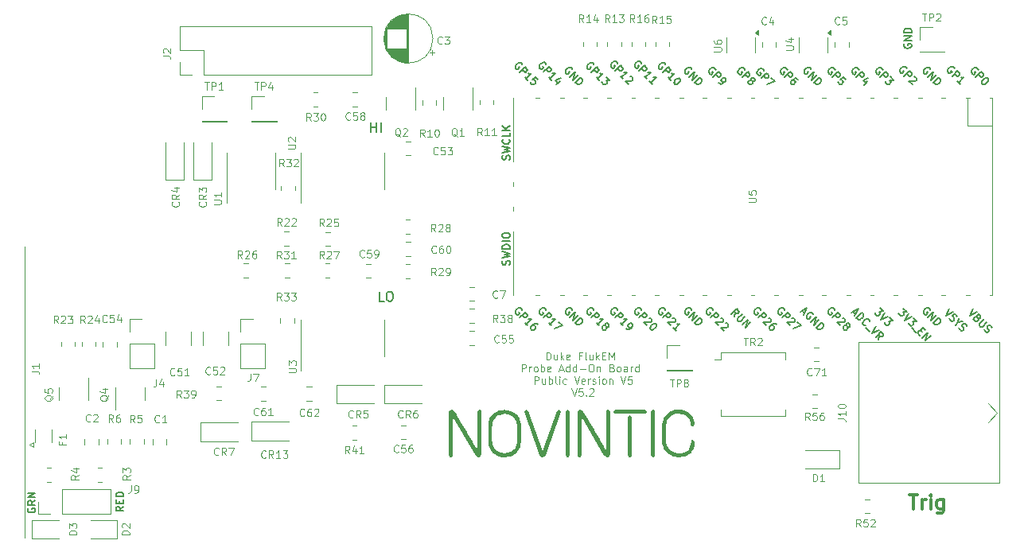
<source format=gbr>
%TF.GenerationSoftware,KiCad,Pcbnew,8.0.4*%
%TF.CreationDate,2024-10-06T11:56:08+02:00*%
%TF.ProjectId,ProbeBoardPublicV5,50726f62-6542-46f6-9172-645075626c69,5.1*%
%TF.SameCoordinates,Original*%
%TF.FileFunction,Legend,Top*%
%TF.FilePolarity,Positive*%
%FSLAX46Y46*%
G04 Gerber Fmt 4.6, Leading zero omitted, Abs format (unit mm)*
G04 Created by KiCad (PCBNEW 8.0.4) date 2024-10-06 11:56:08*
%MOMM*%
%LPD*%
G01*
G04 APERTURE LIST*
%ADD10C,0.200000*%
%ADD11C,0.300000*%
%ADD12C,0.150000*%
%ADD13C,0.100000*%
%ADD14C,0.120000*%
G04 APERTURE END LIST*
D10*
X145376191Y-85152219D02*
X145376191Y-84152219D01*
X145376191Y-84628409D02*
X145947619Y-84628409D01*
X145947619Y-85152219D02*
X145947619Y-84152219D01*
X146423810Y-85152219D02*
X146423810Y-84152219D01*
D11*
G36*
X153965561Y-114733251D02*
G01*
X154202356Y-114814245D01*
X154294068Y-114921318D01*
X154462677Y-115201444D01*
X154629005Y-115478841D01*
X154793053Y-115753509D01*
X154954821Y-116025449D01*
X155114309Y-116294660D01*
X155271516Y-116561142D01*
X155426444Y-116824896D01*
X155579091Y-117085921D01*
X155729457Y-117344217D01*
X155877544Y-117599785D01*
X156023350Y-117852624D01*
X156166876Y-118102734D01*
X156308122Y-118350116D01*
X156447088Y-118594769D01*
X156583773Y-118836693D01*
X156718178Y-119075889D01*
X156718178Y-114927424D01*
X156768248Y-114801639D01*
X156898918Y-114747906D01*
X156968527Y-114747906D01*
X157097976Y-114802861D01*
X157148046Y-114927424D01*
X157148046Y-119450802D01*
X157060943Y-119682754D01*
X157055233Y-119687718D01*
X156816810Y-119764354D01*
X156796336Y-119764654D01*
X156571115Y-119658812D01*
X156520341Y-119591242D01*
X154096231Y-115430565D01*
X154096231Y-119570481D01*
X154041277Y-119696266D01*
X153915491Y-119750000D01*
X153838555Y-119750000D01*
X153715212Y-119696266D01*
X153666364Y-119570481D01*
X153666364Y-115061758D01*
X153732105Y-114825965D01*
X153965561Y-114733251D01*
G37*
G36*
X159853741Y-114760786D02*
G01*
X160004466Y-114780879D01*
X160247168Y-114842874D01*
X160459979Y-114927424D01*
X160684502Y-115050607D01*
X160879509Y-115204917D01*
X160903279Y-115227843D01*
X161057453Y-115417947D01*
X161180103Y-115645960D01*
X161222016Y-115746859D01*
X161295716Y-115988883D01*
X161338823Y-116254861D01*
X161351465Y-116517445D01*
X161351465Y-117945045D01*
X161340936Y-118190216D01*
X161304538Y-118443140D01*
X161234472Y-118697666D01*
X161218353Y-118741277D01*
X161110275Y-118977753D01*
X160974587Y-119184712D01*
X160893510Y-119274947D01*
X160700345Y-119435160D01*
X160480348Y-119563173D01*
X160448988Y-119577808D01*
X160220099Y-119664587D01*
X159957395Y-119727699D01*
X159713416Y-119754522D01*
X159602686Y-119757327D01*
X159351880Y-119744769D01*
X159098812Y-119701358D01*
X158851568Y-119617794D01*
X158810118Y-119598569D01*
X158584232Y-119475551D01*
X158383707Y-119333366D01*
X158294766Y-119252965D01*
X158141427Y-119059188D01*
X158019134Y-118826927D01*
X157977250Y-118724180D01*
X157903550Y-118477840D01*
X157863097Y-118234361D01*
X157847928Y-117972277D01*
X157847801Y-117945045D01*
X157847801Y-116545533D01*
X158270341Y-116545533D01*
X158270341Y-117924284D01*
X158284252Y-118176217D01*
X158330716Y-118422400D01*
X158369260Y-118543440D01*
X158473069Y-118766729D01*
X158614724Y-118956210D01*
X158815556Y-119115922D01*
X158953000Y-119190683D01*
X159188343Y-119280317D01*
X159298604Y-119306699D01*
X159546229Y-119333799D01*
X159602686Y-119334787D01*
X159850373Y-119316244D01*
X159907990Y-119306699D01*
X160148739Y-119235409D01*
X160253593Y-119190683D01*
X160463622Y-119065015D01*
X160586985Y-118956210D01*
X160733817Y-118753479D01*
X160828785Y-118543440D01*
X160897240Y-118293296D01*
X160926480Y-118032136D01*
X160928925Y-117924284D01*
X160928925Y-116545533D01*
X160914499Y-116294288D01*
X160866314Y-116050399D01*
X160826343Y-115931263D01*
X160713686Y-115698927D01*
X160580879Y-115529483D01*
X160382813Y-115376450D01*
X160243824Y-115304780D01*
X160008957Y-115218877D01*
X159901884Y-115194870D01*
X159656925Y-115171305D01*
X159599023Y-115170446D01*
X159350591Y-115186570D01*
X159293719Y-115194870D01*
X159054450Y-115261524D01*
X158948115Y-115304780D01*
X158734597Y-115425236D01*
X158609839Y-115529483D01*
X158456685Y-115737699D01*
X158369260Y-115931263D01*
X158301640Y-116178067D01*
X158272756Y-116437801D01*
X158270341Y-116545533D01*
X157847801Y-116545533D01*
X157847801Y-116517445D01*
X157858331Y-116272951D01*
X157894729Y-116022363D01*
X157964795Y-115772338D01*
X157980914Y-115729762D01*
X158088476Y-115498209D01*
X158233500Y-115284062D01*
X158302093Y-115210746D01*
X158494577Y-115055721D01*
X158717115Y-114931823D01*
X158749057Y-114917655D01*
X158977552Y-114830840D01*
X159202128Y-114777215D01*
X159448661Y-114752028D01*
X159600244Y-114747906D01*
X159853741Y-114760786D01*
G37*
G36*
X165313084Y-114747906D02*
G01*
X165397348Y-114747906D01*
X165577911Y-114916380D01*
X165578087Y-114927424D01*
X165568318Y-114989706D01*
X163964863Y-119539951D01*
X163798243Y-119731641D01*
X163653454Y-119757327D01*
X163417225Y-119670029D01*
X163335938Y-119533845D01*
X161717829Y-114989706D01*
X161708060Y-114927424D01*
X161876533Y-114748081D01*
X161887578Y-114747906D01*
X161971842Y-114747906D01*
X162141591Y-114862700D01*
X163646127Y-119149162D01*
X165143335Y-114863921D01*
X165313084Y-114747906D01*
G37*
G36*
X166290055Y-114747906D02*
G01*
X166353558Y-114747906D01*
X166479344Y-114801639D01*
X166533077Y-114927424D01*
X166533077Y-119570481D01*
X166479344Y-119696266D01*
X166353558Y-119750000D01*
X166290055Y-119750000D01*
X166160607Y-119696266D01*
X166110537Y-119570481D01*
X166110537Y-114927424D01*
X166160607Y-114801639D01*
X166290055Y-114747906D01*
G37*
G36*
X167652930Y-114733251D02*
G01*
X167889726Y-114814245D01*
X167981437Y-114921318D01*
X168150046Y-115201444D01*
X168316374Y-115478841D01*
X168480422Y-115753509D01*
X168642190Y-116025449D01*
X168801678Y-116294660D01*
X168958885Y-116561142D01*
X169113813Y-116824896D01*
X169266460Y-117085921D01*
X169416826Y-117344217D01*
X169564913Y-117599785D01*
X169710719Y-117852624D01*
X169854245Y-118102734D01*
X169995491Y-118350116D01*
X170134457Y-118594769D01*
X170271142Y-118836693D01*
X170405547Y-119075889D01*
X170405547Y-114927424D01*
X170455617Y-114801639D01*
X170586287Y-114747906D01*
X170655896Y-114747906D01*
X170785345Y-114802861D01*
X170835415Y-114927424D01*
X170835415Y-119450802D01*
X170748313Y-119682754D01*
X170742602Y-119687718D01*
X170504179Y-119764354D01*
X170483705Y-119764654D01*
X170258484Y-119658812D01*
X170207711Y-119591242D01*
X167783600Y-115430565D01*
X167783600Y-119570481D01*
X167728646Y-119696266D01*
X167602861Y-119750000D01*
X167525924Y-119750000D01*
X167402581Y-119696266D01*
X167353733Y-119570481D01*
X167353733Y-115061758D01*
X167419475Y-114825965D01*
X167652930Y-114733251D01*
G37*
G36*
X172917585Y-115282798D02*
G01*
X172988415Y-115282798D01*
X173167934Y-115454989D01*
X173167934Y-119570481D01*
X173117864Y-119696266D01*
X172988415Y-119750000D01*
X172917585Y-119750000D01*
X172786915Y-119696266D01*
X172738066Y-119570481D01*
X172738066Y-115454989D01*
X172917585Y-115282798D01*
G37*
G36*
X171398394Y-114747906D02*
G01*
X174521039Y-114747906D01*
X174651709Y-114801639D01*
X174701779Y-114927424D01*
X174701779Y-115005582D01*
X174521039Y-115170446D01*
X171398394Y-115170446D01*
X171218876Y-115005582D01*
X171218876Y-114927424D01*
X171272609Y-114801639D01*
X171398394Y-114747906D01*
G37*
G36*
X175380774Y-114747906D02*
G01*
X175444277Y-114747906D01*
X175570062Y-114801639D01*
X175623796Y-114927424D01*
X175623796Y-119570481D01*
X175570062Y-119696266D01*
X175444277Y-119750000D01*
X175380774Y-119750000D01*
X175251325Y-119696266D01*
X175201256Y-119570481D01*
X175201256Y-114927424D01*
X175251325Y-114801639D01*
X175380774Y-114747906D01*
G37*
G36*
X177263886Y-114888346D02*
G01*
X177490556Y-114796343D01*
X177716957Y-114738136D01*
X177960914Y-114709800D01*
X178104082Y-114705163D01*
X178355177Y-114719364D01*
X178487543Y-114738136D01*
X178731900Y-114801673D01*
X178914968Y-114874912D01*
X179136924Y-114993675D01*
X179336287Y-115142358D01*
X179503548Y-115321462D01*
X179641259Y-115537044D01*
X179668457Y-115589323D01*
X179761422Y-115815266D01*
X179824162Y-116066283D01*
X179849197Y-116247557D01*
X179701760Y-116442444D01*
X179669678Y-116444173D01*
X179606175Y-116444173D01*
X179426657Y-116282972D01*
X179377963Y-116027465D01*
X179289349Y-115789825D01*
X179282554Y-115776168D01*
X179149847Y-115564078D01*
X179032205Y-115443998D01*
X178827341Y-115309084D01*
X178704919Y-115252267D01*
X178471739Y-115172125D01*
X178222993Y-115135489D01*
X178193230Y-115135031D01*
X177941169Y-115144933D01*
X177802442Y-115163119D01*
X177561692Y-115235039D01*
X177456838Y-115280355D01*
X177237306Y-115413162D01*
X177123447Y-115514829D01*
X176977216Y-115716959D01*
X176881646Y-115927599D01*
X176814026Y-116176908D01*
X176785143Y-116437711D01*
X176782728Y-116545533D01*
X176782728Y-117924284D01*
X176798012Y-118176217D01*
X176849066Y-118422400D01*
X176891416Y-118543440D01*
X177003848Y-118766729D01*
X177153977Y-118956210D01*
X177353764Y-119108979D01*
X177511793Y-119190683D01*
X177753250Y-119278496D01*
X178001650Y-119327891D01*
X178129727Y-119334787D01*
X178381746Y-119323517D01*
X178620655Y-119283496D01*
X178860096Y-119194014D01*
X179022435Y-119101535D01*
X179224329Y-118916739D01*
X179348320Y-118691330D01*
X179413987Y-118446888D01*
X179438459Y-118202297D01*
X179440090Y-118113572D01*
X179491381Y-117931612D01*
X179619609Y-117885205D01*
X179677006Y-117885205D01*
X179856349Y-118053679D01*
X179856524Y-118064724D01*
X179842809Y-118328239D01*
X179801665Y-118570765D01*
X179724725Y-118813300D01*
X179716085Y-118834089D01*
X179603886Y-119059059D01*
X179455623Y-119265092D01*
X179386357Y-119334787D01*
X179182109Y-119488354D01*
X178961235Y-119600714D01*
X178945498Y-119607117D01*
X178712967Y-119686329D01*
X178458802Y-119742658D01*
X178267725Y-119757327D01*
X178012683Y-119749545D01*
X177765806Y-119721912D01*
X177526855Y-119658859D01*
X177291974Y-119563154D01*
X177075223Y-119443675D01*
X176869447Y-119287648D01*
X176831577Y-119252965D01*
X176669322Y-119059188D01*
X176540006Y-118826927D01*
X176495743Y-118724180D01*
X176417871Y-118477840D01*
X176375129Y-118234361D01*
X176359100Y-117972277D01*
X176358967Y-117945045D01*
X176358967Y-116517445D01*
X176369496Y-116272371D01*
X176405894Y-116019780D01*
X176475960Y-115765898D01*
X176492079Y-115722435D01*
X176600901Y-115485901D01*
X176737008Y-115280818D01*
X176818143Y-115192428D01*
X177011576Y-115033163D01*
X177232378Y-114903415D01*
X177263886Y-114888346D01*
G37*
D12*
X119062295Y-125014285D02*
X118681342Y-125280952D01*
X119062295Y-125471428D02*
X118262295Y-125471428D01*
X118262295Y-125471428D02*
X118262295Y-125166666D01*
X118262295Y-125166666D02*
X118300390Y-125090476D01*
X118300390Y-125090476D02*
X118338485Y-125052381D01*
X118338485Y-125052381D02*
X118414676Y-125014285D01*
X118414676Y-125014285D02*
X118528961Y-125014285D01*
X118528961Y-125014285D02*
X118605152Y-125052381D01*
X118605152Y-125052381D02*
X118643247Y-125090476D01*
X118643247Y-125090476D02*
X118681342Y-125166666D01*
X118681342Y-125166666D02*
X118681342Y-125471428D01*
X118643247Y-124671428D02*
X118643247Y-124404762D01*
X119062295Y-124290476D02*
X119062295Y-124671428D01*
X119062295Y-124671428D02*
X118262295Y-124671428D01*
X118262295Y-124671428D02*
X118262295Y-124290476D01*
X119062295Y-123947618D02*
X118262295Y-123947618D01*
X118262295Y-123947618D02*
X118262295Y-123757142D01*
X118262295Y-123757142D02*
X118300390Y-123642856D01*
X118300390Y-123642856D02*
X118376580Y-123566666D01*
X118376580Y-123566666D02*
X118452771Y-123528571D01*
X118452771Y-123528571D02*
X118605152Y-123490475D01*
X118605152Y-123490475D02*
X118719438Y-123490475D01*
X118719438Y-123490475D02*
X118871819Y-123528571D01*
X118871819Y-123528571D02*
X118948009Y-123566666D01*
X118948009Y-123566666D02*
X119024200Y-123642856D01*
X119024200Y-123642856D02*
X119062295Y-123757142D01*
X119062295Y-123757142D02*
X119062295Y-123947618D01*
D13*
X164045237Y-109382963D02*
X164045237Y-108582963D01*
X164045237Y-108582963D02*
X164235713Y-108582963D01*
X164235713Y-108582963D02*
X164349999Y-108621058D01*
X164349999Y-108621058D02*
X164426189Y-108697248D01*
X164426189Y-108697248D02*
X164464284Y-108773439D01*
X164464284Y-108773439D02*
X164502380Y-108925820D01*
X164502380Y-108925820D02*
X164502380Y-109040106D01*
X164502380Y-109040106D02*
X164464284Y-109192487D01*
X164464284Y-109192487D02*
X164426189Y-109268677D01*
X164426189Y-109268677D02*
X164349999Y-109344868D01*
X164349999Y-109344868D02*
X164235713Y-109382963D01*
X164235713Y-109382963D02*
X164045237Y-109382963D01*
X165188094Y-108849629D02*
X165188094Y-109382963D01*
X164845237Y-108849629D02*
X164845237Y-109268677D01*
X164845237Y-109268677D02*
X164883332Y-109344868D01*
X164883332Y-109344868D02*
X164959522Y-109382963D01*
X164959522Y-109382963D02*
X165073808Y-109382963D01*
X165073808Y-109382963D02*
X165149999Y-109344868D01*
X165149999Y-109344868D02*
X165188094Y-109306772D01*
X165569047Y-109382963D02*
X165569047Y-108582963D01*
X165645237Y-109078201D02*
X165873809Y-109382963D01*
X165873809Y-108849629D02*
X165569047Y-109154391D01*
X166521428Y-109344868D02*
X166445237Y-109382963D01*
X166445237Y-109382963D02*
X166292856Y-109382963D01*
X166292856Y-109382963D02*
X166216666Y-109344868D01*
X166216666Y-109344868D02*
X166178570Y-109268677D01*
X166178570Y-109268677D02*
X166178570Y-108963915D01*
X166178570Y-108963915D02*
X166216666Y-108887725D01*
X166216666Y-108887725D02*
X166292856Y-108849629D01*
X166292856Y-108849629D02*
X166445237Y-108849629D01*
X166445237Y-108849629D02*
X166521428Y-108887725D01*
X166521428Y-108887725D02*
X166559523Y-108963915D01*
X166559523Y-108963915D02*
X166559523Y-109040106D01*
X166559523Y-109040106D02*
X166178570Y-109116296D01*
X167778570Y-108963915D02*
X167511904Y-108963915D01*
X167511904Y-109382963D02*
X167511904Y-108582963D01*
X167511904Y-108582963D02*
X167892856Y-108582963D01*
X168311903Y-109382963D02*
X168235713Y-109344868D01*
X168235713Y-109344868D02*
X168197618Y-109268677D01*
X168197618Y-109268677D02*
X168197618Y-108582963D01*
X168959523Y-108849629D02*
X168959523Y-109382963D01*
X168616666Y-108849629D02*
X168616666Y-109268677D01*
X168616666Y-109268677D02*
X168654761Y-109344868D01*
X168654761Y-109344868D02*
X168730951Y-109382963D01*
X168730951Y-109382963D02*
X168845237Y-109382963D01*
X168845237Y-109382963D02*
X168921428Y-109344868D01*
X168921428Y-109344868D02*
X168959523Y-109306772D01*
X169340476Y-109382963D02*
X169340476Y-108582963D01*
X169416666Y-109078201D02*
X169645238Y-109382963D01*
X169645238Y-108849629D02*
X169340476Y-109154391D01*
X169988095Y-108963915D02*
X170254761Y-108963915D01*
X170369047Y-109382963D02*
X169988095Y-109382963D01*
X169988095Y-109382963D02*
X169988095Y-108582963D01*
X169988095Y-108582963D02*
X170369047Y-108582963D01*
X170711905Y-109382963D02*
X170711905Y-108582963D01*
X170711905Y-108582963D02*
X170978571Y-109154391D01*
X170978571Y-109154391D02*
X171245238Y-108582963D01*
X171245238Y-108582963D02*
X171245238Y-109382963D01*
X161435713Y-110670918D02*
X161435713Y-109870918D01*
X161435713Y-109870918D02*
X161740475Y-109870918D01*
X161740475Y-109870918D02*
X161816665Y-109909013D01*
X161816665Y-109909013D02*
X161854760Y-109947108D01*
X161854760Y-109947108D02*
X161892856Y-110023299D01*
X161892856Y-110023299D02*
X161892856Y-110137584D01*
X161892856Y-110137584D02*
X161854760Y-110213775D01*
X161854760Y-110213775D02*
X161816665Y-110251870D01*
X161816665Y-110251870D02*
X161740475Y-110289965D01*
X161740475Y-110289965D02*
X161435713Y-110289965D01*
X162235713Y-110670918D02*
X162235713Y-110137584D01*
X162235713Y-110289965D02*
X162273808Y-110213775D01*
X162273808Y-110213775D02*
X162311903Y-110175680D01*
X162311903Y-110175680D02*
X162388094Y-110137584D01*
X162388094Y-110137584D02*
X162464284Y-110137584D01*
X162845236Y-110670918D02*
X162769046Y-110632823D01*
X162769046Y-110632823D02*
X162730951Y-110594727D01*
X162730951Y-110594727D02*
X162692855Y-110518537D01*
X162692855Y-110518537D02*
X162692855Y-110289965D01*
X162692855Y-110289965D02*
X162730951Y-110213775D01*
X162730951Y-110213775D02*
X162769046Y-110175680D01*
X162769046Y-110175680D02*
X162845236Y-110137584D01*
X162845236Y-110137584D02*
X162959522Y-110137584D01*
X162959522Y-110137584D02*
X163035713Y-110175680D01*
X163035713Y-110175680D02*
X163073808Y-110213775D01*
X163073808Y-110213775D02*
X163111903Y-110289965D01*
X163111903Y-110289965D02*
X163111903Y-110518537D01*
X163111903Y-110518537D02*
X163073808Y-110594727D01*
X163073808Y-110594727D02*
X163035713Y-110632823D01*
X163035713Y-110632823D02*
X162959522Y-110670918D01*
X162959522Y-110670918D02*
X162845236Y-110670918D01*
X163454761Y-110670918D02*
X163454761Y-109870918D01*
X163454761Y-110175680D02*
X163530951Y-110137584D01*
X163530951Y-110137584D02*
X163683332Y-110137584D01*
X163683332Y-110137584D02*
X163759523Y-110175680D01*
X163759523Y-110175680D02*
X163797618Y-110213775D01*
X163797618Y-110213775D02*
X163835713Y-110289965D01*
X163835713Y-110289965D02*
X163835713Y-110518537D01*
X163835713Y-110518537D02*
X163797618Y-110594727D01*
X163797618Y-110594727D02*
X163759523Y-110632823D01*
X163759523Y-110632823D02*
X163683332Y-110670918D01*
X163683332Y-110670918D02*
X163530951Y-110670918D01*
X163530951Y-110670918D02*
X163454761Y-110632823D01*
X164483333Y-110632823D02*
X164407142Y-110670918D01*
X164407142Y-110670918D02*
X164254761Y-110670918D01*
X164254761Y-110670918D02*
X164178571Y-110632823D01*
X164178571Y-110632823D02*
X164140475Y-110556632D01*
X164140475Y-110556632D02*
X164140475Y-110251870D01*
X164140475Y-110251870D02*
X164178571Y-110175680D01*
X164178571Y-110175680D02*
X164254761Y-110137584D01*
X164254761Y-110137584D02*
X164407142Y-110137584D01*
X164407142Y-110137584D02*
X164483333Y-110175680D01*
X164483333Y-110175680D02*
X164521428Y-110251870D01*
X164521428Y-110251870D02*
X164521428Y-110328061D01*
X164521428Y-110328061D02*
X164140475Y-110404251D01*
X165435713Y-110442346D02*
X165816666Y-110442346D01*
X165359523Y-110670918D02*
X165626190Y-109870918D01*
X165626190Y-109870918D02*
X165892856Y-110670918D01*
X166502380Y-110670918D02*
X166502380Y-109870918D01*
X166502380Y-110632823D02*
X166426189Y-110670918D01*
X166426189Y-110670918D02*
X166273808Y-110670918D01*
X166273808Y-110670918D02*
X166197618Y-110632823D01*
X166197618Y-110632823D02*
X166159523Y-110594727D01*
X166159523Y-110594727D02*
X166121427Y-110518537D01*
X166121427Y-110518537D02*
X166121427Y-110289965D01*
X166121427Y-110289965D02*
X166159523Y-110213775D01*
X166159523Y-110213775D02*
X166197618Y-110175680D01*
X166197618Y-110175680D02*
X166273808Y-110137584D01*
X166273808Y-110137584D02*
X166426189Y-110137584D01*
X166426189Y-110137584D02*
X166502380Y-110175680D01*
X167226190Y-110670918D02*
X167226190Y-109870918D01*
X167226190Y-110632823D02*
X167149999Y-110670918D01*
X167149999Y-110670918D02*
X166997618Y-110670918D01*
X166997618Y-110670918D02*
X166921428Y-110632823D01*
X166921428Y-110632823D02*
X166883333Y-110594727D01*
X166883333Y-110594727D02*
X166845237Y-110518537D01*
X166845237Y-110518537D02*
X166845237Y-110289965D01*
X166845237Y-110289965D02*
X166883333Y-110213775D01*
X166883333Y-110213775D02*
X166921428Y-110175680D01*
X166921428Y-110175680D02*
X166997618Y-110137584D01*
X166997618Y-110137584D02*
X167149999Y-110137584D01*
X167149999Y-110137584D02*
X167226190Y-110175680D01*
X167607143Y-110366156D02*
X168216667Y-110366156D01*
X168750000Y-109870918D02*
X168902381Y-109870918D01*
X168902381Y-109870918D02*
X168978571Y-109909013D01*
X168978571Y-109909013D02*
X169054762Y-109985203D01*
X169054762Y-109985203D02*
X169092857Y-110137584D01*
X169092857Y-110137584D02*
X169092857Y-110404251D01*
X169092857Y-110404251D02*
X169054762Y-110556632D01*
X169054762Y-110556632D02*
X168978571Y-110632823D01*
X168978571Y-110632823D02*
X168902381Y-110670918D01*
X168902381Y-110670918D02*
X168750000Y-110670918D01*
X168750000Y-110670918D02*
X168673809Y-110632823D01*
X168673809Y-110632823D02*
X168597619Y-110556632D01*
X168597619Y-110556632D02*
X168559523Y-110404251D01*
X168559523Y-110404251D02*
X168559523Y-110137584D01*
X168559523Y-110137584D02*
X168597619Y-109985203D01*
X168597619Y-109985203D02*
X168673809Y-109909013D01*
X168673809Y-109909013D02*
X168750000Y-109870918D01*
X169435714Y-110137584D02*
X169435714Y-110670918D01*
X169435714Y-110213775D02*
X169473809Y-110175680D01*
X169473809Y-110175680D02*
X169549999Y-110137584D01*
X169549999Y-110137584D02*
X169664285Y-110137584D01*
X169664285Y-110137584D02*
X169740476Y-110175680D01*
X169740476Y-110175680D02*
X169778571Y-110251870D01*
X169778571Y-110251870D02*
X169778571Y-110670918D01*
X171035714Y-110251870D02*
X171150000Y-110289965D01*
X171150000Y-110289965D02*
X171188095Y-110328061D01*
X171188095Y-110328061D02*
X171226191Y-110404251D01*
X171226191Y-110404251D02*
X171226191Y-110518537D01*
X171226191Y-110518537D02*
X171188095Y-110594727D01*
X171188095Y-110594727D02*
X171150000Y-110632823D01*
X171150000Y-110632823D02*
X171073810Y-110670918D01*
X171073810Y-110670918D02*
X170769048Y-110670918D01*
X170769048Y-110670918D02*
X170769048Y-109870918D01*
X170769048Y-109870918D02*
X171035714Y-109870918D01*
X171035714Y-109870918D02*
X171111905Y-109909013D01*
X171111905Y-109909013D02*
X171150000Y-109947108D01*
X171150000Y-109947108D02*
X171188095Y-110023299D01*
X171188095Y-110023299D02*
X171188095Y-110099489D01*
X171188095Y-110099489D02*
X171150000Y-110175680D01*
X171150000Y-110175680D02*
X171111905Y-110213775D01*
X171111905Y-110213775D02*
X171035714Y-110251870D01*
X171035714Y-110251870D02*
X170769048Y-110251870D01*
X171683333Y-110670918D02*
X171607143Y-110632823D01*
X171607143Y-110632823D02*
X171569048Y-110594727D01*
X171569048Y-110594727D02*
X171530952Y-110518537D01*
X171530952Y-110518537D02*
X171530952Y-110289965D01*
X171530952Y-110289965D02*
X171569048Y-110213775D01*
X171569048Y-110213775D02*
X171607143Y-110175680D01*
X171607143Y-110175680D02*
X171683333Y-110137584D01*
X171683333Y-110137584D02*
X171797619Y-110137584D01*
X171797619Y-110137584D02*
X171873810Y-110175680D01*
X171873810Y-110175680D02*
X171911905Y-110213775D01*
X171911905Y-110213775D02*
X171950000Y-110289965D01*
X171950000Y-110289965D02*
X171950000Y-110518537D01*
X171950000Y-110518537D02*
X171911905Y-110594727D01*
X171911905Y-110594727D02*
X171873810Y-110632823D01*
X171873810Y-110632823D02*
X171797619Y-110670918D01*
X171797619Y-110670918D02*
X171683333Y-110670918D01*
X172635715Y-110670918D02*
X172635715Y-110251870D01*
X172635715Y-110251870D02*
X172597620Y-110175680D01*
X172597620Y-110175680D02*
X172521429Y-110137584D01*
X172521429Y-110137584D02*
X172369048Y-110137584D01*
X172369048Y-110137584D02*
X172292858Y-110175680D01*
X172635715Y-110632823D02*
X172559524Y-110670918D01*
X172559524Y-110670918D02*
X172369048Y-110670918D01*
X172369048Y-110670918D02*
X172292858Y-110632823D01*
X172292858Y-110632823D02*
X172254762Y-110556632D01*
X172254762Y-110556632D02*
X172254762Y-110480442D01*
X172254762Y-110480442D02*
X172292858Y-110404251D01*
X172292858Y-110404251D02*
X172369048Y-110366156D01*
X172369048Y-110366156D02*
X172559524Y-110366156D01*
X172559524Y-110366156D02*
X172635715Y-110328061D01*
X173016668Y-110670918D02*
X173016668Y-110137584D01*
X173016668Y-110289965D02*
X173054763Y-110213775D01*
X173054763Y-110213775D02*
X173092858Y-110175680D01*
X173092858Y-110175680D02*
X173169049Y-110137584D01*
X173169049Y-110137584D02*
X173245239Y-110137584D01*
X173854763Y-110670918D02*
X173854763Y-109870918D01*
X173854763Y-110632823D02*
X173778572Y-110670918D01*
X173778572Y-110670918D02*
X173626191Y-110670918D01*
X173626191Y-110670918D02*
X173550001Y-110632823D01*
X173550001Y-110632823D02*
X173511906Y-110594727D01*
X173511906Y-110594727D02*
X173473810Y-110518537D01*
X173473810Y-110518537D02*
X173473810Y-110289965D01*
X173473810Y-110289965D02*
X173511906Y-110213775D01*
X173511906Y-110213775D02*
X173550001Y-110175680D01*
X173550001Y-110175680D02*
X173626191Y-110137584D01*
X173626191Y-110137584D02*
X173778572Y-110137584D01*
X173778572Y-110137584D02*
X173854763Y-110175680D01*
X162769047Y-111958873D02*
X162769047Y-111158873D01*
X162769047Y-111158873D02*
X163073809Y-111158873D01*
X163073809Y-111158873D02*
X163149999Y-111196968D01*
X163149999Y-111196968D02*
X163188094Y-111235063D01*
X163188094Y-111235063D02*
X163226190Y-111311254D01*
X163226190Y-111311254D02*
X163226190Y-111425539D01*
X163226190Y-111425539D02*
X163188094Y-111501730D01*
X163188094Y-111501730D02*
X163149999Y-111539825D01*
X163149999Y-111539825D02*
X163073809Y-111577920D01*
X163073809Y-111577920D02*
X162769047Y-111577920D01*
X163911904Y-111425539D02*
X163911904Y-111958873D01*
X163569047Y-111425539D02*
X163569047Y-111844587D01*
X163569047Y-111844587D02*
X163607142Y-111920778D01*
X163607142Y-111920778D02*
X163683332Y-111958873D01*
X163683332Y-111958873D02*
X163797618Y-111958873D01*
X163797618Y-111958873D02*
X163873809Y-111920778D01*
X163873809Y-111920778D02*
X163911904Y-111882682D01*
X164292857Y-111958873D02*
X164292857Y-111158873D01*
X164292857Y-111463635D02*
X164369047Y-111425539D01*
X164369047Y-111425539D02*
X164521428Y-111425539D01*
X164521428Y-111425539D02*
X164597619Y-111463635D01*
X164597619Y-111463635D02*
X164635714Y-111501730D01*
X164635714Y-111501730D02*
X164673809Y-111577920D01*
X164673809Y-111577920D02*
X164673809Y-111806492D01*
X164673809Y-111806492D02*
X164635714Y-111882682D01*
X164635714Y-111882682D02*
X164597619Y-111920778D01*
X164597619Y-111920778D02*
X164521428Y-111958873D01*
X164521428Y-111958873D02*
X164369047Y-111958873D01*
X164369047Y-111958873D02*
X164292857Y-111920778D01*
X165130952Y-111958873D02*
X165054762Y-111920778D01*
X165054762Y-111920778D02*
X165016667Y-111844587D01*
X165016667Y-111844587D02*
X165016667Y-111158873D01*
X165435715Y-111958873D02*
X165435715Y-111425539D01*
X165435715Y-111158873D02*
X165397619Y-111196968D01*
X165397619Y-111196968D02*
X165435715Y-111235063D01*
X165435715Y-111235063D02*
X165473810Y-111196968D01*
X165473810Y-111196968D02*
X165435715Y-111158873D01*
X165435715Y-111158873D02*
X165435715Y-111235063D01*
X166159524Y-111920778D02*
X166083333Y-111958873D01*
X166083333Y-111958873D02*
X165930952Y-111958873D01*
X165930952Y-111958873D02*
X165854762Y-111920778D01*
X165854762Y-111920778D02*
X165816667Y-111882682D01*
X165816667Y-111882682D02*
X165778571Y-111806492D01*
X165778571Y-111806492D02*
X165778571Y-111577920D01*
X165778571Y-111577920D02*
X165816667Y-111501730D01*
X165816667Y-111501730D02*
X165854762Y-111463635D01*
X165854762Y-111463635D02*
X165930952Y-111425539D01*
X165930952Y-111425539D02*
X166083333Y-111425539D01*
X166083333Y-111425539D02*
X166159524Y-111463635D01*
X166997619Y-111158873D02*
X167264286Y-111958873D01*
X167264286Y-111958873D02*
X167530952Y-111158873D01*
X168102381Y-111920778D02*
X168026190Y-111958873D01*
X168026190Y-111958873D02*
X167873809Y-111958873D01*
X167873809Y-111958873D02*
X167797619Y-111920778D01*
X167797619Y-111920778D02*
X167759523Y-111844587D01*
X167759523Y-111844587D02*
X167759523Y-111539825D01*
X167759523Y-111539825D02*
X167797619Y-111463635D01*
X167797619Y-111463635D02*
X167873809Y-111425539D01*
X167873809Y-111425539D02*
X168026190Y-111425539D01*
X168026190Y-111425539D02*
X168102381Y-111463635D01*
X168102381Y-111463635D02*
X168140476Y-111539825D01*
X168140476Y-111539825D02*
X168140476Y-111616016D01*
X168140476Y-111616016D02*
X167759523Y-111692206D01*
X168483333Y-111958873D02*
X168483333Y-111425539D01*
X168483333Y-111577920D02*
X168521428Y-111501730D01*
X168521428Y-111501730D02*
X168559523Y-111463635D01*
X168559523Y-111463635D02*
X168635714Y-111425539D01*
X168635714Y-111425539D02*
X168711904Y-111425539D01*
X168940475Y-111920778D02*
X169016666Y-111958873D01*
X169016666Y-111958873D02*
X169169047Y-111958873D01*
X169169047Y-111958873D02*
X169245237Y-111920778D01*
X169245237Y-111920778D02*
X169283333Y-111844587D01*
X169283333Y-111844587D02*
X169283333Y-111806492D01*
X169283333Y-111806492D02*
X169245237Y-111730301D01*
X169245237Y-111730301D02*
X169169047Y-111692206D01*
X169169047Y-111692206D02*
X169054761Y-111692206D01*
X169054761Y-111692206D02*
X168978571Y-111654111D01*
X168978571Y-111654111D02*
X168940475Y-111577920D01*
X168940475Y-111577920D02*
X168940475Y-111539825D01*
X168940475Y-111539825D02*
X168978571Y-111463635D01*
X168978571Y-111463635D02*
X169054761Y-111425539D01*
X169054761Y-111425539D02*
X169169047Y-111425539D01*
X169169047Y-111425539D02*
X169245237Y-111463635D01*
X169626190Y-111958873D02*
X169626190Y-111425539D01*
X169626190Y-111158873D02*
X169588094Y-111196968D01*
X169588094Y-111196968D02*
X169626190Y-111235063D01*
X169626190Y-111235063D02*
X169664285Y-111196968D01*
X169664285Y-111196968D02*
X169626190Y-111158873D01*
X169626190Y-111158873D02*
X169626190Y-111235063D01*
X170121427Y-111958873D02*
X170045237Y-111920778D01*
X170045237Y-111920778D02*
X170007142Y-111882682D01*
X170007142Y-111882682D02*
X169969046Y-111806492D01*
X169969046Y-111806492D02*
X169969046Y-111577920D01*
X169969046Y-111577920D02*
X170007142Y-111501730D01*
X170007142Y-111501730D02*
X170045237Y-111463635D01*
X170045237Y-111463635D02*
X170121427Y-111425539D01*
X170121427Y-111425539D02*
X170235713Y-111425539D01*
X170235713Y-111425539D02*
X170311904Y-111463635D01*
X170311904Y-111463635D02*
X170349999Y-111501730D01*
X170349999Y-111501730D02*
X170388094Y-111577920D01*
X170388094Y-111577920D02*
X170388094Y-111806492D01*
X170388094Y-111806492D02*
X170349999Y-111882682D01*
X170349999Y-111882682D02*
X170311904Y-111920778D01*
X170311904Y-111920778D02*
X170235713Y-111958873D01*
X170235713Y-111958873D02*
X170121427Y-111958873D01*
X170730952Y-111425539D02*
X170730952Y-111958873D01*
X170730952Y-111501730D02*
X170769047Y-111463635D01*
X170769047Y-111463635D02*
X170845237Y-111425539D01*
X170845237Y-111425539D02*
X170959523Y-111425539D01*
X170959523Y-111425539D02*
X171035714Y-111463635D01*
X171035714Y-111463635D02*
X171073809Y-111539825D01*
X171073809Y-111539825D02*
X171073809Y-111958873D01*
X171950000Y-111158873D02*
X172216667Y-111958873D01*
X172216667Y-111958873D02*
X172483333Y-111158873D01*
X173130952Y-111158873D02*
X172750000Y-111158873D01*
X172750000Y-111158873D02*
X172711904Y-111539825D01*
X172711904Y-111539825D02*
X172750000Y-111501730D01*
X172750000Y-111501730D02*
X172826190Y-111463635D01*
X172826190Y-111463635D02*
X173016666Y-111463635D01*
X173016666Y-111463635D02*
X173092857Y-111501730D01*
X173092857Y-111501730D02*
X173130952Y-111539825D01*
X173130952Y-111539825D02*
X173169047Y-111616016D01*
X173169047Y-111616016D02*
X173169047Y-111806492D01*
X173169047Y-111806492D02*
X173130952Y-111882682D01*
X173130952Y-111882682D02*
X173092857Y-111920778D01*
X173092857Y-111920778D02*
X173016666Y-111958873D01*
X173016666Y-111958873D02*
X172826190Y-111958873D01*
X172826190Y-111958873D02*
X172750000Y-111920778D01*
X172750000Y-111920778D02*
X172711904Y-111882682D01*
X166730952Y-112446828D02*
X166997619Y-113246828D01*
X166997619Y-113246828D02*
X167264285Y-112446828D01*
X167911904Y-112446828D02*
X167530952Y-112446828D01*
X167530952Y-112446828D02*
X167492856Y-112827780D01*
X167492856Y-112827780D02*
X167530952Y-112789685D01*
X167530952Y-112789685D02*
X167607142Y-112751590D01*
X167607142Y-112751590D02*
X167797618Y-112751590D01*
X167797618Y-112751590D02*
X167873809Y-112789685D01*
X167873809Y-112789685D02*
X167911904Y-112827780D01*
X167911904Y-112827780D02*
X167949999Y-112903971D01*
X167949999Y-112903971D02*
X167949999Y-113094447D01*
X167949999Y-113094447D02*
X167911904Y-113170637D01*
X167911904Y-113170637D02*
X167873809Y-113208733D01*
X167873809Y-113208733D02*
X167797618Y-113246828D01*
X167797618Y-113246828D02*
X167607142Y-113246828D01*
X167607142Y-113246828D02*
X167530952Y-113208733D01*
X167530952Y-113208733D02*
X167492856Y-113170637D01*
X168292857Y-113170637D02*
X168330952Y-113208733D01*
X168330952Y-113208733D02*
X168292857Y-113246828D01*
X168292857Y-113246828D02*
X168254761Y-113208733D01*
X168254761Y-113208733D02*
X168292857Y-113170637D01*
X168292857Y-113170637D02*
X168292857Y-113246828D01*
X168635713Y-112523018D02*
X168673809Y-112484923D01*
X168673809Y-112484923D02*
X168749999Y-112446828D01*
X168749999Y-112446828D02*
X168940475Y-112446828D01*
X168940475Y-112446828D02*
X169016666Y-112484923D01*
X169016666Y-112484923D02*
X169054761Y-112523018D01*
X169054761Y-112523018D02*
X169092856Y-112599209D01*
X169092856Y-112599209D02*
X169092856Y-112675399D01*
X169092856Y-112675399D02*
X169054761Y-112789685D01*
X169054761Y-112789685D02*
X168597618Y-113246828D01*
X168597618Y-113246828D02*
X169092856Y-113246828D01*
D12*
X108900390Y-125209523D02*
X108862295Y-125285713D01*
X108862295Y-125285713D02*
X108862295Y-125399999D01*
X108862295Y-125399999D02*
X108900390Y-125514285D01*
X108900390Y-125514285D02*
X108976580Y-125590475D01*
X108976580Y-125590475D02*
X109052771Y-125628570D01*
X109052771Y-125628570D02*
X109205152Y-125666666D01*
X109205152Y-125666666D02*
X109319438Y-125666666D01*
X109319438Y-125666666D02*
X109471819Y-125628570D01*
X109471819Y-125628570D02*
X109548009Y-125590475D01*
X109548009Y-125590475D02*
X109624200Y-125514285D01*
X109624200Y-125514285D02*
X109662295Y-125399999D01*
X109662295Y-125399999D02*
X109662295Y-125323808D01*
X109662295Y-125323808D02*
X109624200Y-125209523D01*
X109624200Y-125209523D02*
X109586104Y-125171427D01*
X109586104Y-125171427D02*
X109319438Y-125171427D01*
X109319438Y-125171427D02*
X109319438Y-125323808D01*
X109662295Y-124371427D02*
X109281342Y-124638094D01*
X109662295Y-124828570D02*
X108862295Y-124828570D01*
X108862295Y-124828570D02*
X108862295Y-124523808D01*
X108862295Y-124523808D02*
X108900390Y-124447618D01*
X108900390Y-124447618D02*
X108938485Y-124409523D01*
X108938485Y-124409523D02*
X109014676Y-124371427D01*
X109014676Y-124371427D02*
X109128961Y-124371427D01*
X109128961Y-124371427D02*
X109205152Y-124409523D01*
X109205152Y-124409523D02*
X109243247Y-124447618D01*
X109243247Y-124447618D02*
X109281342Y-124523808D01*
X109281342Y-124523808D02*
X109281342Y-124828570D01*
X109662295Y-124028570D02*
X108862295Y-124028570D01*
X108862295Y-124028570D02*
X109662295Y-123571427D01*
X109662295Y-123571427D02*
X108862295Y-123571427D01*
D10*
X146760714Y-103152219D02*
X146284524Y-103152219D01*
X146284524Y-103152219D02*
X146284524Y-102152219D01*
X147284524Y-102152219D02*
X147475000Y-102152219D01*
X147475000Y-102152219D02*
X147570238Y-102199838D01*
X147570238Y-102199838D02*
X147665476Y-102295076D01*
X147665476Y-102295076D02*
X147713095Y-102485552D01*
X147713095Y-102485552D02*
X147713095Y-102818885D01*
X147713095Y-102818885D02*
X147665476Y-103009361D01*
X147665476Y-103009361D02*
X147570238Y-103104600D01*
X147570238Y-103104600D02*
X147475000Y-103152219D01*
X147475000Y-103152219D02*
X147284524Y-103152219D01*
X147284524Y-103152219D02*
X147189286Y-103104600D01*
X147189286Y-103104600D02*
X147094048Y-103009361D01*
X147094048Y-103009361D02*
X147046429Y-102818885D01*
X147046429Y-102818885D02*
X147046429Y-102485552D01*
X147046429Y-102485552D02*
X147094048Y-102295076D01*
X147094048Y-102295076D02*
X147189286Y-102199838D01*
X147189286Y-102199838D02*
X147284524Y-102152219D01*
D11*
X202640225Y-123750828D02*
X203497368Y-123750828D01*
X203068796Y-125250828D02*
X203068796Y-123750828D01*
X203997367Y-125250828D02*
X203997367Y-124250828D01*
X203997367Y-124536542D02*
X204068796Y-124393685D01*
X204068796Y-124393685D02*
X204140225Y-124322257D01*
X204140225Y-124322257D02*
X204283082Y-124250828D01*
X204283082Y-124250828D02*
X204425939Y-124250828D01*
X204925938Y-125250828D02*
X204925938Y-124250828D01*
X204925938Y-123750828D02*
X204854510Y-123822257D01*
X204854510Y-123822257D02*
X204925938Y-123893685D01*
X204925938Y-123893685D02*
X204997367Y-123822257D01*
X204997367Y-123822257D02*
X204925938Y-123750828D01*
X204925938Y-123750828D02*
X204925938Y-123893685D01*
X206283082Y-124250828D02*
X206283082Y-125465114D01*
X206283082Y-125465114D02*
X206211653Y-125607971D01*
X206211653Y-125607971D02*
X206140224Y-125679400D01*
X206140224Y-125679400D02*
X205997367Y-125750828D01*
X205997367Y-125750828D02*
X205783082Y-125750828D01*
X205783082Y-125750828D02*
X205640224Y-125679400D01*
X206283082Y-125179400D02*
X206140224Y-125250828D01*
X206140224Y-125250828D02*
X205854510Y-125250828D01*
X205854510Y-125250828D02*
X205711653Y-125179400D01*
X205711653Y-125179400D02*
X205640224Y-125107971D01*
X205640224Y-125107971D02*
X205568796Y-124965114D01*
X205568796Y-124965114D02*
X205568796Y-124536542D01*
X205568796Y-124536542D02*
X205640224Y-124393685D01*
X205640224Y-124393685D02*
X205711653Y-124322257D01*
X205711653Y-124322257D02*
X205854510Y-124250828D01*
X205854510Y-124250828D02*
X206140224Y-124250828D01*
X206140224Y-124250828D02*
X206283082Y-124322257D01*
D12*
X202132390Y-75791792D02*
X202094295Y-75867982D01*
X202094295Y-75867982D02*
X202094295Y-75982268D01*
X202094295Y-75982268D02*
X202132390Y-76096554D01*
X202132390Y-76096554D02*
X202208580Y-76172744D01*
X202208580Y-76172744D02*
X202284771Y-76210839D01*
X202284771Y-76210839D02*
X202437152Y-76248935D01*
X202437152Y-76248935D02*
X202551438Y-76248935D01*
X202551438Y-76248935D02*
X202703819Y-76210839D01*
X202703819Y-76210839D02*
X202780009Y-76172744D01*
X202780009Y-76172744D02*
X202856200Y-76096554D01*
X202856200Y-76096554D02*
X202894295Y-75982268D01*
X202894295Y-75982268D02*
X202894295Y-75906077D01*
X202894295Y-75906077D02*
X202856200Y-75791792D01*
X202856200Y-75791792D02*
X202818104Y-75753696D01*
X202818104Y-75753696D02*
X202551438Y-75753696D01*
X202551438Y-75753696D02*
X202551438Y-75906077D01*
X202894295Y-75410839D02*
X202094295Y-75410839D01*
X202094295Y-75410839D02*
X202894295Y-74953696D01*
X202894295Y-74953696D02*
X202094295Y-74953696D01*
X202894295Y-74572744D02*
X202094295Y-74572744D01*
X202094295Y-74572744D02*
X202094295Y-74382268D01*
X202094295Y-74382268D02*
X202132390Y-74267982D01*
X202132390Y-74267982D02*
X202208580Y-74191792D01*
X202208580Y-74191792D02*
X202284771Y-74153697D01*
X202284771Y-74153697D02*
X202437152Y-74115601D01*
X202437152Y-74115601D02*
X202551438Y-74115601D01*
X202551438Y-74115601D02*
X202703819Y-74153697D01*
X202703819Y-74153697D02*
X202780009Y-74191792D01*
X202780009Y-74191792D02*
X202856200Y-74267982D01*
X202856200Y-74267982D02*
X202894295Y-74382268D01*
X202894295Y-74382268D02*
X202894295Y-74572744D01*
D13*
X152310714Y-97963704D02*
X152272618Y-98001800D01*
X152272618Y-98001800D02*
X152158333Y-98039895D01*
X152158333Y-98039895D02*
X152082142Y-98039895D01*
X152082142Y-98039895D02*
X151967856Y-98001800D01*
X151967856Y-98001800D02*
X151891666Y-97925609D01*
X151891666Y-97925609D02*
X151853571Y-97849419D01*
X151853571Y-97849419D02*
X151815475Y-97697038D01*
X151815475Y-97697038D02*
X151815475Y-97582752D01*
X151815475Y-97582752D02*
X151853571Y-97430371D01*
X151853571Y-97430371D02*
X151891666Y-97354180D01*
X151891666Y-97354180D02*
X151967856Y-97277990D01*
X151967856Y-97277990D02*
X152082142Y-97239895D01*
X152082142Y-97239895D02*
X152158333Y-97239895D01*
X152158333Y-97239895D02*
X152272618Y-97277990D01*
X152272618Y-97277990D02*
X152310714Y-97316085D01*
X152996428Y-97239895D02*
X152844047Y-97239895D01*
X152844047Y-97239895D02*
X152767856Y-97277990D01*
X152767856Y-97277990D02*
X152729761Y-97316085D01*
X152729761Y-97316085D02*
X152653571Y-97430371D01*
X152653571Y-97430371D02*
X152615475Y-97582752D01*
X152615475Y-97582752D02*
X152615475Y-97887514D01*
X152615475Y-97887514D02*
X152653571Y-97963704D01*
X152653571Y-97963704D02*
X152691666Y-98001800D01*
X152691666Y-98001800D02*
X152767856Y-98039895D01*
X152767856Y-98039895D02*
X152920237Y-98039895D01*
X152920237Y-98039895D02*
X152996428Y-98001800D01*
X152996428Y-98001800D02*
X153034523Y-97963704D01*
X153034523Y-97963704D02*
X153072618Y-97887514D01*
X153072618Y-97887514D02*
X153072618Y-97697038D01*
X153072618Y-97697038D02*
X153034523Y-97620847D01*
X153034523Y-97620847D02*
X152996428Y-97582752D01*
X152996428Y-97582752D02*
X152920237Y-97544657D01*
X152920237Y-97544657D02*
X152767856Y-97544657D01*
X152767856Y-97544657D02*
X152691666Y-97582752D01*
X152691666Y-97582752D02*
X152653571Y-97620847D01*
X152653571Y-97620847D02*
X152615475Y-97697038D01*
X153567857Y-97239895D02*
X153644047Y-97239895D01*
X153644047Y-97239895D02*
X153720238Y-97277990D01*
X153720238Y-97277990D02*
X153758333Y-97316085D01*
X153758333Y-97316085D02*
X153796428Y-97392276D01*
X153796428Y-97392276D02*
X153834523Y-97544657D01*
X153834523Y-97544657D02*
X153834523Y-97735133D01*
X153834523Y-97735133D02*
X153796428Y-97887514D01*
X153796428Y-97887514D02*
X153758333Y-97963704D01*
X153758333Y-97963704D02*
X153720238Y-98001800D01*
X153720238Y-98001800D02*
X153644047Y-98039895D01*
X153644047Y-98039895D02*
X153567857Y-98039895D01*
X153567857Y-98039895D02*
X153491666Y-98001800D01*
X153491666Y-98001800D02*
X153453571Y-97963704D01*
X153453571Y-97963704D02*
X153415476Y-97887514D01*
X153415476Y-97887514D02*
X153377380Y-97735133D01*
X153377380Y-97735133D02*
X153377380Y-97544657D01*
X153377380Y-97544657D02*
X153415476Y-97392276D01*
X153415476Y-97392276D02*
X153453571Y-97316085D01*
X153453571Y-97316085D02*
X153491666Y-97277990D01*
X153491666Y-97277990D02*
X153567857Y-97239895D01*
X123264895Y-77066666D02*
X123836323Y-77066666D01*
X123836323Y-77066666D02*
X123950609Y-77104761D01*
X123950609Y-77104761D02*
X124026800Y-77180952D01*
X124026800Y-77180952D02*
X124064895Y-77295237D01*
X124064895Y-77295237D02*
X124064895Y-77371428D01*
X123341085Y-76723809D02*
X123302990Y-76685713D01*
X123302990Y-76685713D02*
X123264895Y-76609523D01*
X123264895Y-76609523D02*
X123264895Y-76419047D01*
X123264895Y-76419047D02*
X123302990Y-76342856D01*
X123302990Y-76342856D02*
X123341085Y-76304761D01*
X123341085Y-76304761D02*
X123417276Y-76266666D01*
X123417276Y-76266666D02*
X123493466Y-76266666D01*
X123493466Y-76266666D02*
X123607752Y-76304761D01*
X123607752Y-76304761D02*
X124064895Y-76761904D01*
X124064895Y-76761904D02*
X124064895Y-76266666D01*
X132558333Y-110864895D02*
X132558333Y-111436323D01*
X132558333Y-111436323D02*
X132520238Y-111550609D01*
X132520238Y-111550609D02*
X132444047Y-111626800D01*
X132444047Y-111626800D02*
X132329762Y-111664895D01*
X132329762Y-111664895D02*
X132253571Y-111664895D01*
X132863095Y-110864895D02*
X133396429Y-110864895D01*
X133396429Y-110864895D02*
X133053571Y-111664895D01*
X136539895Y-86934523D02*
X137187514Y-86934523D01*
X137187514Y-86934523D02*
X137263704Y-86896428D01*
X137263704Y-86896428D02*
X137301800Y-86858333D01*
X137301800Y-86858333D02*
X137339895Y-86782142D01*
X137339895Y-86782142D02*
X137339895Y-86629761D01*
X137339895Y-86629761D02*
X137301800Y-86553571D01*
X137301800Y-86553571D02*
X137263704Y-86515476D01*
X137263704Y-86515476D02*
X137187514Y-86477380D01*
X137187514Y-86477380D02*
X136539895Y-86477380D01*
X136616085Y-86134524D02*
X136577990Y-86096428D01*
X136577990Y-86096428D02*
X136539895Y-86020238D01*
X136539895Y-86020238D02*
X136539895Y-85829762D01*
X136539895Y-85829762D02*
X136577990Y-85753571D01*
X136577990Y-85753571D02*
X136616085Y-85715476D01*
X136616085Y-85715476D02*
X136692276Y-85677381D01*
X136692276Y-85677381D02*
X136768466Y-85677381D01*
X136768466Y-85677381D02*
X136882752Y-85715476D01*
X136882752Y-85715476D02*
X137339895Y-86172619D01*
X137339895Y-86172619D02*
X137339895Y-85677381D01*
X140385714Y-98614895D02*
X140119047Y-98233942D01*
X139928571Y-98614895D02*
X139928571Y-97814895D01*
X139928571Y-97814895D02*
X140233333Y-97814895D01*
X140233333Y-97814895D02*
X140309523Y-97852990D01*
X140309523Y-97852990D02*
X140347618Y-97891085D01*
X140347618Y-97891085D02*
X140385714Y-97967276D01*
X140385714Y-97967276D02*
X140385714Y-98081561D01*
X140385714Y-98081561D02*
X140347618Y-98157752D01*
X140347618Y-98157752D02*
X140309523Y-98195847D01*
X140309523Y-98195847D02*
X140233333Y-98233942D01*
X140233333Y-98233942D02*
X139928571Y-98233942D01*
X140690475Y-97891085D02*
X140728571Y-97852990D01*
X140728571Y-97852990D02*
X140804761Y-97814895D01*
X140804761Y-97814895D02*
X140995237Y-97814895D01*
X140995237Y-97814895D02*
X141071428Y-97852990D01*
X141071428Y-97852990D02*
X141109523Y-97891085D01*
X141109523Y-97891085D02*
X141147618Y-97967276D01*
X141147618Y-97967276D02*
X141147618Y-98043466D01*
X141147618Y-98043466D02*
X141109523Y-98157752D01*
X141109523Y-98157752D02*
X140652380Y-98614895D01*
X140652380Y-98614895D02*
X141147618Y-98614895D01*
X141414285Y-97814895D02*
X141947619Y-97814895D01*
X141947619Y-97814895D02*
X141604761Y-98614895D01*
X154557141Y-85641085D02*
X154480951Y-85602990D01*
X154480951Y-85602990D02*
X154404760Y-85526800D01*
X154404760Y-85526800D02*
X154290474Y-85412514D01*
X154290474Y-85412514D02*
X154214284Y-85374419D01*
X154214284Y-85374419D02*
X154138093Y-85374419D01*
X154176189Y-85564895D02*
X154099998Y-85526800D01*
X154099998Y-85526800D02*
X154023808Y-85450609D01*
X154023808Y-85450609D02*
X153985712Y-85298228D01*
X153985712Y-85298228D02*
X153985712Y-85031561D01*
X153985712Y-85031561D02*
X154023808Y-84879180D01*
X154023808Y-84879180D02*
X154099998Y-84802990D01*
X154099998Y-84802990D02*
X154176189Y-84764895D01*
X154176189Y-84764895D02*
X154328570Y-84764895D01*
X154328570Y-84764895D02*
X154404760Y-84802990D01*
X154404760Y-84802990D02*
X154480951Y-84879180D01*
X154480951Y-84879180D02*
X154519046Y-85031561D01*
X154519046Y-85031561D02*
X154519046Y-85298228D01*
X154519046Y-85298228D02*
X154480951Y-85450609D01*
X154480951Y-85450609D02*
X154404760Y-85526800D01*
X154404760Y-85526800D02*
X154328570Y-85564895D01*
X154328570Y-85564895D02*
X154176189Y-85564895D01*
X155280950Y-85564895D02*
X154823807Y-85564895D01*
X155052379Y-85564895D02*
X155052379Y-84764895D01*
X155052379Y-84764895D02*
X154976188Y-84879180D01*
X154976188Y-84879180D02*
X154899998Y-84955371D01*
X154899998Y-84955371D02*
X154823807Y-84993466D01*
X158985714Y-107488704D02*
X158947618Y-107526800D01*
X158947618Y-107526800D02*
X158833333Y-107564895D01*
X158833333Y-107564895D02*
X158757142Y-107564895D01*
X158757142Y-107564895D02*
X158642856Y-107526800D01*
X158642856Y-107526800D02*
X158566666Y-107450609D01*
X158566666Y-107450609D02*
X158528571Y-107374419D01*
X158528571Y-107374419D02*
X158490475Y-107222038D01*
X158490475Y-107222038D02*
X158490475Y-107107752D01*
X158490475Y-107107752D02*
X158528571Y-106955371D01*
X158528571Y-106955371D02*
X158566666Y-106879180D01*
X158566666Y-106879180D02*
X158642856Y-106802990D01*
X158642856Y-106802990D02*
X158757142Y-106764895D01*
X158757142Y-106764895D02*
X158833333Y-106764895D01*
X158833333Y-106764895D02*
X158947618Y-106802990D01*
X158947618Y-106802990D02*
X158985714Y-106841085D01*
X159709523Y-106764895D02*
X159328571Y-106764895D01*
X159328571Y-106764895D02*
X159290475Y-107145847D01*
X159290475Y-107145847D02*
X159328571Y-107107752D01*
X159328571Y-107107752D02*
X159404761Y-107069657D01*
X159404761Y-107069657D02*
X159595237Y-107069657D01*
X159595237Y-107069657D02*
X159671428Y-107107752D01*
X159671428Y-107107752D02*
X159709523Y-107145847D01*
X159709523Y-107145847D02*
X159747618Y-107222038D01*
X159747618Y-107222038D02*
X159747618Y-107412514D01*
X159747618Y-107412514D02*
X159709523Y-107488704D01*
X159709523Y-107488704D02*
X159671428Y-107526800D01*
X159671428Y-107526800D02*
X159595237Y-107564895D01*
X159595237Y-107564895D02*
X159404761Y-107564895D01*
X159404761Y-107564895D02*
X159328571Y-107526800D01*
X159328571Y-107526800D02*
X159290475Y-107488704D01*
X160471428Y-106764895D02*
X160090476Y-106764895D01*
X160090476Y-106764895D02*
X160052380Y-107145847D01*
X160052380Y-107145847D02*
X160090476Y-107107752D01*
X160090476Y-107107752D02*
X160166666Y-107069657D01*
X160166666Y-107069657D02*
X160357142Y-107069657D01*
X160357142Y-107069657D02*
X160433333Y-107107752D01*
X160433333Y-107107752D02*
X160471428Y-107145847D01*
X160471428Y-107145847D02*
X160509523Y-107222038D01*
X160509523Y-107222038D02*
X160509523Y-107412514D01*
X160509523Y-107412514D02*
X160471428Y-107488704D01*
X160471428Y-107488704D02*
X160433333Y-107526800D01*
X160433333Y-107526800D02*
X160357142Y-107564895D01*
X160357142Y-107564895D02*
X160166666Y-107564895D01*
X160166666Y-107564895D02*
X160090476Y-107526800D01*
X160090476Y-107526800D02*
X160052380Y-107488704D01*
X185564895Y-92609523D02*
X186212514Y-92609523D01*
X186212514Y-92609523D02*
X186288704Y-92571428D01*
X186288704Y-92571428D02*
X186326800Y-92533333D01*
X186326800Y-92533333D02*
X186364895Y-92457142D01*
X186364895Y-92457142D02*
X186364895Y-92304761D01*
X186364895Y-92304761D02*
X186326800Y-92228571D01*
X186326800Y-92228571D02*
X186288704Y-92190476D01*
X186288704Y-92190476D02*
X186212514Y-92152380D01*
X186212514Y-92152380D02*
X185564895Y-92152380D01*
X185564895Y-91390476D02*
X185564895Y-91771428D01*
X185564895Y-91771428D02*
X185945847Y-91809524D01*
X185945847Y-91809524D02*
X185907752Y-91771428D01*
X185907752Y-91771428D02*
X185869657Y-91695238D01*
X185869657Y-91695238D02*
X185869657Y-91504762D01*
X185869657Y-91504762D02*
X185907752Y-91428571D01*
X185907752Y-91428571D02*
X185945847Y-91390476D01*
X185945847Y-91390476D02*
X186022038Y-91352381D01*
X186022038Y-91352381D02*
X186212514Y-91352381D01*
X186212514Y-91352381D02*
X186288704Y-91390476D01*
X186288704Y-91390476D02*
X186326800Y-91428571D01*
X186326800Y-91428571D02*
X186364895Y-91504762D01*
X186364895Y-91504762D02*
X186364895Y-91695238D01*
X186364895Y-91695238D02*
X186326800Y-91771428D01*
X186326800Y-91771428D02*
X186288704Y-91809524D01*
D12*
X207478505Y-78413372D02*
X207451568Y-78332560D01*
X207451568Y-78332560D02*
X207370756Y-78251748D01*
X207370756Y-78251748D02*
X207263006Y-78197873D01*
X207263006Y-78197873D02*
X207155257Y-78197873D01*
X207155257Y-78197873D02*
X207074444Y-78224810D01*
X207074444Y-78224810D02*
X206939757Y-78305623D01*
X206939757Y-78305623D02*
X206858945Y-78386435D01*
X206858945Y-78386435D02*
X206778133Y-78521122D01*
X206778133Y-78521122D02*
X206751196Y-78601934D01*
X206751196Y-78601934D02*
X206751196Y-78709684D01*
X206751196Y-78709684D02*
X206805070Y-78817433D01*
X206805070Y-78817433D02*
X206858945Y-78871308D01*
X206858945Y-78871308D02*
X206966695Y-78925183D01*
X206966695Y-78925183D02*
X207020570Y-78925183D01*
X207020570Y-78925183D02*
X207209131Y-78736621D01*
X207209131Y-78736621D02*
X207101382Y-78628871D01*
X207209131Y-79221494D02*
X207774817Y-78655809D01*
X207774817Y-78655809D02*
X207990316Y-78871308D01*
X207990316Y-78871308D02*
X208017253Y-78952120D01*
X208017253Y-78952120D02*
X208017253Y-79005995D01*
X208017253Y-79005995D02*
X207990316Y-79086807D01*
X207990316Y-79086807D02*
X207909504Y-79167619D01*
X207909504Y-79167619D02*
X207828692Y-79194557D01*
X207828692Y-79194557D02*
X207774817Y-79194557D01*
X207774817Y-79194557D02*
X207694005Y-79167619D01*
X207694005Y-79167619D02*
X207478505Y-78952120D01*
X208071128Y-80083491D02*
X207747879Y-79760242D01*
X207909504Y-79921867D02*
X208475189Y-79356181D01*
X208475189Y-79356181D02*
X208340502Y-79383119D01*
X208340502Y-79383119D02*
X208232753Y-79383119D01*
X208232753Y-79383119D02*
X208151940Y-79356181D01*
X160124200Y-99295238D02*
X160162295Y-99180952D01*
X160162295Y-99180952D02*
X160162295Y-98990476D01*
X160162295Y-98990476D02*
X160124200Y-98914285D01*
X160124200Y-98914285D02*
X160086104Y-98876190D01*
X160086104Y-98876190D02*
X160009914Y-98838095D01*
X160009914Y-98838095D02*
X159933723Y-98838095D01*
X159933723Y-98838095D02*
X159857533Y-98876190D01*
X159857533Y-98876190D02*
X159819438Y-98914285D01*
X159819438Y-98914285D02*
X159781342Y-98990476D01*
X159781342Y-98990476D02*
X159743247Y-99142857D01*
X159743247Y-99142857D02*
X159705152Y-99219047D01*
X159705152Y-99219047D02*
X159667057Y-99257142D01*
X159667057Y-99257142D02*
X159590866Y-99295238D01*
X159590866Y-99295238D02*
X159514676Y-99295238D01*
X159514676Y-99295238D02*
X159438485Y-99257142D01*
X159438485Y-99257142D02*
X159400390Y-99219047D01*
X159400390Y-99219047D02*
X159362295Y-99142857D01*
X159362295Y-99142857D02*
X159362295Y-98952380D01*
X159362295Y-98952380D02*
X159400390Y-98838095D01*
X159362295Y-98571428D02*
X160162295Y-98380952D01*
X160162295Y-98380952D02*
X159590866Y-98228571D01*
X159590866Y-98228571D02*
X160162295Y-98076190D01*
X160162295Y-98076190D02*
X159362295Y-97885714D01*
X160162295Y-97580951D02*
X159362295Y-97580951D01*
X159362295Y-97580951D02*
X159362295Y-97390475D01*
X159362295Y-97390475D02*
X159400390Y-97276189D01*
X159400390Y-97276189D02*
X159476580Y-97199999D01*
X159476580Y-97199999D02*
X159552771Y-97161904D01*
X159552771Y-97161904D02*
X159705152Y-97123808D01*
X159705152Y-97123808D02*
X159819438Y-97123808D01*
X159819438Y-97123808D02*
X159971819Y-97161904D01*
X159971819Y-97161904D02*
X160048009Y-97199999D01*
X160048009Y-97199999D02*
X160124200Y-97276189D01*
X160124200Y-97276189D02*
X160162295Y-97390475D01*
X160162295Y-97390475D02*
X160162295Y-97580951D01*
X160162295Y-96780951D02*
X159362295Y-96780951D01*
X159362295Y-96247618D02*
X159362295Y-96095237D01*
X159362295Y-96095237D02*
X159400390Y-96019047D01*
X159400390Y-96019047D02*
X159476580Y-95942856D01*
X159476580Y-95942856D02*
X159628961Y-95904761D01*
X159628961Y-95904761D02*
X159895628Y-95904761D01*
X159895628Y-95904761D02*
X160048009Y-95942856D01*
X160048009Y-95942856D02*
X160124200Y-96019047D01*
X160124200Y-96019047D02*
X160162295Y-96095237D01*
X160162295Y-96095237D02*
X160162295Y-96247618D01*
X160162295Y-96247618D02*
X160124200Y-96323809D01*
X160124200Y-96323809D02*
X160048009Y-96399999D01*
X160048009Y-96399999D02*
X159895628Y-96438095D01*
X159895628Y-96438095D02*
X159628961Y-96438095D01*
X159628961Y-96438095D02*
X159476580Y-96399999D01*
X159476580Y-96399999D02*
X159400390Y-96323809D01*
X159400390Y-96323809D02*
X159362295Y-96247618D01*
X160124200Y-88109524D02*
X160162295Y-87995238D01*
X160162295Y-87995238D02*
X160162295Y-87804762D01*
X160162295Y-87804762D02*
X160124200Y-87728571D01*
X160124200Y-87728571D02*
X160086104Y-87690476D01*
X160086104Y-87690476D02*
X160009914Y-87652381D01*
X160009914Y-87652381D02*
X159933723Y-87652381D01*
X159933723Y-87652381D02*
X159857533Y-87690476D01*
X159857533Y-87690476D02*
X159819438Y-87728571D01*
X159819438Y-87728571D02*
X159781342Y-87804762D01*
X159781342Y-87804762D02*
X159743247Y-87957143D01*
X159743247Y-87957143D02*
X159705152Y-88033333D01*
X159705152Y-88033333D02*
X159667057Y-88071428D01*
X159667057Y-88071428D02*
X159590866Y-88109524D01*
X159590866Y-88109524D02*
X159514676Y-88109524D01*
X159514676Y-88109524D02*
X159438485Y-88071428D01*
X159438485Y-88071428D02*
X159400390Y-88033333D01*
X159400390Y-88033333D02*
X159362295Y-87957143D01*
X159362295Y-87957143D02*
X159362295Y-87766666D01*
X159362295Y-87766666D02*
X159400390Y-87652381D01*
X159362295Y-87385714D02*
X160162295Y-87195238D01*
X160162295Y-87195238D02*
X159590866Y-87042857D01*
X159590866Y-87042857D02*
X160162295Y-86890476D01*
X160162295Y-86890476D02*
X159362295Y-86700000D01*
X160086104Y-85938094D02*
X160124200Y-85976190D01*
X160124200Y-85976190D02*
X160162295Y-86090475D01*
X160162295Y-86090475D02*
X160162295Y-86166666D01*
X160162295Y-86166666D02*
X160124200Y-86280952D01*
X160124200Y-86280952D02*
X160048009Y-86357142D01*
X160048009Y-86357142D02*
X159971819Y-86395237D01*
X159971819Y-86395237D02*
X159819438Y-86433333D01*
X159819438Y-86433333D02*
X159705152Y-86433333D01*
X159705152Y-86433333D02*
X159552771Y-86395237D01*
X159552771Y-86395237D02*
X159476580Y-86357142D01*
X159476580Y-86357142D02*
X159400390Y-86280952D01*
X159400390Y-86280952D02*
X159362295Y-86166666D01*
X159362295Y-86166666D02*
X159362295Y-86090475D01*
X159362295Y-86090475D02*
X159400390Y-85976190D01*
X159400390Y-85976190D02*
X159438485Y-85938094D01*
X160162295Y-85214285D02*
X160162295Y-85595237D01*
X160162295Y-85595237D02*
X159362295Y-85595237D01*
X160162295Y-84947618D02*
X159362295Y-84947618D01*
X160162295Y-84490475D02*
X159705152Y-84833333D01*
X159362295Y-84490475D02*
X159819438Y-84947618D01*
X176719131Y-77989998D02*
X176692194Y-77909185D01*
X176692194Y-77909185D02*
X176611381Y-77828373D01*
X176611381Y-77828373D02*
X176503632Y-77774498D01*
X176503632Y-77774498D02*
X176395882Y-77774498D01*
X176395882Y-77774498D02*
X176315070Y-77801436D01*
X176315070Y-77801436D02*
X176180383Y-77882248D01*
X176180383Y-77882248D02*
X176099571Y-77963060D01*
X176099571Y-77963060D02*
X176018758Y-78097747D01*
X176018758Y-78097747D02*
X175991821Y-78178560D01*
X175991821Y-78178560D02*
X175991821Y-78286309D01*
X175991821Y-78286309D02*
X176045696Y-78394059D01*
X176045696Y-78394059D02*
X176099571Y-78447934D01*
X176099571Y-78447934D02*
X176207320Y-78501808D01*
X176207320Y-78501808D02*
X176261195Y-78501808D01*
X176261195Y-78501808D02*
X176449757Y-78313247D01*
X176449757Y-78313247D02*
X176342007Y-78205497D01*
X176449757Y-78798120D02*
X177015442Y-78232434D01*
X177015442Y-78232434D02*
X177230942Y-78447934D01*
X177230942Y-78447934D02*
X177257879Y-78528746D01*
X177257879Y-78528746D02*
X177257879Y-78582621D01*
X177257879Y-78582621D02*
X177230942Y-78663433D01*
X177230942Y-78663433D02*
X177150129Y-78744245D01*
X177150129Y-78744245D02*
X177069317Y-78771182D01*
X177069317Y-78771182D02*
X177015442Y-78771182D01*
X177015442Y-78771182D02*
X176934630Y-78744245D01*
X176934630Y-78744245D02*
X176719131Y-78528746D01*
X177311754Y-79660117D02*
X176988505Y-79336868D01*
X177150129Y-79498492D02*
X177715815Y-78932807D01*
X177715815Y-78932807D02*
X177581128Y-78959744D01*
X177581128Y-78959744D02*
X177473378Y-78959744D01*
X177473378Y-78959744D02*
X177392566Y-78932807D01*
X178227626Y-79444618D02*
X178281500Y-79498492D01*
X178281500Y-79498492D02*
X178308438Y-79579305D01*
X178308438Y-79579305D02*
X178308438Y-79633179D01*
X178308438Y-79633179D02*
X178281500Y-79713992D01*
X178281500Y-79713992D02*
X178200688Y-79848679D01*
X178200688Y-79848679D02*
X178066001Y-79983366D01*
X178066001Y-79983366D02*
X177931314Y-80064178D01*
X177931314Y-80064178D02*
X177850502Y-80091115D01*
X177850502Y-80091115D02*
X177796627Y-80091115D01*
X177796627Y-80091115D02*
X177715815Y-80064178D01*
X177715815Y-80064178D02*
X177661940Y-80010303D01*
X177661940Y-80010303D02*
X177635003Y-79929491D01*
X177635003Y-79929491D02*
X177635003Y-79875616D01*
X177635003Y-79875616D02*
X177661940Y-79794804D01*
X177661940Y-79794804D02*
X177742752Y-79660117D01*
X177742752Y-79660117D02*
X177877439Y-79525430D01*
X177877439Y-79525430D02*
X178012126Y-79444618D01*
X178012126Y-79444618D02*
X178092939Y-79417680D01*
X178092939Y-79417680D02*
X178146813Y-79417680D01*
X178146813Y-79417680D02*
X178227626Y-79444618D01*
X202388505Y-78413372D02*
X202361568Y-78332560D01*
X202361568Y-78332560D02*
X202280756Y-78251748D01*
X202280756Y-78251748D02*
X202173006Y-78197873D01*
X202173006Y-78197873D02*
X202065257Y-78197873D01*
X202065257Y-78197873D02*
X201984444Y-78224810D01*
X201984444Y-78224810D02*
X201849757Y-78305623D01*
X201849757Y-78305623D02*
X201768945Y-78386435D01*
X201768945Y-78386435D02*
X201688133Y-78521122D01*
X201688133Y-78521122D02*
X201661196Y-78601934D01*
X201661196Y-78601934D02*
X201661196Y-78709684D01*
X201661196Y-78709684D02*
X201715070Y-78817433D01*
X201715070Y-78817433D02*
X201768945Y-78871308D01*
X201768945Y-78871308D02*
X201876695Y-78925183D01*
X201876695Y-78925183D02*
X201930570Y-78925183D01*
X201930570Y-78925183D02*
X202119131Y-78736621D01*
X202119131Y-78736621D02*
X202011382Y-78628871D01*
X202119131Y-79221494D02*
X202684817Y-78655809D01*
X202684817Y-78655809D02*
X202900316Y-78871308D01*
X202900316Y-78871308D02*
X202927253Y-78952120D01*
X202927253Y-78952120D02*
X202927253Y-79005995D01*
X202927253Y-79005995D02*
X202900316Y-79086807D01*
X202900316Y-79086807D02*
X202819504Y-79167619D01*
X202819504Y-79167619D02*
X202738692Y-79194557D01*
X202738692Y-79194557D02*
X202684817Y-79194557D01*
X202684817Y-79194557D02*
X202604005Y-79167619D01*
X202604005Y-79167619D02*
X202388505Y-78952120D01*
X203169690Y-79248432D02*
X203223565Y-79248432D01*
X203223565Y-79248432D02*
X203304377Y-79275369D01*
X203304377Y-79275369D02*
X203439064Y-79410056D01*
X203439064Y-79410056D02*
X203466001Y-79490868D01*
X203466001Y-79490868D02*
X203466001Y-79544743D01*
X203466001Y-79544743D02*
X203439064Y-79625555D01*
X203439064Y-79625555D02*
X203385189Y-79679430D01*
X203385189Y-79679430D02*
X203277440Y-79733305D01*
X203277440Y-79733305D02*
X202630942Y-79733305D01*
X202630942Y-79733305D02*
X202981128Y-80083491D01*
X199848505Y-78513372D02*
X199821568Y-78432560D01*
X199821568Y-78432560D02*
X199740756Y-78351748D01*
X199740756Y-78351748D02*
X199633006Y-78297873D01*
X199633006Y-78297873D02*
X199525257Y-78297873D01*
X199525257Y-78297873D02*
X199444444Y-78324810D01*
X199444444Y-78324810D02*
X199309757Y-78405623D01*
X199309757Y-78405623D02*
X199228945Y-78486435D01*
X199228945Y-78486435D02*
X199148133Y-78621122D01*
X199148133Y-78621122D02*
X199121196Y-78701934D01*
X199121196Y-78701934D02*
X199121196Y-78809684D01*
X199121196Y-78809684D02*
X199175070Y-78917433D01*
X199175070Y-78917433D02*
X199228945Y-78971308D01*
X199228945Y-78971308D02*
X199336695Y-79025183D01*
X199336695Y-79025183D02*
X199390570Y-79025183D01*
X199390570Y-79025183D02*
X199579131Y-78836621D01*
X199579131Y-78836621D02*
X199471382Y-78728871D01*
X199579131Y-79321494D02*
X200144817Y-78755809D01*
X200144817Y-78755809D02*
X200360316Y-78971308D01*
X200360316Y-78971308D02*
X200387253Y-79052120D01*
X200387253Y-79052120D02*
X200387253Y-79105995D01*
X200387253Y-79105995D02*
X200360316Y-79186807D01*
X200360316Y-79186807D02*
X200279504Y-79267619D01*
X200279504Y-79267619D02*
X200198692Y-79294557D01*
X200198692Y-79294557D02*
X200144817Y-79294557D01*
X200144817Y-79294557D02*
X200064005Y-79267619D01*
X200064005Y-79267619D02*
X199848505Y-79052120D01*
X200656627Y-79267619D02*
X201006814Y-79617806D01*
X201006814Y-79617806D02*
X200602753Y-79644743D01*
X200602753Y-79644743D02*
X200683565Y-79725555D01*
X200683565Y-79725555D02*
X200710502Y-79806367D01*
X200710502Y-79806367D02*
X200710502Y-79860242D01*
X200710502Y-79860242D02*
X200683565Y-79941054D01*
X200683565Y-79941054D02*
X200548878Y-80075741D01*
X200548878Y-80075741D02*
X200468066Y-80102679D01*
X200468066Y-80102679D02*
X200414191Y-80102679D01*
X200414191Y-80102679D02*
X200333379Y-80075741D01*
X200333379Y-80075741D02*
X200171754Y-79914117D01*
X200171754Y-79914117D02*
X200144817Y-79833305D01*
X200144817Y-79833305D02*
X200144817Y-79779430D01*
X182068505Y-78513372D02*
X182041568Y-78432560D01*
X182041568Y-78432560D02*
X181960756Y-78351748D01*
X181960756Y-78351748D02*
X181853006Y-78297873D01*
X181853006Y-78297873D02*
X181745257Y-78297873D01*
X181745257Y-78297873D02*
X181664444Y-78324810D01*
X181664444Y-78324810D02*
X181529757Y-78405623D01*
X181529757Y-78405623D02*
X181448945Y-78486435D01*
X181448945Y-78486435D02*
X181368133Y-78621122D01*
X181368133Y-78621122D02*
X181341196Y-78701934D01*
X181341196Y-78701934D02*
X181341196Y-78809684D01*
X181341196Y-78809684D02*
X181395070Y-78917433D01*
X181395070Y-78917433D02*
X181448945Y-78971308D01*
X181448945Y-78971308D02*
X181556695Y-79025183D01*
X181556695Y-79025183D02*
X181610570Y-79025183D01*
X181610570Y-79025183D02*
X181799131Y-78836621D01*
X181799131Y-78836621D02*
X181691382Y-78728871D01*
X181799131Y-79321494D02*
X182364817Y-78755809D01*
X182364817Y-78755809D02*
X182580316Y-78971308D01*
X182580316Y-78971308D02*
X182607253Y-79052120D01*
X182607253Y-79052120D02*
X182607253Y-79105995D01*
X182607253Y-79105995D02*
X182580316Y-79186807D01*
X182580316Y-79186807D02*
X182499504Y-79267619D01*
X182499504Y-79267619D02*
X182418692Y-79294557D01*
X182418692Y-79294557D02*
X182364817Y-79294557D01*
X182364817Y-79294557D02*
X182284005Y-79267619D01*
X182284005Y-79267619D02*
X182068505Y-79052120D01*
X182391754Y-79914117D02*
X182499504Y-80021867D01*
X182499504Y-80021867D02*
X182580316Y-80048804D01*
X182580316Y-80048804D02*
X182634191Y-80048804D01*
X182634191Y-80048804D02*
X182768878Y-80021867D01*
X182768878Y-80021867D02*
X182903565Y-79941054D01*
X182903565Y-79941054D02*
X183119064Y-79725555D01*
X183119064Y-79725555D02*
X183146001Y-79644743D01*
X183146001Y-79644743D02*
X183146001Y-79590868D01*
X183146001Y-79590868D02*
X183119064Y-79510056D01*
X183119064Y-79510056D02*
X183011314Y-79402306D01*
X183011314Y-79402306D02*
X182930502Y-79375369D01*
X182930502Y-79375369D02*
X182876627Y-79375369D01*
X182876627Y-79375369D02*
X182795815Y-79402306D01*
X182795815Y-79402306D02*
X182661128Y-79536993D01*
X182661128Y-79536993D02*
X182634191Y-79617806D01*
X182634191Y-79617806D02*
X182634191Y-79671680D01*
X182634191Y-79671680D02*
X182661128Y-79752493D01*
X182661128Y-79752493D02*
X182768878Y-79860242D01*
X182768878Y-79860242D02*
X182849690Y-79887180D01*
X182849690Y-79887180D02*
X182903565Y-79887180D01*
X182903565Y-79887180D02*
X182984377Y-79860242D01*
X169099131Y-77989998D02*
X169072194Y-77909185D01*
X169072194Y-77909185D02*
X168991381Y-77828373D01*
X168991381Y-77828373D02*
X168883632Y-77774498D01*
X168883632Y-77774498D02*
X168775882Y-77774498D01*
X168775882Y-77774498D02*
X168695070Y-77801436D01*
X168695070Y-77801436D02*
X168560383Y-77882248D01*
X168560383Y-77882248D02*
X168479571Y-77963060D01*
X168479571Y-77963060D02*
X168398758Y-78097747D01*
X168398758Y-78097747D02*
X168371821Y-78178560D01*
X168371821Y-78178560D02*
X168371821Y-78286309D01*
X168371821Y-78286309D02*
X168425696Y-78394059D01*
X168425696Y-78394059D02*
X168479571Y-78447934D01*
X168479571Y-78447934D02*
X168587320Y-78501808D01*
X168587320Y-78501808D02*
X168641195Y-78501808D01*
X168641195Y-78501808D02*
X168829757Y-78313247D01*
X168829757Y-78313247D02*
X168722007Y-78205497D01*
X168829757Y-78798120D02*
X169395442Y-78232434D01*
X169395442Y-78232434D02*
X169610942Y-78447934D01*
X169610942Y-78447934D02*
X169637879Y-78528746D01*
X169637879Y-78528746D02*
X169637879Y-78582621D01*
X169637879Y-78582621D02*
X169610942Y-78663433D01*
X169610942Y-78663433D02*
X169530129Y-78744245D01*
X169530129Y-78744245D02*
X169449317Y-78771182D01*
X169449317Y-78771182D02*
X169395442Y-78771182D01*
X169395442Y-78771182D02*
X169314630Y-78744245D01*
X169314630Y-78744245D02*
X169099131Y-78528746D01*
X169691754Y-79660117D02*
X169368505Y-79336868D01*
X169530129Y-79498492D02*
X170095815Y-78932807D01*
X170095815Y-78932807D02*
X169961128Y-78959744D01*
X169961128Y-78959744D02*
X169853378Y-78959744D01*
X169853378Y-78959744D02*
X169772566Y-78932807D01*
X170446001Y-79282993D02*
X170796187Y-79633179D01*
X170796187Y-79633179D02*
X170392126Y-79660117D01*
X170392126Y-79660117D02*
X170472939Y-79740929D01*
X170472939Y-79740929D02*
X170499876Y-79821741D01*
X170499876Y-79821741D02*
X170499876Y-79875616D01*
X170499876Y-79875616D02*
X170472939Y-79956428D01*
X170472939Y-79956428D02*
X170338252Y-80091115D01*
X170338252Y-80091115D02*
X170257439Y-80118053D01*
X170257439Y-80118053D02*
X170203565Y-80118053D01*
X170203565Y-80118053D02*
X170122752Y-80091115D01*
X170122752Y-80091115D02*
X169961128Y-79929491D01*
X169961128Y-79929491D02*
X169934191Y-79848679D01*
X169934191Y-79848679D02*
X169934191Y-79794804D01*
X166801568Y-78486435D02*
X166774631Y-78405623D01*
X166774631Y-78405623D02*
X166693819Y-78324811D01*
X166693819Y-78324811D02*
X166586069Y-78270936D01*
X166586069Y-78270936D02*
X166478319Y-78270936D01*
X166478319Y-78270936D02*
X166397507Y-78297873D01*
X166397507Y-78297873D02*
X166262820Y-78378685D01*
X166262820Y-78378685D02*
X166182008Y-78459498D01*
X166182008Y-78459498D02*
X166101196Y-78594185D01*
X166101196Y-78594185D02*
X166074258Y-78674997D01*
X166074258Y-78674997D02*
X166074258Y-78782746D01*
X166074258Y-78782746D02*
X166128133Y-78890496D01*
X166128133Y-78890496D02*
X166182008Y-78944371D01*
X166182008Y-78944371D02*
X166289758Y-78998246D01*
X166289758Y-78998246D02*
X166343632Y-78998246D01*
X166343632Y-78998246D02*
X166532194Y-78809684D01*
X166532194Y-78809684D02*
X166424445Y-78701934D01*
X166532194Y-79294557D02*
X167097880Y-78728872D01*
X167097880Y-78728872D02*
X166855443Y-79617806D01*
X166855443Y-79617806D02*
X167421128Y-79052120D01*
X167124817Y-79887180D02*
X167690502Y-79321494D01*
X167690502Y-79321494D02*
X167825189Y-79456181D01*
X167825189Y-79456181D02*
X167879064Y-79563931D01*
X167879064Y-79563931D02*
X167879064Y-79671680D01*
X167879064Y-79671680D02*
X167852127Y-79752493D01*
X167852127Y-79752493D02*
X167771314Y-79887180D01*
X167771314Y-79887180D02*
X167690502Y-79967992D01*
X167690502Y-79967992D02*
X167555815Y-80048804D01*
X167555815Y-80048804D02*
X167475003Y-80075741D01*
X167475003Y-80075741D02*
X167367253Y-80075741D01*
X167367253Y-80075741D02*
X167259504Y-80021867D01*
X167259504Y-80021867D02*
X167124817Y-79887180D01*
X161479131Y-77989998D02*
X161452194Y-77909185D01*
X161452194Y-77909185D02*
X161371381Y-77828373D01*
X161371381Y-77828373D02*
X161263632Y-77774498D01*
X161263632Y-77774498D02*
X161155882Y-77774498D01*
X161155882Y-77774498D02*
X161075070Y-77801436D01*
X161075070Y-77801436D02*
X160940383Y-77882248D01*
X160940383Y-77882248D02*
X160859571Y-77963060D01*
X160859571Y-77963060D02*
X160778758Y-78097747D01*
X160778758Y-78097747D02*
X160751821Y-78178560D01*
X160751821Y-78178560D02*
X160751821Y-78286309D01*
X160751821Y-78286309D02*
X160805696Y-78394059D01*
X160805696Y-78394059D02*
X160859571Y-78447934D01*
X160859571Y-78447934D02*
X160967320Y-78501808D01*
X160967320Y-78501808D02*
X161021195Y-78501808D01*
X161021195Y-78501808D02*
X161209757Y-78313247D01*
X161209757Y-78313247D02*
X161102007Y-78205497D01*
X161209757Y-78798120D02*
X161775442Y-78232434D01*
X161775442Y-78232434D02*
X161990942Y-78447934D01*
X161990942Y-78447934D02*
X162017879Y-78528746D01*
X162017879Y-78528746D02*
X162017879Y-78582621D01*
X162017879Y-78582621D02*
X161990942Y-78663433D01*
X161990942Y-78663433D02*
X161910129Y-78744245D01*
X161910129Y-78744245D02*
X161829317Y-78771182D01*
X161829317Y-78771182D02*
X161775442Y-78771182D01*
X161775442Y-78771182D02*
X161694630Y-78744245D01*
X161694630Y-78744245D02*
X161479131Y-78528746D01*
X162071754Y-79660117D02*
X161748505Y-79336868D01*
X161910129Y-79498492D02*
X162475815Y-78932807D01*
X162475815Y-78932807D02*
X162341128Y-78959744D01*
X162341128Y-78959744D02*
X162233378Y-78959744D01*
X162233378Y-78959744D02*
X162152566Y-78932807D01*
X163149250Y-79606242D02*
X162879876Y-79336868D01*
X162879876Y-79336868D02*
X162583565Y-79579305D01*
X162583565Y-79579305D02*
X162637439Y-79579305D01*
X162637439Y-79579305D02*
X162718252Y-79606242D01*
X162718252Y-79606242D02*
X162852939Y-79740929D01*
X162852939Y-79740929D02*
X162879876Y-79821741D01*
X162879876Y-79821741D02*
X162879876Y-79875616D01*
X162879876Y-79875616D02*
X162852939Y-79956428D01*
X162852939Y-79956428D02*
X162718252Y-80091115D01*
X162718252Y-80091115D02*
X162637439Y-80118053D01*
X162637439Y-80118053D02*
X162583565Y-80118053D01*
X162583565Y-80118053D02*
X162502752Y-80091115D01*
X162502752Y-80091115D02*
X162368065Y-79956428D01*
X162368065Y-79956428D02*
X162341128Y-79875616D01*
X162341128Y-79875616D02*
X162341128Y-79821741D01*
X164019131Y-77943998D02*
X163992194Y-77863185D01*
X163992194Y-77863185D02*
X163911381Y-77782373D01*
X163911381Y-77782373D02*
X163803632Y-77728498D01*
X163803632Y-77728498D02*
X163695882Y-77728498D01*
X163695882Y-77728498D02*
X163615070Y-77755436D01*
X163615070Y-77755436D02*
X163480383Y-77836248D01*
X163480383Y-77836248D02*
X163399571Y-77917060D01*
X163399571Y-77917060D02*
X163318758Y-78051747D01*
X163318758Y-78051747D02*
X163291821Y-78132560D01*
X163291821Y-78132560D02*
X163291821Y-78240309D01*
X163291821Y-78240309D02*
X163345696Y-78348059D01*
X163345696Y-78348059D02*
X163399571Y-78401934D01*
X163399571Y-78401934D02*
X163507320Y-78455808D01*
X163507320Y-78455808D02*
X163561195Y-78455808D01*
X163561195Y-78455808D02*
X163749757Y-78267247D01*
X163749757Y-78267247D02*
X163642007Y-78159497D01*
X163749757Y-78752120D02*
X164315442Y-78186434D01*
X164315442Y-78186434D02*
X164530942Y-78401934D01*
X164530942Y-78401934D02*
X164557879Y-78482746D01*
X164557879Y-78482746D02*
X164557879Y-78536621D01*
X164557879Y-78536621D02*
X164530942Y-78617433D01*
X164530942Y-78617433D02*
X164450129Y-78698245D01*
X164450129Y-78698245D02*
X164369317Y-78725182D01*
X164369317Y-78725182D02*
X164315442Y-78725182D01*
X164315442Y-78725182D02*
X164234630Y-78698245D01*
X164234630Y-78698245D02*
X164019131Y-78482746D01*
X164611754Y-79614117D02*
X164288505Y-79290868D01*
X164450129Y-79452492D02*
X165015815Y-78886807D01*
X165015815Y-78886807D02*
X164881128Y-78913744D01*
X164881128Y-78913744D02*
X164773378Y-78913744D01*
X164773378Y-78913744D02*
X164692566Y-78886807D01*
X165473751Y-79721866D02*
X165096627Y-80098990D01*
X165554563Y-79371680D02*
X165015815Y-79641054D01*
X165015815Y-79641054D02*
X165366001Y-79991240D01*
X176709131Y-104097998D02*
X176682194Y-104017185D01*
X176682194Y-104017185D02*
X176601381Y-103936373D01*
X176601381Y-103936373D02*
X176493632Y-103882498D01*
X176493632Y-103882498D02*
X176385882Y-103882498D01*
X176385882Y-103882498D02*
X176305070Y-103909436D01*
X176305070Y-103909436D02*
X176170383Y-103990248D01*
X176170383Y-103990248D02*
X176089571Y-104071060D01*
X176089571Y-104071060D02*
X176008758Y-104205747D01*
X176008758Y-104205747D02*
X175981821Y-104286560D01*
X175981821Y-104286560D02*
X175981821Y-104394309D01*
X175981821Y-104394309D02*
X176035696Y-104502059D01*
X176035696Y-104502059D02*
X176089571Y-104555934D01*
X176089571Y-104555934D02*
X176197320Y-104609808D01*
X176197320Y-104609808D02*
X176251195Y-104609808D01*
X176251195Y-104609808D02*
X176439757Y-104421247D01*
X176439757Y-104421247D02*
X176332007Y-104313497D01*
X176439757Y-104906120D02*
X177005442Y-104340434D01*
X177005442Y-104340434D02*
X177220942Y-104555934D01*
X177220942Y-104555934D02*
X177247879Y-104636746D01*
X177247879Y-104636746D02*
X177247879Y-104690621D01*
X177247879Y-104690621D02*
X177220942Y-104771433D01*
X177220942Y-104771433D02*
X177140129Y-104852245D01*
X177140129Y-104852245D02*
X177059317Y-104879182D01*
X177059317Y-104879182D02*
X177005442Y-104879182D01*
X177005442Y-104879182D02*
X176924630Y-104852245D01*
X176924630Y-104852245D02*
X176709131Y-104636746D01*
X177490316Y-104933057D02*
X177544190Y-104933057D01*
X177544190Y-104933057D02*
X177625003Y-104959995D01*
X177625003Y-104959995D02*
X177759690Y-105094682D01*
X177759690Y-105094682D02*
X177786627Y-105175494D01*
X177786627Y-105175494D02*
X177786627Y-105229369D01*
X177786627Y-105229369D02*
X177759690Y-105310181D01*
X177759690Y-105310181D02*
X177705815Y-105364056D01*
X177705815Y-105364056D02*
X177598065Y-105417930D01*
X177598065Y-105417930D02*
X176951568Y-105417930D01*
X176951568Y-105417930D02*
X177301754Y-105768117D01*
X177840502Y-106306865D02*
X177517253Y-105983616D01*
X177678878Y-106145240D02*
X178244563Y-105579555D01*
X178244563Y-105579555D02*
X178109876Y-105606492D01*
X178109876Y-105606492D02*
X178002126Y-105606492D01*
X178002126Y-105606492D02*
X177921314Y-105579555D01*
X202041415Y-103922407D02*
X202391601Y-104272593D01*
X202391601Y-104272593D02*
X201987540Y-104299531D01*
X201987540Y-104299531D02*
X202068353Y-104380343D01*
X202068353Y-104380343D02*
X202095290Y-104461155D01*
X202095290Y-104461155D02*
X202095290Y-104515030D01*
X202095290Y-104515030D02*
X202068353Y-104595842D01*
X202068353Y-104595842D02*
X201933666Y-104730529D01*
X201933666Y-104730529D02*
X201852853Y-104757467D01*
X201852853Y-104757467D02*
X201798979Y-104757467D01*
X201798979Y-104757467D02*
X201718166Y-104730529D01*
X201718166Y-104730529D02*
X201556542Y-104568905D01*
X201556542Y-104568905D02*
X201529605Y-104488093D01*
X201529605Y-104488093D02*
X201529605Y-104434218D01*
X202553226Y-104434218D02*
X202176102Y-105188465D01*
X202176102Y-105188465D02*
X202930350Y-104811342D01*
X203065036Y-104946028D02*
X203415223Y-105296215D01*
X203415223Y-105296215D02*
X203011162Y-105323152D01*
X203011162Y-105323152D02*
X203091974Y-105403964D01*
X203091974Y-105403964D02*
X203118911Y-105484776D01*
X203118911Y-105484776D02*
X203118911Y-105538651D01*
X203118911Y-105538651D02*
X203091974Y-105619464D01*
X203091974Y-105619464D02*
X202957287Y-105754151D01*
X202957287Y-105754151D02*
X202876475Y-105781088D01*
X202876475Y-105781088D02*
X202822600Y-105781088D01*
X202822600Y-105781088D02*
X202741788Y-105754151D01*
X202741788Y-105754151D02*
X202580163Y-105592526D01*
X202580163Y-105592526D02*
X202553226Y-105511714D01*
X202553226Y-105511714D02*
X202553226Y-105457839D01*
X202903412Y-106023525D02*
X203334411Y-106454523D01*
X203819284Y-106239024D02*
X204007846Y-106427586D01*
X203792347Y-106804709D02*
X203522973Y-106535335D01*
X203522973Y-106535335D02*
X204088658Y-105969650D01*
X204088658Y-105969650D02*
X204358032Y-106239024D01*
X204034784Y-107047146D02*
X204600469Y-106481461D01*
X204600469Y-106481461D02*
X204358032Y-107370395D01*
X204358032Y-107370395D02*
X204923718Y-106804710D01*
X204901568Y-104086435D02*
X204874631Y-104005623D01*
X204874631Y-104005623D02*
X204793819Y-103924811D01*
X204793819Y-103924811D02*
X204686069Y-103870936D01*
X204686069Y-103870936D02*
X204578319Y-103870936D01*
X204578319Y-103870936D02*
X204497507Y-103897873D01*
X204497507Y-103897873D02*
X204362820Y-103978685D01*
X204362820Y-103978685D02*
X204282008Y-104059498D01*
X204282008Y-104059498D02*
X204201196Y-104194185D01*
X204201196Y-104194185D02*
X204174258Y-104274997D01*
X204174258Y-104274997D02*
X204174258Y-104382746D01*
X204174258Y-104382746D02*
X204228133Y-104490496D01*
X204228133Y-104490496D02*
X204282008Y-104544371D01*
X204282008Y-104544371D02*
X204389758Y-104598246D01*
X204389758Y-104598246D02*
X204443632Y-104598246D01*
X204443632Y-104598246D02*
X204632194Y-104409684D01*
X204632194Y-104409684D02*
X204524445Y-104301934D01*
X204632194Y-104894557D02*
X205197880Y-104328872D01*
X205197880Y-104328872D02*
X204955443Y-105217806D01*
X204955443Y-105217806D02*
X205521128Y-104652120D01*
X205224817Y-105487180D02*
X205790502Y-104921494D01*
X205790502Y-104921494D02*
X205925189Y-105056181D01*
X205925189Y-105056181D02*
X205979064Y-105163931D01*
X205979064Y-105163931D02*
X205979064Y-105271680D01*
X205979064Y-105271680D02*
X205952127Y-105352493D01*
X205952127Y-105352493D02*
X205871314Y-105487180D01*
X205871314Y-105487180D02*
X205790502Y-105567992D01*
X205790502Y-105567992D02*
X205655815Y-105648804D01*
X205655815Y-105648804D02*
X205575003Y-105675741D01*
X205575003Y-105675741D02*
X205467253Y-105675741D01*
X205467253Y-105675741D02*
X205359504Y-105621867D01*
X205359504Y-105621867D02*
X205224817Y-105487180D01*
X171639131Y-104097998D02*
X171612194Y-104017185D01*
X171612194Y-104017185D02*
X171531381Y-103936373D01*
X171531381Y-103936373D02*
X171423632Y-103882498D01*
X171423632Y-103882498D02*
X171315882Y-103882498D01*
X171315882Y-103882498D02*
X171235070Y-103909436D01*
X171235070Y-103909436D02*
X171100383Y-103990248D01*
X171100383Y-103990248D02*
X171019571Y-104071060D01*
X171019571Y-104071060D02*
X170938758Y-104205747D01*
X170938758Y-104205747D02*
X170911821Y-104286560D01*
X170911821Y-104286560D02*
X170911821Y-104394309D01*
X170911821Y-104394309D02*
X170965696Y-104502059D01*
X170965696Y-104502059D02*
X171019571Y-104555934D01*
X171019571Y-104555934D02*
X171127320Y-104609808D01*
X171127320Y-104609808D02*
X171181195Y-104609808D01*
X171181195Y-104609808D02*
X171369757Y-104421247D01*
X171369757Y-104421247D02*
X171262007Y-104313497D01*
X171369757Y-104906120D02*
X171935442Y-104340434D01*
X171935442Y-104340434D02*
X172150942Y-104555934D01*
X172150942Y-104555934D02*
X172177879Y-104636746D01*
X172177879Y-104636746D02*
X172177879Y-104690621D01*
X172177879Y-104690621D02*
X172150942Y-104771433D01*
X172150942Y-104771433D02*
X172070129Y-104852245D01*
X172070129Y-104852245D02*
X171989317Y-104879182D01*
X171989317Y-104879182D02*
X171935442Y-104879182D01*
X171935442Y-104879182D02*
X171854630Y-104852245D01*
X171854630Y-104852245D02*
X171639131Y-104636746D01*
X172231754Y-105768117D02*
X171908505Y-105444868D01*
X172070129Y-105606492D02*
X172635815Y-105040807D01*
X172635815Y-105040807D02*
X172501128Y-105067744D01*
X172501128Y-105067744D02*
X172393378Y-105067744D01*
X172393378Y-105067744D02*
X172312566Y-105040807D01*
X172501128Y-106037491D02*
X172608878Y-106145240D01*
X172608878Y-106145240D02*
X172689690Y-106172178D01*
X172689690Y-106172178D02*
X172743565Y-106172178D01*
X172743565Y-106172178D02*
X172878252Y-106145240D01*
X172878252Y-106145240D02*
X173012939Y-106064428D01*
X173012939Y-106064428D02*
X173228438Y-105848929D01*
X173228438Y-105848929D02*
X173255375Y-105768117D01*
X173255375Y-105768117D02*
X173255375Y-105714242D01*
X173255375Y-105714242D02*
X173228438Y-105633430D01*
X173228438Y-105633430D02*
X173120688Y-105525680D01*
X173120688Y-105525680D02*
X173039876Y-105498743D01*
X173039876Y-105498743D02*
X172986001Y-105498743D01*
X172986001Y-105498743D02*
X172905189Y-105525680D01*
X172905189Y-105525680D02*
X172770502Y-105660367D01*
X172770502Y-105660367D02*
X172743565Y-105741179D01*
X172743565Y-105741179D02*
X172743565Y-105795054D01*
X172743565Y-105795054D02*
X172770502Y-105875866D01*
X172770502Y-105875866D02*
X172878252Y-105983616D01*
X172878252Y-105983616D02*
X172959064Y-106010553D01*
X172959064Y-106010553D02*
X173012939Y-106010553D01*
X173012939Y-106010553D02*
X173093751Y-105983616D01*
X164019131Y-104097998D02*
X163992194Y-104017185D01*
X163992194Y-104017185D02*
X163911381Y-103936373D01*
X163911381Y-103936373D02*
X163803632Y-103882498D01*
X163803632Y-103882498D02*
X163695882Y-103882498D01*
X163695882Y-103882498D02*
X163615070Y-103909436D01*
X163615070Y-103909436D02*
X163480383Y-103990248D01*
X163480383Y-103990248D02*
X163399571Y-104071060D01*
X163399571Y-104071060D02*
X163318758Y-104205747D01*
X163318758Y-104205747D02*
X163291821Y-104286560D01*
X163291821Y-104286560D02*
X163291821Y-104394309D01*
X163291821Y-104394309D02*
X163345696Y-104502059D01*
X163345696Y-104502059D02*
X163399571Y-104555934D01*
X163399571Y-104555934D02*
X163507320Y-104609808D01*
X163507320Y-104609808D02*
X163561195Y-104609808D01*
X163561195Y-104609808D02*
X163749757Y-104421247D01*
X163749757Y-104421247D02*
X163642007Y-104313497D01*
X163749757Y-104906120D02*
X164315442Y-104340434D01*
X164315442Y-104340434D02*
X164530942Y-104555934D01*
X164530942Y-104555934D02*
X164557879Y-104636746D01*
X164557879Y-104636746D02*
X164557879Y-104690621D01*
X164557879Y-104690621D02*
X164530942Y-104771433D01*
X164530942Y-104771433D02*
X164450129Y-104852245D01*
X164450129Y-104852245D02*
X164369317Y-104879182D01*
X164369317Y-104879182D02*
X164315442Y-104879182D01*
X164315442Y-104879182D02*
X164234630Y-104852245D01*
X164234630Y-104852245D02*
X164019131Y-104636746D01*
X164611754Y-105768117D02*
X164288505Y-105444868D01*
X164450129Y-105606492D02*
X165015815Y-105040807D01*
X165015815Y-105040807D02*
X164881128Y-105067744D01*
X164881128Y-105067744D02*
X164773378Y-105067744D01*
X164773378Y-105067744D02*
X164692566Y-105040807D01*
X165366001Y-105390993D02*
X165743125Y-105768117D01*
X165743125Y-105768117D02*
X164935003Y-106091366D01*
X194768505Y-78513372D02*
X194741568Y-78432560D01*
X194741568Y-78432560D02*
X194660756Y-78351748D01*
X194660756Y-78351748D02*
X194553006Y-78297873D01*
X194553006Y-78297873D02*
X194445257Y-78297873D01*
X194445257Y-78297873D02*
X194364444Y-78324810D01*
X194364444Y-78324810D02*
X194229757Y-78405623D01*
X194229757Y-78405623D02*
X194148945Y-78486435D01*
X194148945Y-78486435D02*
X194068133Y-78621122D01*
X194068133Y-78621122D02*
X194041196Y-78701934D01*
X194041196Y-78701934D02*
X194041196Y-78809684D01*
X194041196Y-78809684D02*
X194095070Y-78917433D01*
X194095070Y-78917433D02*
X194148945Y-78971308D01*
X194148945Y-78971308D02*
X194256695Y-79025183D01*
X194256695Y-79025183D02*
X194310570Y-79025183D01*
X194310570Y-79025183D02*
X194499131Y-78836621D01*
X194499131Y-78836621D02*
X194391382Y-78728871D01*
X194499131Y-79321494D02*
X195064817Y-78755809D01*
X195064817Y-78755809D02*
X195280316Y-78971308D01*
X195280316Y-78971308D02*
X195307253Y-79052120D01*
X195307253Y-79052120D02*
X195307253Y-79105995D01*
X195307253Y-79105995D02*
X195280316Y-79186807D01*
X195280316Y-79186807D02*
X195199504Y-79267619D01*
X195199504Y-79267619D02*
X195118692Y-79294557D01*
X195118692Y-79294557D02*
X195064817Y-79294557D01*
X195064817Y-79294557D02*
X194984005Y-79267619D01*
X194984005Y-79267619D02*
X194768505Y-79052120D01*
X195899876Y-79590868D02*
X195630502Y-79321494D01*
X195630502Y-79321494D02*
X195334191Y-79563931D01*
X195334191Y-79563931D02*
X195388066Y-79563931D01*
X195388066Y-79563931D02*
X195468878Y-79590868D01*
X195468878Y-79590868D02*
X195603565Y-79725555D01*
X195603565Y-79725555D02*
X195630502Y-79806367D01*
X195630502Y-79806367D02*
X195630502Y-79860242D01*
X195630502Y-79860242D02*
X195603565Y-79941054D01*
X195603565Y-79941054D02*
X195468878Y-80075741D01*
X195468878Y-80075741D02*
X195388066Y-80102679D01*
X195388066Y-80102679D02*
X195334191Y-80102679D01*
X195334191Y-80102679D02*
X195253379Y-80075741D01*
X195253379Y-80075741D02*
X195118692Y-79941054D01*
X195118692Y-79941054D02*
X195091754Y-79860242D01*
X195091754Y-79860242D02*
X195091754Y-79806367D01*
X206929757Y-103920749D02*
X206552633Y-104674996D01*
X206552633Y-104674996D02*
X207306881Y-104297873D01*
X206929757Y-104998245D02*
X206983632Y-105105995D01*
X206983632Y-105105995D02*
X207118319Y-105240682D01*
X207118319Y-105240682D02*
X207199131Y-105267619D01*
X207199131Y-105267619D02*
X207253006Y-105267619D01*
X207253006Y-105267619D02*
X207333818Y-105240682D01*
X207333818Y-105240682D02*
X207387693Y-105186807D01*
X207387693Y-105186807D02*
X207414630Y-105105995D01*
X207414630Y-105105995D02*
X207414630Y-105052120D01*
X207414630Y-105052120D02*
X207387693Y-104971308D01*
X207387693Y-104971308D02*
X207306881Y-104836621D01*
X207306881Y-104836621D02*
X207279943Y-104755808D01*
X207279943Y-104755808D02*
X207279943Y-104701934D01*
X207279943Y-104701934D02*
X207306881Y-104621121D01*
X207306881Y-104621121D02*
X207360755Y-104567247D01*
X207360755Y-104567247D02*
X207441568Y-104540309D01*
X207441568Y-104540309D02*
X207495442Y-104540309D01*
X207495442Y-104540309D02*
X207576255Y-104567247D01*
X207576255Y-104567247D02*
X207710942Y-104701934D01*
X207710942Y-104701934D02*
X207764816Y-104809683D01*
X207845629Y-105429244D02*
X207576255Y-105698618D01*
X207953378Y-104944370D02*
X207845629Y-105429244D01*
X207845629Y-105429244D02*
X208330502Y-105321494D01*
X207953378Y-106021866D02*
X208007253Y-106129616D01*
X208007253Y-106129616D02*
X208141940Y-106264303D01*
X208141940Y-106264303D02*
X208222752Y-106291240D01*
X208222752Y-106291240D02*
X208276627Y-106291240D01*
X208276627Y-106291240D02*
X208357439Y-106264303D01*
X208357439Y-106264303D02*
X208411314Y-106210428D01*
X208411314Y-106210428D02*
X208438251Y-106129616D01*
X208438251Y-106129616D02*
X208438251Y-106075741D01*
X208438251Y-106075741D02*
X208411314Y-105994929D01*
X208411314Y-105994929D02*
X208330502Y-105860242D01*
X208330502Y-105860242D02*
X208303564Y-105779430D01*
X208303564Y-105779430D02*
X208303564Y-105725555D01*
X208303564Y-105725555D02*
X208330502Y-105644743D01*
X208330502Y-105644743D02*
X208384377Y-105590868D01*
X208384377Y-105590868D02*
X208465189Y-105563930D01*
X208465189Y-105563930D02*
X208519064Y-105563930D01*
X208519064Y-105563930D02*
X208599876Y-105590868D01*
X208599876Y-105590868D02*
X208734563Y-105725555D01*
X208734563Y-105725555D02*
X208788438Y-105833304D01*
X197308505Y-78513372D02*
X197281568Y-78432560D01*
X197281568Y-78432560D02*
X197200756Y-78351748D01*
X197200756Y-78351748D02*
X197093006Y-78297873D01*
X197093006Y-78297873D02*
X196985257Y-78297873D01*
X196985257Y-78297873D02*
X196904444Y-78324810D01*
X196904444Y-78324810D02*
X196769757Y-78405623D01*
X196769757Y-78405623D02*
X196688945Y-78486435D01*
X196688945Y-78486435D02*
X196608133Y-78621122D01*
X196608133Y-78621122D02*
X196581196Y-78701934D01*
X196581196Y-78701934D02*
X196581196Y-78809684D01*
X196581196Y-78809684D02*
X196635070Y-78917433D01*
X196635070Y-78917433D02*
X196688945Y-78971308D01*
X196688945Y-78971308D02*
X196796695Y-79025183D01*
X196796695Y-79025183D02*
X196850570Y-79025183D01*
X196850570Y-79025183D02*
X197039131Y-78836621D01*
X197039131Y-78836621D02*
X196931382Y-78728871D01*
X197039131Y-79321494D02*
X197604817Y-78755809D01*
X197604817Y-78755809D02*
X197820316Y-78971308D01*
X197820316Y-78971308D02*
X197847253Y-79052120D01*
X197847253Y-79052120D02*
X197847253Y-79105995D01*
X197847253Y-79105995D02*
X197820316Y-79186807D01*
X197820316Y-79186807D02*
X197739504Y-79267619D01*
X197739504Y-79267619D02*
X197658692Y-79294557D01*
X197658692Y-79294557D02*
X197604817Y-79294557D01*
X197604817Y-79294557D02*
X197524005Y-79267619D01*
X197524005Y-79267619D02*
X197308505Y-79052120D01*
X198224377Y-79752493D02*
X197847253Y-80129616D01*
X198305189Y-79402306D02*
X197766441Y-79671680D01*
X197766441Y-79671680D02*
X198116627Y-80021867D01*
X209472414Y-103953406D02*
X209095290Y-104707653D01*
X209095290Y-104707653D02*
X209849537Y-104330529D01*
X209957287Y-104977027D02*
X210011161Y-105084776D01*
X210011161Y-105084776D02*
X210011161Y-105138651D01*
X210011161Y-105138651D02*
X209984224Y-105219463D01*
X209984224Y-105219463D02*
X209903412Y-105300276D01*
X209903412Y-105300276D02*
X209822600Y-105327213D01*
X209822600Y-105327213D02*
X209768725Y-105327213D01*
X209768725Y-105327213D02*
X209687913Y-105300276D01*
X209687913Y-105300276D02*
X209472413Y-105084776D01*
X209472413Y-105084776D02*
X210038099Y-104519091D01*
X210038099Y-104519091D02*
X210226661Y-104707653D01*
X210226661Y-104707653D02*
X210253598Y-104788465D01*
X210253598Y-104788465D02*
X210253598Y-104842340D01*
X210253598Y-104842340D02*
X210226661Y-104923152D01*
X210226661Y-104923152D02*
X210172786Y-104977027D01*
X210172786Y-104977027D02*
X210091974Y-105003964D01*
X210091974Y-105003964D02*
X210038099Y-105003964D01*
X210038099Y-105003964D02*
X209957287Y-104977027D01*
X209957287Y-104977027D02*
X209768725Y-104788465D01*
X210603784Y-105084776D02*
X210145848Y-105542712D01*
X210145848Y-105542712D02*
X210118911Y-105623524D01*
X210118911Y-105623524D02*
X210118911Y-105677399D01*
X210118911Y-105677399D02*
X210145848Y-105758211D01*
X210145848Y-105758211D02*
X210253598Y-105865961D01*
X210253598Y-105865961D02*
X210334410Y-105892898D01*
X210334410Y-105892898D02*
X210388285Y-105892898D01*
X210388285Y-105892898D02*
X210469097Y-105865961D01*
X210469097Y-105865961D02*
X210927033Y-105408025D01*
X210630722Y-106189210D02*
X210684596Y-106296959D01*
X210684596Y-106296959D02*
X210819283Y-106431646D01*
X210819283Y-106431646D02*
X210900096Y-106458584D01*
X210900096Y-106458584D02*
X210953970Y-106458584D01*
X210953970Y-106458584D02*
X211034783Y-106431646D01*
X211034783Y-106431646D02*
X211088657Y-106377771D01*
X211088657Y-106377771D02*
X211115595Y-106296959D01*
X211115595Y-106296959D02*
X211115595Y-106243084D01*
X211115595Y-106243084D02*
X211088657Y-106162272D01*
X211088657Y-106162272D02*
X211007845Y-106027585D01*
X211007845Y-106027585D02*
X210980908Y-105946773D01*
X210980908Y-105946773D02*
X210980908Y-105892898D01*
X210980908Y-105892898D02*
X211007845Y-105812086D01*
X211007845Y-105812086D02*
X211061720Y-105758211D01*
X211061720Y-105758211D02*
X211142532Y-105731274D01*
X211142532Y-105731274D02*
X211196407Y-105731274D01*
X211196407Y-105731274D02*
X211277219Y-105758211D01*
X211277219Y-105758211D02*
X211411906Y-105892898D01*
X211411906Y-105892898D02*
X211465781Y-106000648D01*
X161479131Y-104097998D02*
X161452194Y-104017185D01*
X161452194Y-104017185D02*
X161371381Y-103936373D01*
X161371381Y-103936373D02*
X161263632Y-103882498D01*
X161263632Y-103882498D02*
X161155882Y-103882498D01*
X161155882Y-103882498D02*
X161075070Y-103909436D01*
X161075070Y-103909436D02*
X160940383Y-103990248D01*
X160940383Y-103990248D02*
X160859571Y-104071060D01*
X160859571Y-104071060D02*
X160778758Y-104205747D01*
X160778758Y-104205747D02*
X160751821Y-104286560D01*
X160751821Y-104286560D02*
X160751821Y-104394309D01*
X160751821Y-104394309D02*
X160805696Y-104502059D01*
X160805696Y-104502059D02*
X160859571Y-104555934D01*
X160859571Y-104555934D02*
X160967320Y-104609808D01*
X160967320Y-104609808D02*
X161021195Y-104609808D01*
X161021195Y-104609808D02*
X161209757Y-104421247D01*
X161209757Y-104421247D02*
X161102007Y-104313497D01*
X161209757Y-104906120D02*
X161775442Y-104340434D01*
X161775442Y-104340434D02*
X161990942Y-104555934D01*
X161990942Y-104555934D02*
X162017879Y-104636746D01*
X162017879Y-104636746D02*
X162017879Y-104690621D01*
X162017879Y-104690621D02*
X161990942Y-104771433D01*
X161990942Y-104771433D02*
X161910129Y-104852245D01*
X161910129Y-104852245D02*
X161829317Y-104879182D01*
X161829317Y-104879182D02*
X161775442Y-104879182D01*
X161775442Y-104879182D02*
X161694630Y-104852245D01*
X161694630Y-104852245D02*
X161479131Y-104636746D01*
X162071754Y-105768117D02*
X161748505Y-105444868D01*
X161910129Y-105606492D02*
X162475815Y-105040807D01*
X162475815Y-105040807D02*
X162341128Y-105067744D01*
X162341128Y-105067744D02*
X162233378Y-105067744D01*
X162233378Y-105067744D02*
X162152566Y-105040807D01*
X163122313Y-105687305D02*
X163014563Y-105579555D01*
X163014563Y-105579555D02*
X162933751Y-105552618D01*
X162933751Y-105552618D02*
X162879876Y-105552618D01*
X162879876Y-105552618D02*
X162745189Y-105579555D01*
X162745189Y-105579555D02*
X162610502Y-105660367D01*
X162610502Y-105660367D02*
X162395003Y-105875866D01*
X162395003Y-105875866D02*
X162368065Y-105956679D01*
X162368065Y-105956679D02*
X162368065Y-106010553D01*
X162368065Y-106010553D02*
X162395003Y-106091366D01*
X162395003Y-106091366D02*
X162502752Y-106199115D01*
X162502752Y-106199115D02*
X162583565Y-106226053D01*
X162583565Y-106226053D02*
X162637439Y-106226053D01*
X162637439Y-106226053D02*
X162718252Y-106199115D01*
X162718252Y-106199115D02*
X162852939Y-106064428D01*
X162852939Y-106064428D02*
X162879876Y-105983616D01*
X162879876Y-105983616D02*
X162879876Y-105929741D01*
X162879876Y-105929741D02*
X162852939Y-105848929D01*
X162852939Y-105848929D02*
X162745189Y-105741179D01*
X162745189Y-105741179D02*
X162664377Y-105714242D01*
X162664377Y-105714242D02*
X162610502Y-105714242D01*
X162610502Y-105714242D02*
X162529690Y-105741179D01*
X186879131Y-104097998D02*
X186852194Y-104017185D01*
X186852194Y-104017185D02*
X186771381Y-103936373D01*
X186771381Y-103936373D02*
X186663632Y-103882498D01*
X186663632Y-103882498D02*
X186555882Y-103882498D01*
X186555882Y-103882498D02*
X186475070Y-103909436D01*
X186475070Y-103909436D02*
X186340383Y-103990248D01*
X186340383Y-103990248D02*
X186259571Y-104071060D01*
X186259571Y-104071060D02*
X186178758Y-104205747D01*
X186178758Y-104205747D02*
X186151821Y-104286560D01*
X186151821Y-104286560D02*
X186151821Y-104394309D01*
X186151821Y-104394309D02*
X186205696Y-104502059D01*
X186205696Y-104502059D02*
X186259571Y-104555934D01*
X186259571Y-104555934D02*
X186367320Y-104609808D01*
X186367320Y-104609808D02*
X186421195Y-104609808D01*
X186421195Y-104609808D02*
X186609757Y-104421247D01*
X186609757Y-104421247D02*
X186502007Y-104313497D01*
X186609757Y-104906120D02*
X187175442Y-104340434D01*
X187175442Y-104340434D02*
X187390942Y-104555934D01*
X187390942Y-104555934D02*
X187417879Y-104636746D01*
X187417879Y-104636746D02*
X187417879Y-104690621D01*
X187417879Y-104690621D02*
X187390942Y-104771433D01*
X187390942Y-104771433D02*
X187310129Y-104852245D01*
X187310129Y-104852245D02*
X187229317Y-104879182D01*
X187229317Y-104879182D02*
X187175442Y-104879182D01*
X187175442Y-104879182D02*
X187094630Y-104852245D01*
X187094630Y-104852245D02*
X186879131Y-104636746D01*
X187660316Y-104933057D02*
X187714190Y-104933057D01*
X187714190Y-104933057D02*
X187795003Y-104959995D01*
X187795003Y-104959995D02*
X187929690Y-105094682D01*
X187929690Y-105094682D02*
X187956627Y-105175494D01*
X187956627Y-105175494D02*
X187956627Y-105229369D01*
X187956627Y-105229369D02*
X187929690Y-105310181D01*
X187929690Y-105310181D02*
X187875815Y-105364056D01*
X187875815Y-105364056D02*
X187768065Y-105417930D01*
X187768065Y-105417930D02*
X187121568Y-105417930D01*
X187121568Y-105417930D02*
X187471754Y-105768117D01*
X188522313Y-105687305D02*
X188414563Y-105579555D01*
X188414563Y-105579555D02*
X188333751Y-105552618D01*
X188333751Y-105552618D02*
X188279876Y-105552618D01*
X188279876Y-105552618D02*
X188145189Y-105579555D01*
X188145189Y-105579555D02*
X188010502Y-105660367D01*
X188010502Y-105660367D02*
X187795003Y-105875866D01*
X187795003Y-105875866D02*
X187768065Y-105956679D01*
X187768065Y-105956679D02*
X187768065Y-106010553D01*
X187768065Y-106010553D02*
X187795003Y-106091366D01*
X187795003Y-106091366D02*
X187902752Y-106199115D01*
X187902752Y-106199115D02*
X187983565Y-106226053D01*
X187983565Y-106226053D02*
X188037439Y-106226053D01*
X188037439Y-106226053D02*
X188118252Y-106199115D01*
X188118252Y-106199115D02*
X188252939Y-106064428D01*
X188252939Y-106064428D02*
X188279876Y-105983616D01*
X188279876Y-105983616D02*
X188279876Y-105929741D01*
X188279876Y-105929741D02*
X188252939Y-105848929D01*
X188252939Y-105848929D02*
X188145189Y-105741179D01*
X188145189Y-105741179D02*
X188064377Y-105714242D01*
X188064377Y-105714242D02*
X188010502Y-105714242D01*
X188010502Y-105714242D02*
X187929690Y-105741179D01*
X184056289Y-104838651D02*
X184137101Y-104380716D01*
X183733040Y-104515403D02*
X184298725Y-103949717D01*
X184298725Y-103949717D02*
X184514224Y-104165216D01*
X184514224Y-104165216D02*
X184541162Y-104246029D01*
X184541162Y-104246029D02*
X184541162Y-104299903D01*
X184541162Y-104299903D02*
X184514224Y-104380716D01*
X184514224Y-104380716D02*
X184433412Y-104461528D01*
X184433412Y-104461528D02*
X184352600Y-104488465D01*
X184352600Y-104488465D02*
X184298725Y-104488465D01*
X184298725Y-104488465D02*
X184217913Y-104461528D01*
X184217913Y-104461528D02*
X184002414Y-104246029D01*
X184864411Y-104515403D02*
X184406475Y-104973338D01*
X184406475Y-104973338D02*
X184379537Y-105054151D01*
X184379537Y-105054151D02*
X184379537Y-105108025D01*
X184379537Y-105108025D02*
X184406475Y-105188838D01*
X184406475Y-105188838D02*
X184514224Y-105296587D01*
X184514224Y-105296587D02*
X184595037Y-105323525D01*
X184595037Y-105323525D02*
X184648911Y-105323525D01*
X184648911Y-105323525D02*
X184729724Y-105296587D01*
X184729724Y-105296587D02*
X185187659Y-104838651D01*
X184891348Y-105673711D02*
X185457033Y-105108025D01*
X185457033Y-105108025D02*
X185214597Y-105996959D01*
X185214597Y-105996959D02*
X185780282Y-105431274D01*
X179501568Y-104086435D02*
X179474631Y-104005623D01*
X179474631Y-104005623D02*
X179393819Y-103924811D01*
X179393819Y-103924811D02*
X179286069Y-103870936D01*
X179286069Y-103870936D02*
X179178319Y-103870936D01*
X179178319Y-103870936D02*
X179097507Y-103897873D01*
X179097507Y-103897873D02*
X178962820Y-103978685D01*
X178962820Y-103978685D02*
X178882008Y-104059498D01*
X178882008Y-104059498D02*
X178801196Y-104194185D01*
X178801196Y-104194185D02*
X178774258Y-104274997D01*
X178774258Y-104274997D02*
X178774258Y-104382746D01*
X178774258Y-104382746D02*
X178828133Y-104490496D01*
X178828133Y-104490496D02*
X178882008Y-104544371D01*
X178882008Y-104544371D02*
X178989758Y-104598246D01*
X178989758Y-104598246D02*
X179043632Y-104598246D01*
X179043632Y-104598246D02*
X179232194Y-104409684D01*
X179232194Y-104409684D02*
X179124445Y-104301934D01*
X179232194Y-104894557D02*
X179797880Y-104328872D01*
X179797880Y-104328872D02*
X179555443Y-105217806D01*
X179555443Y-105217806D02*
X180121128Y-104652120D01*
X179824817Y-105487180D02*
X180390502Y-104921494D01*
X180390502Y-104921494D02*
X180525189Y-105056181D01*
X180525189Y-105056181D02*
X180579064Y-105163931D01*
X180579064Y-105163931D02*
X180579064Y-105271680D01*
X180579064Y-105271680D02*
X180552127Y-105352493D01*
X180552127Y-105352493D02*
X180471314Y-105487180D01*
X180471314Y-105487180D02*
X180390502Y-105567992D01*
X180390502Y-105567992D02*
X180255815Y-105648804D01*
X180255815Y-105648804D02*
X180175003Y-105675741D01*
X180175003Y-105675741D02*
X180067253Y-105675741D01*
X180067253Y-105675741D02*
X179959504Y-105621867D01*
X179959504Y-105621867D02*
X179824817Y-105487180D01*
X192201568Y-78486435D02*
X192174631Y-78405623D01*
X192174631Y-78405623D02*
X192093819Y-78324811D01*
X192093819Y-78324811D02*
X191986069Y-78270936D01*
X191986069Y-78270936D02*
X191878319Y-78270936D01*
X191878319Y-78270936D02*
X191797507Y-78297873D01*
X191797507Y-78297873D02*
X191662820Y-78378685D01*
X191662820Y-78378685D02*
X191582008Y-78459498D01*
X191582008Y-78459498D02*
X191501196Y-78594185D01*
X191501196Y-78594185D02*
X191474258Y-78674997D01*
X191474258Y-78674997D02*
X191474258Y-78782746D01*
X191474258Y-78782746D02*
X191528133Y-78890496D01*
X191528133Y-78890496D02*
X191582008Y-78944371D01*
X191582008Y-78944371D02*
X191689758Y-78998246D01*
X191689758Y-78998246D02*
X191743632Y-78998246D01*
X191743632Y-78998246D02*
X191932194Y-78809684D01*
X191932194Y-78809684D02*
X191824445Y-78701934D01*
X191932194Y-79294557D02*
X192497880Y-78728872D01*
X192497880Y-78728872D02*
X192255443Y-79617806D01*
X192255443Y-79617806D02*
X192821128Y-79052120D01*
X192524817Y-79887180D02*
X193090502Y-79321494D01*
X193090502Y-79321494D02*
X193225189Y-79456181D01*
X193225189Y-79456181D02*
X193279064Y-79563931D01*
X193279064Y-79563931D02*
X193279064Y-79671680D01*
X193279064Y-79671680D02*
X193252127Y-79752493D01*
X193252127Y-79752493D02*
X193171314Y-79887180D01*
X193171314Y-79887180D02*
X193090502Y-79967992D01*
X193090502Y-79967992D02*
X192955815Y-80048804D01*
X192955815Y-80048804D02*
X192875003Y-80075741D01*
X192875003Y-80075741D02*
X192767253Y-80075741D01*
X192767253Y-80075741D02*
X192659504Y-80021867D01*
X192659504Y-80021867D02*
X192524817Y-79887180D01*
X199509131Y-103890123D02*
X199859317Y-104240309D01*
X199859317Y-104240309D02*
X199455256Y-104267247D01*
X199455256Y-104267247D02*
X199536068Y-104348059D01*
X199536068Y-104348059D02*
X199563006Y-104428871D01*
X199563006Y-104428871D02*
X199563006Y-104482746D01*
X199563006Y-104482746D02*
X199536068Y-104563558D01*
X199536068Y-104563558D02*
X199401381Y-104698245D01*
X199401381Y-104698245D02*
X199320569Y-104725182D01*
X199320569Y-104725182D02*
X199266694Y-104725182D01*
X199266694Y-104725182D02*
X199185882Y-104698245D01*
X199185882Y-104698245D02*
X199024258Y-104536621D01*
X199024258Y-104536621D02*
X198997320Y-104455808D01*
X198997320Y-104455808D02*
X198997320Y-104401934D01*
X200020942Y-104401934D02*
X199643818Y-105156181D01*
X199643818Y-105156181D02*
X200398065Y-104779057D01*
X200532752Y-104913744D02*
X200882938Y-105263930D01*
X200882938Y-105263930D02*
X200478877Y-105290868D01*
X200478877Y-105290868D02*
X200559690Y-105371680D01*
X200559690Y-105371680D02*
X200586627Y-105452492D01*
X200586627Y-105452492D02*
X200586627Y-105506367D01*
X200586627Y-105506367D02*
X200559690Y-105587179D01*
X200559690Y-105587179D02*
X200425003Y-105721866D01*
X200425003Y-105721866D02*
X200344190Y-105748804D01*
X200344190Y-105748804D02*
X200290316Y-105748804D01*
X200290316Y-105748804D02*
X200209503Y-105721866D01*
X200209503Y-105721866D02*
X200047879Y-105560242D01*
X200047879Y-105560242D02*
X200020942Y-105479430D01*
X200020942Y-105479430D02*
X200020942Y-105425555D01*
X181799131Y-104097998D02*
X181772194Y-104017185D01*
X181772194Y-104017185D02*
X181691381Y-103936373D01*
X181691381Y-103936373D02*
X181583632Y-103882498D01*
X181583632Y-103882498D02*
X181475882Y-103882498D01*
X181475882Y-103882498D02*
X181395070Y-103909436D01*
X181395070Y-103909436D02*
X181260383Y-103990248D01*
X181260383Y-103990248D02*
X181179571Y-104071060D01*
X181179571Y-104071060D02*
X181098758Y-104205747D01*
X181098758Y-104205747D02*
X181071821Y-104286560D01*
X181071821Y-104286560D02*
X181071821Y-104394309D01*
X181071821Y-104394309D02*
X181125696Y-104502059D01*
X181125696Y-104502059D02*
X181179571Y-104555934D01*
X181179571Y-104555934D02*
X181287320Y-104609808D01*
X181287320Y-104609808D02*
X181341195Y-104609808D01*
X181341195Y-104609808D02*
X181529757Y-104421247D01*
X181529757Y-104421247D02*
X181422007Y-104313497D01*
X181529757Y-104906120D02*
X182095442Y-104340434D01*
X182095442Y-104340434D02*
X182310942Y-104555934D01*
X182310942Y-104555934D02*
X182337879Y-104636746D01*
X182337879Y-104636746D02*
X182337879Y-104690621D01*
X182337879Y-104690621D02*
X182310942Y-104771433D01*
X182310942Y-104771433D02*
X182230129Y-104852245D01*
X182230129Y-104852245D02*
X182149317Y-104879182D01*
X182149317Y-104879182D02*
X182095442Y-104879182D01*
X182095442Y-104879182D02*
X182014630Y-104852245D01*
X182014630Y-104852245D02*
X181799131Y-104636746D01*
X182580316Y-104933057D02*
X182634190Y-104933057D01*
X182634190Y-104933057D02*
X182715003Y-104959995D01*
X182715003Y-104959995D02*
X182849690Y-105094682D01*
X182849690Y-105094682D02*
X182876627Y-105175494D01*
X182876627Y-105175494D02*
X182876627Y-105229369D01*
X182876627Y-105229369D02*
X182849690Y-105310181D01*
X182849690Y-105310181D02*
X182795815Y-105364056D01*
X182795815Y-105364056D02*
X182688065Y-105417930D01*
X182688065Y-105417930D02*
X182041568Y-105417930D01*
X182041568Y-105417930D02*
X182391754Y-105768117D01*
X183119064Y-105471805D02*
X183172939Y-105471805D01*
X183172939Y-105471805D02*
X183253751Y-105498743D01*
X183253751Y-105498743D02*
X183388438Y-105633430D01*
X183388438Y-105633430D02*
X183415375Y-105714242D01*
X183415375Y-105714242D02*
X183415375Y-105768117D01*
X183415375Y-105768117D02*
X183388438Y-105848929D01*
X183388438Y-105848929D02*
X183334563Y-105902804D01*
X183334563Y-105902804D02*
X183226813Y-105956679D01*
X183226813Y-105956679D02*
X182580316Y-105956679D01*
X182580316Y-105956679D02*
X182930502Y-106306865D01*
X169099131Y-104097998D02*
X169072194Y-104017185D01*
X169072194Y-104017185D02*
X168991381Y-103936373D01*
X168991381Y-103936373D02*
X168883632Y-103882498D01*
X168883632Y-103882498D02*
X168775882Y-103882498D01*
X168775882Y-103882498D02*
X168695070Y-103909436D01*
X168695070Y-103909436D02*
X168560383Y-103990248D01*
X168560383Y-103990248D02*
X168479571Y-104071060D01*
X168479571Y-104071060D02*
X168398758Y-104205747D01*
X168398758Y-104205747D02*
X168371821Y-104286560D01*
X168371821Y-104286560D02*
X168371821Y-104394309D01*
X168371821Y-104394309D02*
X168425696Y-104502059D01*
X168425696Y-104502059D02*
X168479571Y-104555934D01*
X168479571Y-104555934D02*
X168587320Y-104609808D01*
X168587320Y-104609808D02*
X168641195Y-104609808D01*
X168641195Y-104609808D02*
X168829757Y-104421247D01*
X168829757Y-104421247D02*
X168722007Y-104313497D01*
X168829757Y-104906120D02*
X169395442Y-104340434D01*
X169395442Y-104340434D02*
X169610942Y-104555934D01*
X169610942Y-104555934D02*
X169637879Y-104636746D01*
X169637879Y-104636746D02*
X169637879Y-104690621D01*
X169637879Y-104690621D02*
X169610942Y-104771433D01*
X169610942Y-104771433D02*
X169530129Y-104852245D01*
X169530129Y-104852245D02*
X169449317Y-104879182D01*
X169449317Y-104879182D02*
X169395442Y-104879182D01*
X169395442Y-104879182D02*
X169314630Y-104852245D01*
X169314630Y-104852245D02*
X169099131Y-104636746D01*
X169691754Y-105768117D02*
X169368505Y-105444868D01*
X169530129Y-105606492D02*
X170095815Y-105040807D01*
X170095815Y-105040807D02*
X169961128Y-105067744D01*
X169961128Y-105067744D02*
X169853378Y-105067744D01*
X169853378Y-105067744D02*
X169772566Y-105040807D01*
X170338252Y-105768117D02*
X170311314Y-105687305D01*
X170311314Y-105687305D02*
X170311314Y-105633430D01*
X170311314Y-105633430D02*
X170338252Y-105552618D01*
X170338252Y-105552618D02*
X170365189Y-105525680D01*
X170365189Y-105525680D02*
X170446001Y-105498743D01*
X170446001Y-105498743D02*
X170499876Y-105498743D01*
X170499876Y-105498743D02*
X170580688Y-105525680D01*
X170580688Y-105525680D02*
X170688438Y-105633430D01*
X170688438Y-105633430D02*
X170715375Y-105714242D01*
X170715375Y-105714242D02*
X170715375Y-105768117D01*
X170715375Y-105768117D02*
X170688438Y-105848929D01*
X170688438Y-105848929D02*
X170661500Y-105875866D01*
X170661500Y-105875866D02*
X170580688Y-105902804D01*
X170580688Y-105902804D02*
X170526813Y-105902804D01*
X170526813Y-105902804D02*
X170446001Y-105875866D01*
X170446001Y-105875866D02*
X170338252Y-105768117D01*
X170338252Y-105768117D02*
X170257439Y-105741179D01*
X170257439Y-105741179D02*
X170203565Y-105741179D01*
X170203565Y-105741179D02*
X170122752Y-105768117D01*
X170122752Y-105768117D02*
X170015003Y-105875866D01*
X170015003Y-105875866D02*
X169988065Y-105956679D01*
X169988065Y-105956679D02*
X169988065Y-106010553D01*
X169988065Y-106010553D02*
X170015003Y-106091366D01*
X170015003Y-106091366D02*
X170122752Y-106199115D01*
X170122752Y-106199115D02*
X170203565Y-106226053D01*
X170203565Y-106226053D02*
X170257439Y-106226053D01*
X170257439Y-106226053D02*
X170338252Y-106199115D01*
X170338252Y-106199115D02*
X170446001Y-106091366D01*
X170446001Y-106091366D02*
X170472939Y-106010553D01*
X170472939Y-106010553D02*
X170472939Y-105956679D01*
X170472939Y-105956679D02*
X170446001Y-105875866D01*
X189688505Y-78513372D02*
X189661568Y-78432560D01*
X189661568Y-78432560D02*
X189580756Y-78351748D01*
X189580756Y-78351748D02*
X189473006Y-78297873D01*
X189473006Y-78297873D02*
X189365257Y-78297873D01*
X189365257Y-78297873D02*
X189284444Y-78324810D01*
X189284444Y-78324810D02*
X189149757Y-78405623D01*
X189149757Y-78405623D02*
X189068945Y-78486435D01*
X189068945Y-78486435D02*
X188988133Y-78621122D01*
X188988133Y-78621122D02*
X188961196Y-78701934D01*
X188961196Y-78701934D02*
X188961196Y-78809684D01*
X188961196Y-78809684D02*
X189015070Y-78917433D01*
X189015070Y-78917433D02*
X189068945Y-78971308D01*
X189068945Y-78971308D02*
X189176695Y-79025183D01*
X189176695Y-79025183D02*
X189230570Y-79025183D01*
X189230570Y-79025183D02*
X189419131Y-78836621D01*
X189419131Y-78836621D02*
X189311382Y-78728871D01*
X189419131Y-79321494D02*
X189984817Y-78755809D01*
X189984817Y-78755809D02*
X190200316Y-78971308D01*
X190200316Y-78971308D02*
X190227253Y-79052120D01*
X190227253Y-79052120D02*
X190227253Y-79105995D01*
X190227253Y-79105995D02*
X190200316Y-79186807D01*
X190200316Y-79186807D02*
X190119504Y-79267619D01*
X190119504Y-79267619D02*
X190038692Y-79294557D01*
X190038692Y-79294557D02*
X189984817Y-79294557D01*
X189984817Y-79294557D02*
X189904005Y-79267619D01*
X189904005Y-79267619D02*
X189688505Y-79052120D01*
X190792939Y-79563931D02*
X190685189Y-79456181D01*
X190685189Y-79456181D02*
X190604377Y-79429244D01*
X190604377Y-79429244D02*
X190550502Y-79429244D01*
X190550502Y-79429244D02*
X190415815Y-79456181D01*
X190415815Y-79456181D02*
X190281128Y-79536993D01*
X190281128Y-79536993D02*
X190065629Y-79752493D01*
X190065629Y-79752493D02*
X190038692Y-79833305D01*
X190038692Y-79833305D02*
X190038692Y-79887180D01*
X190038692Y-79887180D02*
X190065629Y-79967992D01*
X190065629Y-79967992D02*
X190173379Y-80075741D01*
X190173379Y-80075741D02*
X190254191Y-80102679D01*
X190254191Y-80102679D02*
X190308066Y-80102679D01*
X190308066Y-80102679D02*
X190388878Y-80075741D01*
X190388878Y-80075741D02*
X190523565Y-79941054D01*
X190523565Y-79941054D02*
X190550502Y-79860242D01*
X190550502Y-79860242D02*
X190550502Y-79806367D01*
X190550502Y-79806367D02*
X190523565Y-79725555D01*
X190523565Y-79725555D02*
X190415815Y-79617806D01*
X190415815Y-79617806D02*
X190335003Y-79590868D01*
X190335003Y-79590868D02*
X190281128Y-79590868D01*
X190281128Y-79590868D02*
X190200316Y-79617806D01*
X189409131Y-104097998D02*
X189382194Y-104017185D01*
X189382194Y-104017185D02*
X189301381Y-103936373D01*
X189301381Y-103936373D02*
X189193632Y-103882498D01*
X189193632Y-103882498D02*
X189085882Y-103882498D01*
X189085882Y-103882498D02*
X189005070Y-103909436D01*
X189005070Y-103909436D02*
X188870383Y-103990248D01*
X188870383Y-103990248D02*
X188789571Y-104071060D01*
X188789571Y-104071060D02*
X188708758Y-104205747D01*
X188708758Y-104205747D02*
X188681821Y-104286560D01*
X188681821Y-104286560D02*
X188681821Y-104394309D01*
X188681821Y-104394309D02*
X188735696Y-104502059D01*
X188735696Y-104502059D02*
X188789571Y-104555934D01*
X188789571Y-104555934D02*
X188897320Y-104609808D01*
X188897320Y-104609808D02*
X188951195Y-104609808D01*
X188951195Y-104609808D02*
X189139757Y-104421247D01*
X189139757Y-104421247D02*
X189032007Y-104313497D01*
X189139757Y-104906120D02*
X189705442Y-104340434D01*
X189705442Y-104340434D02*
X189920942Y-104555934D01*
X189920942Y-104555934D02*
X189947879Y-104636746D01*
X189947879Y-104636746D02*
X189947879Y-104690621D01*
X189947879Y-104690621D02*
X189920942Y-104771433D01*
X189920942Y-104771433D02*
X189840129Y-104852245D01*
X189840129Y-104852245D02*
X189759317Y-104879182D01*
X189759317Y-104879182D02*
X189705442Y-104879182D01*
X189705442Y-104879182D02*
X189624630Y-104852245D01*
X189624630Y-104852245D02*
X189409131Y-104636746D01*
X190190316Y-104933057D02*
X190244190Y-104933057D01*
X190244190Y-104933057D02*
X190325003Y-104959995D01*
X190325003Y-104959995D02*
X190459690Y-105094682D01*
X190459690Y-105094682D02*
X190486627Y-105175494D01*
X190486627Y-105175494D02*
X190486627Y-105229369D01*
X190486627Y-105229369D02*
X190459690Y-105310181D01*
X190459690Y-105310181D02*
X190405815Y-105364056D01*
X190405815Y-105364056D02*
X190298065Y-105417930D01*
X190298065Y-105417930D02*
X189651568Y-105417930D01*
X189651568Y-105417930D02*
X190001754Y-105768117D01*
X190756001Y-105390993D02*
X191133125Y-105768117D01*
X191133125Y-105768117D02*
X190325003Y-106091366D01*
X179501568Y-78486435D02*
X179474631Y-78405623D01*
X179474631Y-78405623D02*
X179393819Y-78324811D01*
X179393819Y-78324811D02*
X179286069Y-78270936D01*
X179286069Y-78270936D02*
X179178319Y-78270936D01*
X179178319Y-78270936D02*
X179097507Y-78297873D01*
X179097507Y-78297873D02*
X178962820Y-78378685D01*
X178962820Y-78378685D02*
X178882008Y-78459498D01*
X178882008Y-78459498D02*
X178801196Y-78594185D01*
X178801196Y-78594185D02*
X178774258Y-78674997D01*
X178774258Y-78674997D02*
X178774258Y-78782746D01*
X178774258Y-78782746D02*
X178828133Y-78890496D01*
X178828133Y-78890496D02*
X178882008Y-78944371D01*
X178882008Y-78944371D02*
X178989758Y-78998246D01*
X178989758Y-78998246D02*
X179043632Y-78998246D01*
X179043632Y-78998246D02*
X179232194Y-78809684D01*
X179232194Y-78809684D02*
X179124445Y-78701934D01*
X179232194Y-79294557D02*
X179797880Y-78728872D01*
X179797880Y-78728872D02*
X179555443Y-79617806D01*
X179555443Y-79617806D02*
X180121128Y-79052120D01*
X179824817Y-79887180D02*
X180390502Y-79321494D01*
X180390502Y-79321494D02*
X180525189Y-79456181D01*
X180525189Y-79456181D02*
X180579064Y-79563931D01*
X180579064Y-79563931D02*
X180579064Y-79671680D01*
X180579064Y-79671680D02*
X180552127Y-79752493D01*
X180552127Y-79752493D02*
X180471314Y-79887180D01*
X180471314Y-79887180D02*
X180390502Y-79967992D01*
X180390502Y-79967992D02*
X180255815Y-80048804D01*
X180255815Y-80048804D02*
X180175003Y-80075741D01*
X180175003Y-80075741D02*
X180067253Y-80075741D01*
X180067253Y-80075741D02*
X179959504Y-80021867D01*
X179959504Y-80021867D02*
X179824817Y-79887180D01*
X194753131Y-104097998D02*
X194726194Y-104017185D01*
X194726194Y-104017185D02*
X194645381Y-103936373D01*
X194645381Y-103936373D02*
X194537632Y-103882498D01*
X194537632Y-103882498D02*
X194429882Y-103882498D01*
X194429882Y-103882498D02*
X194349070Y-103909436D01*
X194349070Y-103909436D02*
X194214383Y-103990248D01*
X194214383Y-103990248D02*
X194133571Y-104071060D01*
X194133571Y-104071060D02*
X194052758Y-104205747D01*
X194052758Y-104205747D02*
X194025821Y-104286560D01*
X194025821Y-104286560D02*
X194025821Y-104394309D01*
X194025821Y-104394309D02*
X194079696Y-104502059D01*
X194079696Y-104502059D02*
X194133571Y-104555934D01*
X194133571Y-104555934D02*
X194241320Y-104609808D01*
X194241320Y-104609808D02*
X194295195Y-104609808D01*
X194295195Y-104609808D02*
X194483757Y-104421247D01*
X194483757Y-104421247D02*
X194376007Y-104313497D01*
X194483757Y-104906120D02*
X195049442Y-104340434D01*
X195049442Y-104340434D02*
X195264942Y-104555934D01*
X195264942Y-104555934D02*
X195291879Y-104636746D01*
X195291879Y-104636746D02*
X195291879Y-104690621D01*
X195291879Y-104690621D02*
X195264942Y-104771433D01*
X195264942Y-104771433D02*
X195184129Y-104852245D01*
X195184129Y-104852245D02*
X195103317Y-104879182D01*
X195103317Y-104879182D02*
X195049442Y-104879182D01*
X195049442Y-104879182D02*
X194968630Y-104852245D01*
X194968630Y-104852245D02*
X194753131Y-104636746D01*
X195534316Y-104933057D02*
X195588190Y-104933057D01*
X195588190Y-104933057D02*
X195669003Y-104959995D01*
X195669003Y-104959995D02*
X195803690Y-105094682D01*
X195803690Y-105094682D02*
X195830627Y-105175494D01*
X195830627Y-105175494D02*
X195830627Y-105229369D01*
X195830627Y-105229369D02*
X195803690Y-105310181D01*
X195803690Y-105310181D02*
X195749815Y-105364056D01*
X195749815Y-105364056D02*
X195642065Y-105417930D01*
X195642065Y-105417930D02*
X194995568Y-105417930D01*
X194995568Y-105417930D02*
X195345754Y-105768117D01*
X195992252Y-105768117D02*
X195965314Y-105687305D01*
X195965314Y-105687305D02*
X195965314Y-105633430D01*
X195965314Y-105633430D02*
X195992252Y-105552618D01*
X195992252Y-105552618D02*
X196019189Y-105525680D01*
X196019189Y-105525680D02*
X196100001Y-105498743D01*
X196100001Y-105498743D02*
X196153876Y-105498743D01*
X196153876Y-105498743D02*
X196234688Y-105525680D01*
X196234688Y-105525680D02*
X196342438Y-105633430D01*
X196342438Y-105633430D02*
X196369375Y-105714242D01*
X196369375Y-105714242D02*
X196369375Y-105768117D01*
X196369375Y-105768117D02*
X196342438Y-105848929D01*
X196342438Y-105848929D02*
X196315500Y-105875866D01*
X196315500Y-105875866D02*
X196234688Y-105902804D01*
X196234688Y-105902804D02*
X196180813Y-105902804D01*
X196180813Y-105902804D02*
X196100001Y-105875866D01*
X196100001Y-105875866D02*
X195992252Y-105768117D01*
X195992252Y-105768117D02*
X195911439Y-105741179D01*
X195911439Y-105741179D02*
X195857565Y-105741179D01*
X195857565Y-105741179D02*
X195776752Y-105768117D01*
X195776752Y-105768117D02*
X195669003Y-105875866D01*
X195669003Y-105875866D02*
X195642065Y-105956679D01*
X195642065Y-105956679D02*
X195642065Y-106010553D01*
X195642065Y-106010553D02*
X195669003Y-106091366D01*
X195669003Y-106091366D02*
X195776752Y-106199115D01*
X195776752Y-106199115D02*
X195857565Y-106226053D01*
X195857565Y-106226053D02*
X195911439Y-106226053D01*
X195911439Y-106226053D02*
X195992252Y-106199115D01*
X195992252Y-106199115D02*
X196100001Y-106091366D01*
X196100001Y-106091366D02*
X196126939Y-106010553D01*
X196126939Y-106010553D02*
X196126939Y-105956679D01*
X196126939Y-105956679D02*
X196100001Y-105875866D01*
X174179131Y-77843998D02*
X174152194Y-77763185D01*
X174152194Y-77763185D02*
X174071381Y-77682373D01*
X174071381Y-77682373D02*
X173963632Y-77628498D01*
X173963632Y-77628498D02*
X173855882Y-77628498D01*
X173855882Y-77628498D02*
X173775070Y-77655436D01*
X173775070Y-77655436D02*
X173640383Y-77736248D01*
X173640383Y-77736248D02*
X173559571Y-77817060D01*
X173559571Y-77817060D02*
X173478758Y-77951747D01*
X173478758Y-77951747D02*
X173451821Y-78032560D01*
X173451821Y-78032560D02*
X173451821Y-78140309D01*
X173451821Y-78140309D02*
X173505696Y-78248059D01*
X173505696Y-78248059D02*
X173559571Y-78301934D01*
X173559571Y-78301934D02*
X173667320Y-78355808D01*
X173667320Y-78355808D02*
X173721195Y-78355808D01*
X173721195Y-78355808D02*
X173909757Y-78167247D01*
X173909757Y-78167247D02*
X173802007Y-78059497D01*
X173909757Y-78652120D02*
X174475442Y-78086434D01*
X174475442Y-78086434D02*
X174690942Y-78301934D01*
X174690942Y-78301934D02*
X174717879Y-78382746D01*
X174717879Y-78382746D02*
X174717879Y-78436621D01*
X174717879Y-78436621D02*
X174690942Y-78517433D01*
X174690942Y-78517433D02*
X174610129Y-78598245D01*
X174610129Y-78598245D02*
X174529317Y-78625182D01*
X174529317Y-78625182D02*
X174475442Y-78625182D01*
X174475442Y-78625182D02*
X174394630Y-78598245D01*
X174394630Y-78598245D02*
X174179131Y-78382746D01*
X174771754Y-79514117D02*
X174448505Y-79190868D01*
X174610129Y-79352492D02*
X175175815Y-78786807D01*
X175175815Y-78786807D02*
X175041128Y-78813744D01*
X175041128Y-78813744D02*
X174933378Y-78813744D01*
X174933378Y-78813744D02*
X174852566Y-78786807D01*
X175310502Y-80052865D02*
X174987253Y-79729616D01*
X175148878Y-79891240D02*
X175714563Y-79325555D01*
X175714563Y-79325555D02*
X175579876Y-79352492D01*
X175579876Y-79352492D02*
X175472126Y-79352492D01*
X175472126Y-79352492D02*
X175391314Y-79325555D01*
X191258759Y-104151873D02*
X191528133Y-104421247D01*
X191043260Y-104259623D02*
X191797507Y-103882499D01*
X191797507Y-103882499D02*
X191420384Y-104636746D01*
X192444005Y-104582871D02*
X192417067Y-104502059D01*
X192417067Y-104502059D02*
X192336255Y-104421247D01*
X192336255Y-104421247D02*
X192228505Y-104367372D01*
X192228505Y-104367372D02*
X192120756Y-104367372D01*
X192120756Y-104367372D02*
X192039944Y-104394310D01*
X192039944Y-104394310D02*
X191905257Y-104475122D01*
X191905257Y-104475122D02*
X191824444Y-104555934D01*
X191824444Y-104555934D02*
X191743632Y-104690621D01*
X191743632Y-104690621D02*
X191716695Y-104771433D01*
X191716695Y-104771433D02*
X191716695Y-104879183D01*
X191716695Y-104879183D02*
X191770570Y-104986932D01*
X191770570Y-104986932D02*
X191824444Y-105040807D01*
X191824444Y-105040807D02*
X191932194Y-105094682D01*
X191932194Y-105094682D02*
X191986069Y-105094682D01*
X191986069Y-105094682D02*
X192174631Y-104906120D01*
X192174631Y-104906120D02*
X192066881Y-104798371D01*
X192174631Y-105390993D02*
X192740316Y-104825308D01*
X192740316Y-104825308D02*
X192497879Y-105714242D01*
X192497879Y-105714242D02*
X193063565Y-105148557D01*
X192767253Y-105983616D02*
X193332939Y-105417931D01*
X193332939Y-105417931D02*
X193467626Y-105552618D01*
X193467626Y-105552618D02*
X193521501Y-105660367D01*
X193521501Y-105660367D02*
X193521501Y-105768117D01*
X193521501Y-105768117D02*
X193494563Y-105848929D01*
X193494563Y-105848929D02*
X193413751Y-105983616D01*
X193413751Y-105983616D02*
X193332939Y-106064428D01*
X193332939Y-106064428D02*
X193198252Y-106145241D01*
X193198252Y-106145241D02*
X193117439Y-106172178D01*
X193117439Y-106172178D02*
X193009690Y-106172178D01*
X193009690Y-106172178D02*
X192901940Y-106118303D01*
X192901940Y-106118303D02*
X192767253Y-105983616D01*
X174179131Y-104097998D02*
X174152194Y-104017185D01*
X174152194Y-104017185D02*
X174071381Y-103936373D01*
X174071381Y-103936373D02*
X173963632Y-103882498D01*
X173963632Y-103882498D02*
X173855882Y-103882498D01*
X173855882Y-103882498D02*
X173775070Y-103909436D01*
X173775070Y-103909436D02*
X173640383Y-103990248D01*
X173640383Y-103990248D02*
X173559571Y-104071060D01*
X173559571Y-104071060D02*
X173478758Y-104205747D01*
X173478758Y-104205747D02*
X173451821Y-104286560D01*
X173451821Y-104286560D02*
X173451821Y-104394309D01*
X173451821Y-104394309D02*
X173505696Y-104502059D01*
X173505696Y-104502059D02*
X173559571Y-104555934D01*
X173559571Y-104555934D02*
X173667320Y-104609808D01*
X173667320Y-104609808D02*
X173721195Y-104609808D01*
X173721195Y-104609808D02*
X173909757Y-104421247D01*
X173909757Y-104421247D02*
X173802007Y-104313497D01*
X173909757Y-104906120D02*
X174475442Y-104340434D01*
X174475442Y-104340434D02*
X174690942Y-104555934D01*
X174690942Y-104555934D02*
X174717879Y-104636746D01*
X174717879Y-104636746D02*
X174717879Y-104690621D01*
X174717879Y-104690621D02*
X174690942Y-104771433D01*
X174690942Y-104771433D02*
X174610129Y-104852245D01*
X174610129Y-104852245D02*
X174529317Y-104879182D01*
X174529317Y-104879182D02*
X174475442Y-104879182D01*
X174475442Y-104879182D02*
X174394630Y-104852245D01*
X174394630Y-104852245D02*
X174179131Y-104636746D01*
X174960316Y-104933057D02*
X175014190Y-104933057D01*
X175014190Y-104933057D02*
X175095003Y-104959995D01*
X175095003Y-104959995D02*
X175229690Y-105094682D01*
X175229690Y-105094682D02*
X175256627Y-105175494D01*
X175256627Y-105175494D02*
X175256627Y-105229369D01*
X175256627Y-105229369D02*
X175229690Y-105310181D01*
X175229690Y-105310181D02*
X175175815Y-105364056D01*
X175175815Y-105364056D02*
X175068065Y-105417930D01*
X175068065Y-105417930D02*
X174421568Y-105417930D01*
X174421568Y-105417930D02*
X174771754Y-105768117D01*
X175687626Y-105552618D02*
X175741500Y-105606492D01*
X175741500Y-105606492D02*
X175768438Y-105687305D01*
X175768438Y-105687305D02*
X175768438Y-105741179D01*
X175768438Y-105741179D02*
X175741500Y-105821992D01*
X175741500Y-105821992D02*
X175660688Y-105956679D01*
X175660688Y-105956679D02*
X175526001Y-106091366D01*
X175526001Y-106091366D02*
X175391314Y-106172178D01*
X175391314Y-106172178D02*
X175310502Y-106199115D01*
X175310502Y-106199115D02*
X175256627Y-106199115D01*
X175256627Y-106199115D02*
X175175815Y-106172178D01*
X175175815Y-106172178D02*
X175121940Y-106118303D01*
X175121940Y-106118303D02*
X175095003Y-106037491D01*
X175095003Y-106037491D02*
X175095003Y-105983616D01*
X175095003Y-105983616D02*
X175121940Y-105902804D01*
X175121940Y-105902804D02*
X175202752Y-105768117D01*
X175202752Y-105768117D02*
X175337439Y-105633430D01*
X175337439Y-105633430D02*
X175472126Y-105552618D01*
X175472126Y-105552618D02*
X175552939Y-105525680D01*
X175552939Y-105525680D02*
X175606813Y-105525680D01*
X175606813Y-105525680D02*
X175687626Y-105552618D01*
X210008505Y-78513372D02*
X209981568Y-78432560D01*
X209981568Y-78432560D02*
X209900756Y-78351748D01*
X209900756Y-78351748D02*
X209793006Y-78297873D01*
X209793006Y-78297873D02*
X209685257Y-78297873D01*
X209685257Y-78297873D02*
X209604444Y-78324810D01*
X209604444Y-78324810D02*
X209469757Y-78405623D01*
X209469757Y-78405623D02*
X209388945Y-78486435D01*
X209388945Y-78486435D02*
X209308133Y-78621122D01*
X209308133Y-78621122D02*
X209281196Y-78701934D01*
X209281196Y-78701934D02*
X209281196Y-78809684D01*
X209281196Y-78809684D02*
X209335070Y-78917433D01*
X209335070Y-78917433D02*
X209388945Y-78971308D01*
X209388945Y-78971308D02*
X209496695Y-79025183D01*
X209496695Y-79025183D02*
X209550570Y-79025183D01*
X209550570Y-79025183D02*
X209739131Y-78836621D01*
X209739131Y-78836621D02*
X209631382Y-78728871D01*
X209739131Y-79321494D02*
X210304817Y-78755809D01*
X210304817Y-78755809D02*
X210520316Y-78971308D01*
X210520316Y-78971308D02*
X210547253Y-79052120D01*
X210547253Y-79052120D02*
X210547253Y-79105995D01*
X210547253Y-79105995D02*
X210520316Y-79186807D01*
X210520316Y-79186807D02*
X210439504Y-79267619D01*
X210439504Y-79267619D02*
X210358692Y-79294557D01*
X210358692Y-79294557D02*
X210304817Y-79294557D01*
X210304817Y-79294557D02*
X210224005Y-79267619D01*
X210224005Y-79267619D02*
X210008505Y-79052120D01*
X210978252Y-79429244D02*
X211032127Y-79483119D01*
X211032127Y-79483119D02*
X211059064Y-79563931D01*
X211059064Y-79563931D02*
X211059064Y-79617806D01*
X211059064Y-79617806D02*
X211032127Y-79698618D01*
X211032127Y-79698618D02*
X210951314Y-79833305D01*
X210951314Y-79833305D02*
X210816627Y-79967992D01*
X210816627Y-79967992D02*
X210681940Y-80048804D01*
X210681940Y-80048804D02*
X210601128Y-80075741D01*
X210601128Y-80075741D02*
X210547253Y-80075741D01*
X210547253Y-80075741D02*
X210466441Y-80048804D01*
X210466441Y-80048804D02*
X210412566Y-79994929D01*
X210412566Y-79994929D02*
X210385629Y-79914117D01*
X210385629Y-79914117D02*
X210385629Y-79860242D01*
X210385629Y-79860242D02*
X210412566Y-79779430D01*
X210412566Y-79779430D02*
X210493379Y-79644743D01*
X210493379Y-79644743D02*
X210628066Y-79510056D01*
X210628066Y-79510056D02*
X210762753Y-79429244D01*
X210762753Y-79429244D02*
X210843565Y-79402306D01*
X210843565Y-79402306D02*
X210897440Y-79402306D01*
X210897440Y-79402306D02*
X210978252Y-79429244D01*
X196689292Y-104253406D02*
X196958666Y-104522780D01*
X196473792Y-104361155D02*
X197228040Y-103984032D01*
X197228040Y-103984032D02*
X196850916Y-104738279D01*
X197039478Y-104926841D02*
X197605163Y-104361155D01*
X197605163Y-104361155D02*
X197739850Y-104495842D01*
X197739850Y-104495842D02*
X197793725Y-104603592D01*
X197793725Y-104603592D02*
X197793725Y-104711341D01*
X197793725Y-104711341D02*
X197766788Y-104792154D01*
X197766788Y-104792154D02*
X197685975Y-104926841D01*
X197685975Y-104926841D02*
X197605163Y-105007653D01*
X197605163Y-105007653D02*
X197470476Y-105088465D01*
X197470476Y-105088465D02*
X197389664Y-105115402D01*
X197389664Y-105115402D02*
X197281914Y-105115402D01*
X197281914Y-105115402D02*
X197174165Y-105061528D01*
X197174165Y-105061528D02*
X197039478Y-104926841D01*
X197982287Y-105761900D02*
X197928412Y-105761900D01*
X197928412Y-105761900D02*
X197820662Y-105708025D01*
X197820662Y-105708025D02*
X197766788Y-105654150D01*
X197766788Y-105654150D02*
X197712913Y-105546401D01*
X197712913Y-105546401D02*
X197712913Y-105438651D01*
X197712913Y-105438651D02*
X197739850Y-105357839D01*
X197739850Y-105357839D02*
X197820662Y-105223152D01*
X197820662Y-105223152D02*
X197901475Y-105142340D01*
X197901475Y-105142340D02*
X198036162Y-105061528D01*
X198036162Y-105061528D02*
X198116974Y-105034590D01*
X198116974Y-105034590D02*
X198224723Y-105034590D01*
X198224723Y-105034590D02*
X198332473Y-105088465D01*
X198332473Y-105088465D02*
X198386348Y-105142340D01*
X198386348Y-105142340D02*
X198440223Y-105250089D01*
X198440223Y-105250089D02*
X198440223Y-105303964D01*
X197982287Y-105977399D02*
X198413285Y-106408398D01*
X199086720Y-105842712D02*
X198709597Y-106596960D01*
X198709597Y-106596960D02*
X199463844Y-106219836D01*
X199409969Y-107297332D02*
X199490781Y-106839396D01*
X199086720Y-106974083D02*
X199652406Y-106408398D01*
X199652406Y-106408398D02*
X199867905Y-106623897D01*
X199867905Y-106623897D02*
X199894842Y-106704709D01*
X199894842Y-106704709D02*
X199894842Y-106758584D01*
X199894842Y-106758584D02*
X199867905Y-106839396D01*
X199867905Y-106839396D02*
X199787093Y-106920208D01*
X199787093Y-106920208D02*
X199706280Y-106947146D01*
X199706280Y-106947146D02*
X199652406Y-106947146D01*
X199652406Y-106947146D02*
X199571593Y-106920208D01*
X199571593Y-106920208D02*
X199356094Y-106704709D01*
X204901568Y-78486435D02*
X204874631Y-78405623D01*
X204874631Y-78405623D02*
X204793819Y-78324811D01*
X204793819Y-78324811D02*
X204686069Y-78270936D01*
X204686069Y-78270936D02*
X204578319Y-78270936D01*
X204578319Y-78270936D02*
X204497507Y-78297873D01*
X204497507Y-78297873D02*
X204362820Y-78378685D01*
X204362820Y-78378685D02*
X204282008Y-78459498D01*
X204282008Y-78459498D02*
X204201196Y-78594185D01*
X204201196Y-78594185D02*
X204174258Y-78674997D01*
X204174258Y-78674997D02*
X204174258Y-78782746D01*
X204174258Y-78782746D02*
X204228133Y-78890496D01*
X204228133Y-78890496D02*
X204282008Y-78944371D01*
X204282008Y-78944371D02*
X204389758Y-78998246D01*
X204389758Y-78998246D02*
X204443632Y-78998246D01*
X204443632Y-78998246D02*
X204632194Y-78809684D01*
X204632194Y-78809684D02*
X204524445Y-78701934D01*
X204632194Y-79294557D02*
X205197880Y-78728872D01*
X205197880Y-78728872D02*
X204955443Y-79617806D01*
X204955443Y-79617806D02*
X205521128Y-79052120D01*
X205224817Y-79887180D02*
X205790502Y-79321494D01*
X205790502Y-79321494D02*
X205925189Y-79456181D01*
X205925189Y-79456181D02*
X205979064Y-79563931D01*
X205979064Y-79563931D02*
X205979064Y-79671680D01*
X205979064Y-79671680D02*
X205952127Y-79752493D01*
X205952127Y-79752493D02*
X205871314Y-79887180D01*
X205871314Y-79887180D02*
X205790502Y-79967992D01*
X205790502Y-79967992D02*
X205655815Y-80048804D01*
X205655815Y-80048804D02*
X205575003Y-80075741D01*
X205575003Y-80075741D02*
X205467253Y-80075741D01*
X205467253Y-80075741D02*
X205359504Y-80021867D01*
X205359504Y-80021867D02*
X205224817Y-79887180D01*
X187178505Y-78613372D02*
X187151568Y-78532560D01*
X187151568Y-78532560D02*
X187070756Y-78451748D01*
X187070756Y-78451748D02*
X186963006Y-78397873D01*
X186963006Y-78397873D02*
X186855257Y-78397873D01*
X186855257Y-78397873D02*
X186774444Y-78424810D01*
X186774444Y-78424810D02*
X186639757Y-78505623D01*
X186639757Y-78505623D02*
X186558945Y-78586435D01*
X186558945Y-78586435D02*
X186478133Y-78721122D01*
X186478133Y-78721122D02*
X186451196Y-78801934D01*
X186451196Y-78801934D02*
X186451196Y-78909684D01*
X186451196Y-78909684D02*
X186505070Y-79017433D01*
X186505070Y-79017433D02*
X186558945Y-79071308D01*
X186558945Y-79071308D02*
X186666695Y-79125183D01*
X186666695Y-79125183D02*
X186720570Y-79125183D01*
X186720570Y-79125183D02*
X186909131Y-78936621D01*
X186909131Y-78936621D02*
X186801382Y-78828871D01*
X186909131Y-79421494D02*
X187474817Y-78855809D01*
X187474817Y-78855809D02*
X187690316Y-79071308D01*
X187690316Y-79071308D02*
X187717253Y-79152120D01*
X187717253Y-79152120D02*
X187717253Y-79205995D01*
X187717253Y-79205995D02*
X187690316Y-79286807D01*
X187690316Y-79286807D02*
X187609504Y-79367619D01*
X187609504Y-79367619D02*
X187528692Y-79394557D01*
X187528692Y-79394557D02*
X187474817Y-79394557D01*
X187474817Y-79394557D02*
X187394005Y-79367619D01*
X187394005Y-79367619D02*
X187178505Y-79152120D01*
X187986627Y-79367619D02*
X188363751Y-79744743D01*
X188363751Y-79744743D02*
X187555629Y-80067992D01*
X166801568Y-104086435D02*
X166774631Y-104005623D01*
X166774631Y-104005623D02*
X166693819Y-103924811D01*
X166693819Y-103924811D02*
X166586069Y-103870936D01*
X166586069Y-103870936D02*
X166478319Y-103870936D01*
X166478319Y-103870936D02*
X166397507Y-103897873D01*
X166397507Y-103897873D02*
X166262820Y-103978685D01*
X166262820Y-103978685D02*
X166182008Y-104059498D01*
X166182008Y-104059498D02*
X166101196Y-104194185D01*
X166101196Y-104194185D02*
X166074258Y-104274997D01*
X166074258Y-104274997D02*
X166074258Y-104382746D01*
X166074258Y-104382746D02*
X166128133Y-104490496D01*
X166128133Y-104490496D02*
X166182008Y-104544371D01*
X166182008Y-104544371D02*
X166289758Y-104598246D01*
X166289758Y-104598246D02*
X166343632Y-104598246D01*
X166343632Y-104598246D02*
X166532194Y-104409684D01*
X166532194Y-104409684D02*
X166424445Y-104301934D01*
X166532194Y-104894557D02*
X167097880Y-104328872D01*
X167097880Y-104328872D02*
X166855443Y-105217806D01*
X166855443Y-105217806D02*
X167421128Y-104652120D01*
X167124817Y-105487180D02*
X167690502Y-104921494D01*
X167690502Y-104921494D02*
X167825189Y-105056181D01*
X167825189Y-105056181D02*
X167879064Y-105163931D01*
X167879064Y-105163931D02*
X167879064Y-105271680D01*
X167879064Y-105271680D02*
X167852127Y-105352493D01*
X167852127Y-105352493D02*
X167771314Y-105487180D01*
X167771314Y-105487180D02*
X167690502Y-105567992D01*
X167690502Y-105567992D02*
X167555815Y-105648804D01*
X167555815Y-105648804D02*
X167475003Y-105675741D01*
X167475003Y-105675741D02*
X167367253Y-105675741D01*
X167367253Y-105675741D02*
X167259504Y-105621867D01*
X167259504Y-105621867D02*
X167124817Y-105487180D01*
X171639131Y-77843998D02*
X171612194Y-77763185D01*
X171612194Y-77763185D02*
X171531381Y-77682373D01*
X171531381Y-77682373D02*
X171423632Y-77628498D01*
X171423632Y-77628498D02*
X171315882Y-77628498D01*
X171315882Y-77628498D02*
X171235070Y-77655436D01*
X171235070Y-77655436D02*
X171100383Y-77736248D01*
X171100383Y-77736248D02*
X171019571Y-77817060D01*
X171019571Y-77817060D02*
X170938758Y-77951747D01*
X170938758Y-77951747D02*
X170911821Y-78032560D01*
X170911821Y-78032560D02*
X170911821Y-78140309D01*
X170911821Y-78140309D02*
X170965696Y-78248059D01*
X170965696Y-78248059D02*
X171019571Y-78301934D01*
X171019571Y-78301934D02*
X171127320Y-78355808D01*
X171127320Y-78355808D02*
X171181195Y-78355808D01*
X171181195Y-78355808D02*
X171369757Y-78167247D01*
X171369757Y-78167247D02*
X171262007Y-78059497D01*
X171369757Y-78652120D02*
X171935442Y-78086434D01*
X171935442Y-78086434D02*
X172150942Y-78301934D01*
X172150942Y-78301934D02*
X172177879Y-78382746D01*
X172177879Y-78382746D02*
X172177879Y-78436621D01*
X172177879Y-78436621D02*
X172150942Y-78517433D01*
X172150942Y-78517433D02*
X172070129Y-78598245D01*
X172070129Y-78598245D02*
X171989317Y-78625182D01*
X171989317Y-78625182D02*
X171935442Y-78625182D01*
X171935442Y-78625182D02*
X171854630Y-78598245D01*
X171854630Y-78598245D02*
X171639131Y-78382746D01*
X172231754Y-79514117D02*
X171908505Y-79190868D01*
X172070129Y-79352492D02*
X172635815Y-78786807D01*
X172635815Y-78786807D02*
X172501128Y-78813744D01*
X172501128Y-78813744D02*
X172393378Y-78813744D01*
X172393378Y-78813744D02*
X172312566Y-78786807D01*
X172959064Y-79217805D02*
X173012939Y-79217805D01*
X173012939Y-79217805D02*
X173093751Y-79244743D01*
X173093751Y-79244743D02*
X173228438Y-79379430D01*
X173228438Y-79379430D02*
X173255375Y-79460242D01*
X173255375Y-79460242D02*
X173255375Y-79514117D01*
X173255375Y-79514117D02*
X173228438Y-79594929D01*
X173228438Y-79594929D02*
X173174563Y-79648804D01*
X173174563Y-79648804D02*
X173066813Y-79702679D01*
X173066813Y-79702679D02*
X172420316Y-79702679D01*
X172420316Y-79702679D02*
X172770502Y-80052865D01*
X185158505Y-78513372D02*
X185131568Y-78432560D01*
X185131568Y-78432560D02*
X185050756Y-78351748D01*
X185050756Y-78351748D02*
X184943006Y-78297873D01*
X184943006Y-78297873D02*
X184835257Y-78297873D01*
X184835257Y-78297873D02*
X184754444Y-78324810D01*
X184754444Y-78324810D02*
X184619757Y-78405623D01*
X184619757Y-78405623D02*
X184538945Y-78486435D01*
X184538945Y-78486435D02*
X184458133Y-78621122D01*
X184458133Y-78621122D02*
X184431196Y-78701934D01*
X184431196Y-78701934D02*
X184431196Y-78809684D01*
X184431196Y-78809684D02*
X184485070Y-78917433D01*
X184485070Y-78917433D02*
X184538945Y-78971308D01*
X184538945Y-78971308D02*
X184646695Y-79025183D01*
X184646695Y-79025183D02*
X184700570Y-79025183D01*
X184700570Y-79025183D02*
X184889131Y-78836621D01*
X184889131Y-78836621D02*
X184781382Y-78728871D01*
X184889131Y-79321494D02*
X185454817Y-78755809D01*
X185454817Y-78755809D02*
X185670316Y-78971308D01*
X185670316Y-78971308D02*
X185697253Y-79052120D01*
X185697253Y-79052120D02*
X185697253Y-79105995D01*
X185697253Y-79105995D02*
X185670316Y-79186807D01*
X185670316Y-79186807D02*
X185589504Y-79267619D01*
X185589504Y-79267619D02*
X185508692Y-79294557D01*
X185508692Y-79294557D02*
X185454817Y-79294557D01*
X185454817Y-79294557D02*
X185374005Y-79267619D01*
X185374005Y-79267619D02*
X185158505Y-79052120D01*
X185858878Y-79644743D02*
X185831940Y-79563931D01*
X185831940Y-79563931D02*
X185831940Y-79510056D01*
X185831940Y-79510056D02*
X185858878Y-79429244D01*
X185858878Y-79429244D02*
X185885815Y-79402306D01*
X185885815Y-79402306D02*
X185966627Y-79375369D01*
X185966627Y-79375369D02*
X186020502Y-79375369D01*
X186020502Y-79375369D02*
X186101314Y-79402306D01*
X186101314Y-79402306D02*
X186209064Y-79510056D01*
X186209064Y-79510056D02*
X186236001Y-79590868D01*
X186236001Y-79590868D02*
X186236001Y-79644743D01*
X186236001Y-79644743D02*
X186209064Y-79725555D01*
X186209064Y-79725555D02*
X186182127Y-79752493D01*
X186182127Y-79752493D02*
X186101314Y-79779430D01*
X186101314Y-79779430D02*
X186047440Y-79779430D01*
X186047440Y-79779430D02*
X185966627Y-79752493D01*
X185966627Y-79752493D02*
X185858878Y-79644743D01*
X185858878Y-79644743D02*
X185778066Y-79617806D01*
X185778066Y-79617806D02*
X185724191Y-79617806D01*
X185724191Y-79617806D02*
X185643379Y-79644743D01*
X185643379Y-79644743D02*
X185535629Y-79752493D01*
X185535629Y-79752493D02*
X185508692Y-79833305D01*
X185508692Y-79833305D02*
X185508692Y-79887180D01*
X185508692Y-79887180D02*
X185535629Y-79967992D01*
X185535629Y-79967992D02*
X185643379Y-80075741D01*
X185643379Y-80075741D02*
X185724191Y-80102679D01*
X185724191Y-80102679D02*
X185778066Y-80102679D01*
X185778066Y-80102679D02*
X185858878Y-80075741D01*
X185858878Y-80075741D02*
X185966627Y-79967992D01*
X185966627Y-79967992D02*
X185993565Y-79887180D01*
X185993565Y-79887180D02*
X185993565Y-79833305D01*
X185993565Y-79833305D02*
X185966627Y-79752493D01*
D13*
X135885714Y-95131561D02*
X135619047Y-94750608D01*
X135428571Y-95131561D02*
X135428571Y-94331561D01*
X135428571Y-94331561D02*
X135733333Y-94331561D01*
X135733333Y-94331561D02*
X135809523Y-94369656D01*
X135809523Y-94369656D02*
X135847618Y-94407751D01*
X135847618Y-94407751D02*
X135885714Y-94483942D01*
X135885714Y-94483942D02*
X135885714Y-94598227D01*
X135885714Y-94598227D02*
X135847618Y-94674418D01*
X135847618Y-94674418D02*
X135809523Y-94712513D01*
X135809523Y-94712513D02*
X135733333Y-94750608D01*
X135733333Y-94750608D02*
X135428571Y-94750608D01*
X136190475Y-94407751D02*
X136228571Y-94369656D01*
X136228571Y-94369656D02*
X136304761Y-94331561D01*
X136304761Y-94331561D02*
X136495237Y-94331561D01*
X136495237Y-94331561D02*
X136571428Y-94369656D01*
X136571428Y-94369656D02*
X136609523Y-94407751D01*
X136609523Y-94407751D02*
X136647618Y-94483942D01*
X136647618Y-94483942D02*
X136647618Y-94560132D01*
X136647618Y-94560132D02*
X136609523Y-94674418D01*
X136609523Y-94674418D02*
X136152380Y-95131561D01*
X136152380Y-95131561D02*
X136647618Y-95131561D01*
X136952380Y-94407751D02*
X136990476Y-94369656D01*
X136990476Y-94369656D02*
X137066666Y-94331561D01*
X137066666Y-94331561D02*
X137257142Y-94331561D01*
X137257142Y-94331561D02*
X137333333Y-94369656D01*
X137333333Y-94369656D02*
X137371428Y-94407751D01*
X137371428Y-94407751D02*
X137409523Y-94483942D01*
X137409523Y-94483942D02*
X137409523Y-94560132D01*
X137409523Y-94560132D02*
X137371428Y-94674418D01*
X137371428Y-94674418D02*
X136914285Y-95131561D01*
X136914285Y-95131561D02*
X137409523Y-95131561D01*
X158860714Y-105389895D02*
X158594047Y-105008942D01*
X158403571Y-105389895D02*
X158403571Y-104589895D01*
X158403571Y-104589895D02*
X158708333Y-104589895D01*
X158708333Y-104589895D02*
X158784523Y-104627990D01*
X158784523Y-104627990D02*
X158822618Y-104666085D01*
X158822618Y-104666085D02*
X158860714Y-104742276D01*
X158860714Y-104742276D02*
X158860714Y-104856561D01*
X158860714Y-104856561D02*
X158822618Y-104932752D01*
X158822618Y-104932752D02*
X158784523Y-104970847D01*
X158784523Y-104970847D02*
X158708333Y-105008942D01*
X158708333Y-105008942D02*
X158403571Y-105008942D01*
X159127380Y-104589895D02*
X159622618Y-104589895D01*
X159622618Y-104589895D02*
X159355952Y-104894657D01*
X159355952Y-104894657D02*
X159470237Y-104894657D01*
X159470237Y-104894657D02*
X159546428Y-104932752D01*
X159546428Y-104932752D02*
X159584523Y-104970847D01*
X159584523Y-104970847D02*
X159622618Y-105047038D01*
X159622618Y-105047038D02*
X159622618Y-105237514D01*
X159622618Y-105237514D02*
X159584523Y-105313704D01*
X159584523Y-105313704D02*
X159546428Y-105351800D01*
X159546428Y-105351800D02*
X159470237Y-105389895D01*
X159470237Y-105389895D02*
X159241666Y-105389895D01*
X159241666Y-105389895D02*
X159165475Y-105351800D01*
X159165475Y-105351800D02*
X159127380Y-105313704D01*
X160079761Y-104932752D02*
X160003571Y-104894657D01*
X160003571Y-104894657D02*
X159965476Y-104856561D01*
X159965476Y-104856561D02*
X159927380Y-104780371D01*
X159927380Y-104780371D02*
X159927380Y-104742276D01*
X159927380Y-104742276D02*
X159965476Y-104666085D01*
X159965476Y-104666085D02*
X160003571Y-104627990D01*
X160003571Y-104627990D02*
X160079761Y-104589895D01*
X160079761Y-104589895D02*
X160232142Y-104589895D01*
X160232142Y-104589895D02*
X160308333Y-104627990D01*
X160308333Y-104627990D02*
X160346428Y-104666085D01*
X160346428Y-104666085D02*
X160384523Y-104742276D01*
X160384523Y-104742276D02*
X160384523Y-104780371D01*
X160384523Y-104780371D02*
X160346428Y-104856561D01*
X160346428Y-104856561D02*
X160308333Y-104894657D01*
X160308333Y-104894657D02*
X160232142Y-104932752D01*
X160232142Y-104932752D02*
X160079761Y-104932752D01*
X160079761Y-104932752D02*
X160003571Y-104970847D01*
X160003571Y-104970847D02*
X159965476Y-105008942D01*
X159965476Y-105008942D02*
X159927380Y-105085133D01*
X159927380Y-105085133D02*
X159927380Y-105237514D01*
X159927380Y-105237514D02*
X159965476Y-105313704D01*
X159965476Y-105313704D02*
X160003571Y-105351800D01*
X160003571Y-105351800D02*
X160079761Y-105389895D01*
X160079761Y-105389895D02*
X160232142Y-105389895D01*
X160232142Y-105389895D02*
X160308333Y-105351800D01*
X160308333Y-105351800D02*
X160346428Y-105313704D01*
X160346428Y-105313704D02*
X160384523Y-105237514D01*
X160384523Y-105237514D02*
X160384523Y-105085133D01*
X160384523Y-105085133D02*
X160346428Y-105008942D01*
X160346428Y-105008942D02*
X160308333Y-104970847D01*
X160308333Y-104970847D02*
X160232142Y-104932752D01*
X192285714Y-110988704D02*
X192247618Y-111026800D01*
X192247618Y-111026800D02*
X192133333Y-111064895D01*
X192133333Y-111064895D02*
X192057142Y-111064895D01*
X192057142Y-111064895D02*
X191942856Y-111026800D01*
X191942856Y-111026800D02*
X191866666Y-110950609D01*
X191866666Y-110950609D02*
X191828571Y-110874419D01*
X191828571Y-110874419D02*
X191790475Y-110722038D01*
X191790475Y-110722038D02*
X191790475Y-110607752D01*
X191790475Y-110607752D02*
X191828571Y-110455371D01*
X191828571Y-110455371D02*
X191866666Y-110379180D01*
X191866666Y-110379180D02*
X191942856Y-110302990D01*
X191942856Y-110302990D02*
X192057142Y-110264895D01*
X192057142Y-110264895D02*
X192133333Y-110264895D01*
X192133333Y-110264895D02*
X192247618Y-110302990D01*
X192247618Y-110302990D02*
X192285714Y-110341085D01*
X192552380Y-110264895D02*
X193085714Y-110264895D01*
X193085714Y-110264895D02*
X192742856Y-111064895D01*
X193809523Y-111064895D02*
X193352380Y-111064895D01*
X193580952Y-111064895D02*
X193580952Y-110264895D01*
X193580952Y-110264895D02*
X193504761Y-110379180D01*
X193504761Y-110379180D02*
X193428571Y-110455371D01*
X193428571Y-110455371D02*
X193352380Y-110493466D01*
X114264895Y-121670832D02*
X113883942Y-121937499D01*
X114264895Y-122127975D02*
X113464895Y-122127975D01*
X113464895Y-122127975D02*
X113464895Y-121823213D01*
X113464895Y-121823213D02*
X113502990Y-121747023D01*
X113502990Y-121747023D02*
X113541085Y-121708928D01*
X113541085Y-121708928D02*
X113617276Y-121670832D01*
X113617276Y-121670832D02*
X113731561Y-121670832D01*
X113731561Y-121670832D02*
X113807752Y-121708928D01*
X113807752Y-121708928D02*
X113845847Y-121747023D01*
X113845847Y-121747023D02*
X113883942Y-121823213D01*
X113883942Y-121823213D02*
X113883942Y-122127975D01*
X113731561Y-120985118D02*
X114264895Y-120985118D01*
X113426800Y-121175594D02*
X113998228Y-121366071D01*
X113998228Y-121366071D02*
X113998228Y-120870832D01*
X143185714Y-83788704D02*
X143147618Y-83826800D01*
X143147618Y-83826800D02*
X143033333Y-83864895D01*
X143033333Y-83864895D02*
X142957142Y-83864895D01*
X142957142Y-83864895D02*
X142842856Y-83826800D01*
X142842856Y-83826800D02*
X142766666Y-83750609D01*
X142766666Y-83750609D02*
X142728571Y-83674419D01*
X142728571Y-83674419D02*
X142690475Y-83522038D01*
X142690475Y-83522038D02*
X142690475Y-83407752D01*
X142690475Y-83407752D02*
X142728571Y-83255371D01*
X142728571Y-83255371D02*
X142766666Y-83179180D01*
X142766666Y-83179180D02*
X142842856Y-83102990D01*
X142842856Y-83102990D02*
X142957142Y-83064895D01*
X142957142Y-83064895D02*
X143033333Y-83064895D01*
X143033333Y-83064895D02*
X143147618Y-83102990D01*
X143147618Y-83102990D02*
X143185714Y-83141085D01*
X143909523Y-83064895D02*
X143528571Y-83064895D01*
X143528571Y-83064895D02*
X143490475Y-83445847D01*
X143490475Y-83445847D02*
X143528571Y-83407752D01*
X143528571Y-83407752D02*
X143604761Y-83369657D01*
X143604761Y-83369657D02*
X143795237Y-83369657D01*
X143795237Y-83369657D02*
X143871428Y-83407752D01*
X143871428Y-83407752D02*
X143909523Y-83445847D01*
X143909523Y-83445847D02*
X143947618Y-83522038D01*
X143947618Y-83522038D02*
X143947618Y-83712514D01*
X143947618Y-83712514D02*
X143909523Y-83788704D01*
X143909523Y-83788704D02*
X143871428Y-83826800D01*
X143871428Y-83826800D02*
X143795237Y-83864895D01*
X143795237Y-83864895D02*
X143604761Y-83864895D01*
X143604761Y-83864895D02*
X143528571Y-83826800D01*
X143528571Y-83826800D02*
X143490475Y-83788704D01*
X144404761Y-83407752D02*
X144328571Y-83369657D01*
X144328571Y-83369657D02*
X144290476Y-83331561D01*
X144290476Y-83331561D02*
X144252380Y-83255371D01*
X144252380Y-83255371D02*
X144252380Y-83217276D01*
X144252380Y-83217276D02*
X144290476Y-83141085D01*
X144290476Y-83141085D02*
X144328571Y-83102990D01*
X144328571Y-83102990D02*
X144404761Y-83064895D01*
X144404761Y-83064895D02*
X144557142Y-83064895D01*
X144557142Y-83064895D02*
X144633333Y-83102990D01*
X144633333Y-83102990D02*
X144671428Y-83141085D01*
X144671428Y-83141085D02*
X144709523Y-83217276D01*
X144709523Y-83217276D02*
X144709523Y-83255371D01*
X144709523Y-83255371D02*
X144671428Y-83331561D01*
X144671428Y-83331561D02*
X144633333Y-83369657D01*
X144633333Y-83369657D02*
X144557142Y-83407752D01*
X144557142Y-83407752D02*
X144404761Y-83407752D01*
X144404761Y-83407752D02*
X144328571Y-83445847D01*
X144328571Y-83445847D02*
X144290476Y-83483942D01*
X144290476Y-83483942D02*
X144252380Y-83560133D01*
X144252380Y-83560133D02*
X144252380Y-83712514D01*
X144252380Y-83712514D02*
X144290476Y-83788704D01*
X144290476Y-83788704D02*
X144328571Y-83826800D01*
X144328571Y-83826800D02*
X144404761Y-83864895D01*
X144404761Y-83864895D02*
X144557142Y-83864895D01*
X144557142Y-83864895D02*
X144633333Y-83826800D01*
X144633333Y-83826800D02*
X144671428Y-83788704D01*
X144671428Y-83788704D02*
X144709523Y-83712514D01*
X144709523Y-83712514D02*
X144709523Y-83560133D01*
X144709523Y-83560133D02*
X144671428Y-83483942D01*
X144671428Y-83483942D02*
X144633333Y-83445847D01*
X144633333Y-83445847D02*
X144557142Y-83407752D01*
X148523809Y-85641085D02*
X148447619Y-85602990D01*
X148447619Y-85602990D02*
X148371428Y-85526800D01*
X148371428Y-85526800D02*
X148257142Y-85412514D01*
X148257142Y-85412514D02*
X148180952Y-85374419D01*
X148180952Y-85374419D02*
X148104761Y-85374419D01*
X148142857Y-85564895D02*
X148066666Y-85526800D01*
X148066666Y-85526800D02*
X147990476Y-85450609D01*
X147990476Y-85450609D02*
X147952380Y-85298228D01*
X147952380Y-85298228D02*
X147952380Y-85031561D01*
X147952380Y-85031561D02*
X147990476Y-84879180D01*
X147990476Y-84879180D02*
X148066666Y-84802990D01*
X148066666Y-84802990D02*
X148142857Y-84764895D01*
X148142857Y-84764895D02*
X148295238Y-84764895D01*
X148295238Y-84764895D02*
X148371428Y-84802990D01*
X148371428Y-84802990D02*
X148447619Y-84879180D01*
X148447619Y-84879180D02*
X148485714Y-85031561D01*
X148485714Y-85031561D02*
X148485714Y-85298228D01*
X148485714Y-85298228D02*
X148447619Y-85450609D01*
X148447619Y-85450609D02*
X148371428Y-85526800D01*
X148371428Y-85526800D02*
X148295238Y-85564895D01*
X148295238Y-85564895D02*
X148142857Y-85564895D01*
X148790475Y-84841085D02*
X148828571Y-84802990D01*
X148828571Y-84802990D02*
X148904761Y-84764895D01*
X148904761Y-84764895D02*
X149095237Y-84764895D01*
X149095237Y-84764895D02*
X149171428Y-84802990D01*
X149171428Y-84802990D02*
X149209523Y-84841085D01*
X149209523Y-84841085D02*
X149247618Y-84917276D01*
X149247618Y-84917276D02*
X149247618Y-84993466D01*
X149247618Y-84993466D02*
X149209523Y-85107752D01*
X149209523Y-85107752D02*
X148752380Y-85564895D01*
X148752380Y-85564895D02*
X149247618Y-85564895D01*
X120241667Y-116072395D02*
X119975000Y-115691442D01*
X119784524Y-116072395D02*
X119784524Y-115272395D01*
X119784524Y-115272395D02*
X120089286Y-115272395D01*
X120089286Y-115272395D02*
X120165476Y-115310490D01*
X120165476Y-115310490D02*
X120203571Y-115348585D01*
X120203571Y-115348585D02*
X120241667Y-115424776D01*
X120241667Y-115424776D02*
X120241667Y-115539061D01*
X120241667Y-115539061D02*
X120203571Y-115615252D01*
X120203571Y-115615252D02*
X120165476Y-115653347D01*
X120165476Y-115653347D02*
X120089286Y-115691442D01*
X120089286Y-115691442D02*
X119784524Y-115691442D01*
X120965476Y-115272395D02*
X120584524Y-115272395D01*
X120584524Y-115272395D02*
X120546428Y-115653347D01*
X120546428Y-115653347D02*
X120584524Y-115615252D01*
X120584524Y-115615252D02*
X120660714Y-115577157D01*
X120660714Y-115577157D02*
X120851190Y-115577157D01*
X120851190Y-115577157D02*
X120927381Y-115615252D01*
X120927381Y-115615252D02*
X120965476Y-115653347D01*
X120965476Y-115653347D02*
X121003571Y-115729538D01*
X121003571Y-115729538D02*
X121003571Y-115920014D01*
X121003571Y-115920014D02*
X120965476Y-115996204D01*
X120965476Y-115996204D02*
X120927381Y-116034300D01*
X120927381Y-116034300D02*
X120851190Y-116072395D01*
X120851190Y-116072395D02*
X120660714Y-116072395D01*
X120660714Y-116072395D02*
X120584524Y-116034300D01*
X120584524Y-116034300D02*
X120546428Y-115996204D01*
X125185714Y-113439895D02*
X124919047Y-113058942D01*
X124728571Y-113439895D02*
X124728571Y-112639895D01*
X124728571Y-112639895D02*
X125033333Y-112639895D01*
X125033333Y-112639895D02*
X125109523Y-112677990D01*
X125109523Y-112677990D02*
X125147618Y-112716085D01*
X125147618Y-112716085D02*
X125185714Y-112792276D01*
X125185714Y-112792276D02*
X125185714Y-112906561D01*
X125185714Y-112906561D02*
X125147618Y-112982752D01*
X125147618Y-112982752D02*
X125109523Y-113020847D01*
X125109523Y-113020847D02*
X125033333Y-113058942D01*
X125033333Y-113058942D02*
X124728571Y-113058942D01*
X125452380Y-112639895D02*
X125947618Y-112639895D01*
X125947618Y-112639895D02*
X125680952Y-112944657D01*
X125680952Y-112944657D02*
X125795237Y-112944657D01*
X125795237Y-112944657D02*
X125871428Y-112982752D01*
X125871428Y-112982752D02*
X125909523Y-113020847D01*
X125909523Y-113020847D02*
X125947618Y-113097038D01*
X125947618Y-113097038D02*
X125947618Y-113287514D01*
X125947618Y-113287514D02*
X125909523Y-113363704D01*
X125909523Y-113363704D02*
X125871428Y-113401800D01*
X125871428Y-113401800D02*
X125795237Y-113439895D01*
X125795237Y-113439895D02*
X125566666Y-113439895D01*
X125566666Y-113439895D02*
X125490475Y-113401800D01*
X125490475Y-113401800D02*
X125452380Y-113363704D01*
X126328571Y-113439895D02*
X126480952Y-113439895D01*
X126480952Y-113439895D02*
X126557142Y-113401800D01*
X126557142Y-113401800D02*
X126595238Y-113363704D01*
X126595238Y-113363704D02*
X126671428Y-113249419D01*
X126671428Y-113249419D02*
X126709523Y-113097038D01*
X126709523Y-113097038D02*
X126709523Y-112792276D01*
X126709523Y-112792276D02*
X126671428Y-112716085D01*
X126671428Y-112716085D02*
X126633333Y-112677990D01*
X126633333Y-112677990D02*
X126557142Y-112639895D01*
X126557142Y-112639895D02*
X126404761Y-112639895D01*
X126404761Y-112639895D02*
X126328571Y-112677990D01*
X126328571Y-112677990D02*
X126290476Y-112716085D01*
X126290476Y-112716085D02*
X126252380Y-112792276D01*
X126252380Y-112792276D02*
X126252380Y-112982752D01*
X126252380Y-112982752D02*
X126290476Y-113058942D01*
X126290476Y-113058942D02*
X126328571Y-113097038D01*
X126328571Y-113097038D02*
X126404761Y-113135133D01*
X126404761Y-113135133D02*
X126557142Y-113135133D01*
X126557142Y-113135133D02*
X126633333Y-113097038D01*
X126633333Y-113097038D02*
X126671428Y-113058942D01*
X126671428Y-113058942D02*
X126709523Y-112982752D01*
X189514895Y-76397023D02*
X190162514Y-76397023D01*
X190162514Y-76397023D02*
X190238704Y-76358928D01*
X190238704Y-76358928D02*
X190276800Y-76320833D01*
X190276800Y-76320833D02*
X190314895Y-76244642D01*
X190314895Y-76244642D02*
X190314895Y-76092261D01*
X190314895Y-76092261D02*
X190276800Y-76016071D01*
X190276800Y-76016071D02*
X190238704Y-75977976D01*
X190238704Y-75977976D02*
X190162514Y-75939880D01*
X190162514Y-75939880D02*
X189514895Y-75939880D01*
X189781561Y-75216071D02*
X190314895Y-75216071D01*
X189476800Y-75406547D02*
X190048228Y-75597024D01*
X190048228Y-75597024D02*
X190048228Y-75101785D01*
X122533333Y-111464895D02*
X122533333Y-112036323D01*
X122533333Y-112036323D02*
X122495238Y-112150609D01*
X122495238Y-112150609D02*
X122419047Y-112226800D01*
X122419047Y-112226800D02*
X122304762Y-112264895D01*
X122304762Y-112264895D02*
X122228571Y-112264895D01*
X123257143Y-111731561D02*
X123257143Y-112264895D01*
X123066667Y-111426800D02*
X122876190Y-111998228D01*
X122876190Y-111998228D02*
X123371429Y-111998228D01*
X119833333Y-122764895D02*
X119833333Y-123336323D01*
X119833333Y-123336323D02*
X119795238Y-123450609D01*
X119795238Y-123450609D02*
X119719047Y-123526800D01*
X119719047Y-123526800D02*
X119604762Y-123564895D01*
X119604762Y-123564895D02*
X119528571Y-123564895D01*
X120252381Y-123564895D02*
X120404762Y-123564895D01*
X120404762Y-123564895D02*
X120480952Y-123526800D01*
X120480952Y-123526800D02*
X120519048Y-123488704D01*
X120519048Y-123488704D02*
X120595238Y-123374419D01*
X120595238Y-123374419D02*
X120633333Y-123222038D01*
X120633333Y-123222038D02*
X120633333Y-122917276D01*
X120633333Y-122917276D02*
X120595238Y-122841085D01*
X120595238Y-122841085D02*
X120557143Y-122802990D01*
X120557143Y-122802990D02*
X120480952Y-122764895D01*
X120480952Y-122764895D02*
X120328571Y-122764895D01*
X120328571Y-122764895D02*
X120252381Y-122802990D01*
X120252381Y-122802990D02*
X120214286Y-122841085D01*
X120214286Y-122841085D02*
X120176190Y-122917276D01*
X120176190Y-122917276D02*
X120176190Y-123107752D01*
X120176190Y-123107752D02*
X120214286Y-123183942D01*
X120214286Y-123183942D02*
X120252381Y-123222038D01*
X120252381Y-123222038D02*
X120328571Y-123260133D01*
X120328571Y-123260133D02*
X120480952Y-123260133D01*
X120480952Y-123260133D02*
X120557143Y-123222038D01*
X120557143Y-123222038D02*
X120595238Y-123183942D01*
X120595238Y-123183942D02*
X120633333Y-123107752D01*
X117441085Y-113176190D02*
X117402990Y-113252380D01*
X117402990Y-113252380D02*
X117326800Y-113328571D01*
X117326800Y-113328571D02*
X117212514Y-113442857D01*
X117212514Y-113442857D02*
X117174419Y-113519047D01*
X117174419Y-113519047D02*
X117174419Y-113595238D01*
X117364895Y-113557142D02*
X117326800Y-113633333D01*
X117326800Y-113633333D02*
X117250609Y-113709523D01*
X117250609Y-113709523D02*
X117098228Y-113747619D01*
X117098228Y-113747619D02*
X116831561Y-113747619D01*
X116831561Y-113747619D02*
X116679180Y-113709523D01*
X116679180Y-113709523D02*
X116602990Y-113633333D01*
X116602990Y-113633333D02*
X116564895Y-113557142D01*
X116564895Y-113557142D02*
X116564895Y-113404761D01*
X116564895Y-113404761D02*
X116602990Y-113328571D01*
X116602990Y-113328571D02*
X116679180Y-113252380D01*
X116679180Y-113252380D02*
X116831561Y-113214285D01*
X116831561Y-113214285D02*
X117098228Y-113214285D01*
X117098228Y-113214285D02*
X117250609Y-113252380D01*
X117250609Y-113252380D02*
X117326800Y-113328571D01*
X117326800Y-113328571D02*
X117364895Y-113404761D01*
X117364895Y-113404761D02*
X117364895Y-113557142D01*
X116831561Y-112528571D02*
X117364895Y-112528571D01*
X116526800Y-112719047D02*
X117098228Y-112909524D01*
X117098228Y-112909524D02*
X117098228Y-112414285D01*
X167985714Y-73464895D02*
X167719047Y-73083942D01*
X167528571Y-73464895D02*
X167528571Y-72664895D01*
X167528571Y-72664895D02*
X167833333Y-72664895D01*
X167833333Y-72664895D02*
X167909523Y-72702990D01*
X167909523Y-72702990D02*
X167947618Y-72741085D01*
X167947618Y-72741085D02*
X167985714Y-72817276D01*
X167985714Y-72817276D02*
X167985714Y-72931561D01*
X167985714Y-72931561D02*
X167947618Y-73007752D01*
X167947618Y-73007752D02*
X167909523Y-73045847D01*
X167909523Y-73045847D02*
X167833333Y-73083942D01*
X167833333Y-73083942D02*
X167528571Y-73083942D01*
X168747618Y-73464895D02*
X168290475Y-73464895D01*
X168519047Y-73464895D02*
X168519047Y-72664895D01*
X168519047Y-72664895D02*
X168442856Y-72779180D01*
X168442856Y-72779180D02*
X168366666Y-72855371D01*
X168366666Y-72855371D02*
X168290475Y-72893466D01*
X169433333Y-72931561D02*
X169433333Y-73464895D01*
X169242857Y-72626800D02*
X169052380Y-73198228D01*
X169052380Y-73198228D02*
X169547619Y-73198228D01*
X185050476Y-107064895D02*
X185507619Y-107064895D01*
X185279047Y-107864895D02*
X185279047Y-107064895D01*
X186231429Y-107864895D02*
X185964762Y-107483942D01*
X185774286Y-107864895D02*
X185774286Y-107064895D01*
X185774286Y-107064895D02*
X186079048Y-107064895D01*
X186079048Y-107064895D02*
X186155238Y-107102990D01*
X186155238Y-107102990D02*
X186193333Y-107141085D01*
X186193333Y-107141085D02*
X186231429Y-107217276D01*
X186231429Y-107217276D02*
X186231429Y-107331561D01*
X186231429Y-107331561D02*
X186193333Y-107407752D01*
X186193333Y-107407752D02*
X186155238Y-107445847D01*
X186155238Y-107445847D02*
X186079048Y-107483942D01*
X186079048Y-107483942D02*
X185774286Y-107483942D01*
X186536190Y-107141085D02*
X186574286Y-107102990D01*
X186574286Y-107102990D02*
X186650476Y-107064895D01*
X186650476Y-107064895D02*
X186840952Y-107064895D01*
X186840952Y-107064895D02*
X186917143Y-107102990D01*
X186917143Y-107102990D02*
X186955238Y-107141085D01*
X186955238Y-107141085D02*
X186993333Y-107217276D01*
X186993333Y-107217276D02*
X186993333Y-107293466D01*
X186993333Y-107293466D02*
X186955238Y-107407752D01*
X186955238Y-107407752D02*
X186498095Y-107864895D01*
X186498095Y-107864895D02*
X186993333Y-107864895D01*
X122866667Y-116026204D02*
X122828571Y-116064300D01*
X122828571Y-116064300D02*
X122714286Y-116102395D01*
X122714286Y-116102395D02*
X122638095Y-116102395D01*
X122638095Y-116102395D02*
X122523809Y-116064300D01*
X122523809Y-116064300D02*
X122447619Y-115988109D01*
X122447619Y-115988109D02*
X122409524Y-115911919D01*
X122409524Y-115911919D02*
X122371428Y-115759538D01*
X122371428Y-115759538D02*
X122371428Y-115645252D01*
X122371428Y-115645252D02*
X122409524Y-115492871D01*
X122409524Y-115492871D02*
X122447619Y-115416680D01*
X122447619Y-115416680D02*
X122523809Y-115340490D01*
X122523809Y-115340490D02*
X122638095Y-115302395D01*
X122638095Y-115302395D02*
X122714286Y-115302395D01*
X122714286Y-115302395D02*
X122828571Y-115340490D01*
X122828571Y-115340490D02*
X122866667Y-115378585D01*
X123628571Y-116102395D02*
X123171428Y-116102395D01*
X123400000Y-116102395D02*
X123400000Y-115302395D01*
X123400000Y-115302395D02*
X123323809Y-115416680D01*
X123323809Y-115416680D02*
X123247619Y-115492871D01*
X123247619Y-115492871D02*
X123171428Y-115530966D01*
X144660714Y-98423704D02*
X144622618Y-98461800D01*
X144622618Y-98461800D02*
X144508333Y-98499895D01*
X144508333Y-98499895D02*
X144432142Y-98499895D01*
X144432142Y-98499895D02*
X144317856Y-98461800D01*
X144317856Y-98461800D02*
X144241666Y-98385609D01*
X144241666Y-98385609D02*
X144203571Y-98309419D01*
X144203571Y-98309419D02*
X144165475Y-98157038D01*
X144165475Y-98157038D02*
X144165475Y-98042752D01*
X144165475Y-98042752D02*
X144203571Y-97890371D01*
X144203571Y-97890371D02*
X144241666Y-97814180D01*
X144241666Y-97814180D02*
X144317856Y-97737990D01*
X144317856Y-97737990D02*
X144432142Y-97699895D01*
X144432142Y-97699895D02*
X144508333Y-97699895D01*
X144508333Y-97699895D02*
X144622618Y-97737990D01*
X144622618Y-97737990D02*
X144660714Y-97776085D01*
X145384523Y-97699895D02*
X145003571Y-97699895D01*
X145003571Y-97699895D02*
X144965475Y-98080847D01*
X144965475Y-98080847D02*
X145003571Y-98042752D01*
X145003571Y-98042752D02*
X145079761Y-98004657D01*
X145079761Y-98004657D02*
X145270237Y-98004657D01*
X145270237Y-98004657D02*
X145346428Y-98042752D01*
X145346428Y-98042752D02*
X145384523Y-98080847D01*
X145384523Y-98080847D02*
X145422618Y-98157038D01*
X145422618Y-98157038D02*
X145422618Y-98347514D01*
X145422618Y-98347514D02*
X145384523Y-98423704D01*
X145384523Y-98423704D02*
X145346428Y-98461800D01*
X145346428Y-98461800D02*
X145270237Y-98499895D01*
X145270237Y-98499895D02*
X145079761Y-98499895D01*
X145079761Y-98499895D02*
X145003571Y-98461800D01*
X145003571Y-98461800D02*
X144965475Y-98423704D01*
X145803571Y-98499895D02*
X145955952Y-98499895D01*
X145955952Y-98499895D02*
X146032142Y-98461800D01*
X146032142Y-98461800D02*
X146070238Y-98423704D01*
X146070238Y-98423704D02*
X146146428Y-98309419D01*
X146146428Y-98309419D02*
X146184523Y-98157038D01*
X146184523Y-98157038D02*
X146184523Y-97852276D01*
X146184523Y-97852276D02*
X146146428Y-97776085D01*
X146146428Y-97776085D02*
X146108333Y-97737990D01*
X146108333Y-97737990D02*
X146032142Y-97699895D01*
X146032142Y-97699895D02*
X145879761Y-97699895D01*
X145879761Y-97699895D02*
X145803571Y-97737990D01*
X145803571Y-97737990D02*
X145765476Y-97776085D01*
X145765476Y-97776085D02*
X145727380Y-97852276D01*
X145727380Y-97852276D02*
X145727380Y-98042752D01*
X145727380Y-98042752D02*
X145765476Y-98118942D01*
X145765476Y-98118942D02*
X145803571Y-98157038D01*
X145803571Y-98157038D02*
X145879761Y-98195133D01*
X145879761Y-98195133D02*
X146032142Y-98195133D01*
X146032142Y-98195133D02*
X146108333Y-98157038D01*
X146108333Y-98157038D02*
X146146428Y-98118942D01*
X146146428Y-98118942D02*
X146184523Y-98042752D01*
X195241668Y-73613703D02*
X195203572Y-73651799D01*
X195203572Y-73651799D02*
X195089287Y-73689894D01*
X195089287Y-73689894D02*
X195013096Y-73689894D01*
X195013096Y-73689894D02*
X194898810Y-73651799D01*
X194898810Y-73651799D02*
X194822620Y-73575608D01*
X194822620Y-73575608D02*
X194784525Y-73499418D01*
X194784525Y-73499418D02*
X194746429Y-73347037D01*
X194746429Y-73347037D02*
X194746429Y-73232751D01*
X194746429Y-73232751D02*
X194784525Y-73080370D01*
X194784525Y-73080370D02*
X194822620Y-73004179D01*
X194822620Y-73004179D02*
X194898810Y-72927989D01*
X194898810Y-72927989D02*
X195013096Y-72889894D01*
X195013096Y-72889894D02*
X195089287Y-72889894D01*
X195089287Y-72889894D02*
X195203572Y-72927989D01*
X195203572Y-72927989D02*
X195241668Y-72966084D01*
X195965477Y-72889894D02*
X195584525Y-72889894D01*
X195584525Y-72889894D02*
X195546429Y-73270846D01*
X195546429Y-73270846D02*
X195584525Y-73232751D01*
X195584525Y-73232751D02*
X195660715Y-73194656D01*
X195660715Y-73194656D02*
X195851191Y-73194656D01*
X195851191Y-73194656D02*
X195927382Y-73232751D01*
X195927382Y-73232751D02*
X195965477Y-73270846D01*
X195965477Y-73270846D02*
X196003572Y-73347037D01*
X196003572Y-73347037D02*
X196003572Y-73537513D01*
X196003572Y-73537513D02*
X195965477Y-73613703D01*
X195965477Y-73613703D02*
X195927382Y-73651799D01*
X195927382Y-73651799D02*
X195851191Y-73689894D01*
X195851191Y-73689894D02*
X195660715Y-73689894D01*
X195660715Y-73689894D02*
X195584525Y-73651799D01*
X195584525Y-73651799D02*
X195546429Y-73613703D01*
X151085714Y-85664895D02*
X150819047Y-85283942D01*
X150628571Y-85664895D02*
X150628571Y-84864895D01*
X150628571Y-84864895D02*
X150933333Y-84864895D01*
X150933333Y-84864895D02*
X151009523Y-84902990D01*
X151009523Y-84902990D02*
X151047618Y-84941085D01*
X151047618Y-84941085D02*
X151085714Y-85017276D01*
X151085714Y-85017276D02*
X151085714Y-85131561D01*
X151085714Y-85131561D02*
X151047618Y-85207752D01*
X151047618Y-85207752D02*
X151009523Y-85245847D01*
X151009523Y-85245847D02*
X150933333Y-85283942D01*
X150933333Y-85283942D02*
X150628571Y-85283942D01*
X151847618Y-85664895D02*
X151390475Y-85664895D01*
X151619047Y-85664895D02*
X151619047Y-84864895D01*
X151619047Y-84864895D02*
X151542856Y-84979180D01*
X151542856Y-84979180D02*
X151466666Y-85055371D01*
X151466666Y-85055371D02*
X151390475Y-85093466D01*
X152342857Y-84864895D02*
X152419047Y-84864895D01*
X152419047Y-84864895D02*
X152495238Y-84902990D01*
X152495238Y-84902990D02*
X152533333Y-84941085D01*
X152533333Y-84941085D02*
X152571428Y-85017276D01*
X152571428Y-85017276D02*
X152609523Y-85169657D01*
X152609523Y-85169657D02*
X152609523Y-85360133D01*
X152609523Y-85360133D02*
X152571428Y-85512514D01*
X152571428Y-85512514D02*
X152533333Y-85588704D01*
X152533333Y-85588704D02*
X152495238Y-85626800D01*
X152495238Y-85626800D02*
X152419047Y-85664895D01*
X152419047Y-85664895D02*
X152342857Y-85664895D01*
X152342857Y-85664895D02*
X152266666Y-85626800D01*
X152266666Y-85626800D02*
X152228571Y-85588704D01*
X152228571Y-85588704D02*
X152190476Y-85512514D01*
X152190476Y-85512514D02*
X152152380Y-85360133D01*
X152152380Y-85360133D02*
X152152380Y-85169657D01*
X152152380Y-85169657D02*
X152190476Y-85017276D01*
X152190476Y-85017276D02*
X152228571Y-84941085D01*
X152228571Y-84941085D02*
X152266666Y-84902990D01*
X152266666Y-84902990D02*
X152342857Y-84864895D01*
X127788704Y-92608332D02*
X127826800Y-92646428D01*
X127826800Y-92646428D02*
X127864895Y-92760713D01*
X127864895Y-92760713D02*
X127864895Y-92836904D01*
X127864895Y-92836904D02*
X127826800Y-92951190D01*
X127826800Y-92951190D02*
X127750609Y-93027380D01*
X127750609Y-93027380D02*
X127674419Y-93065475D01*
X127674419Y-93065475D02*
X127522038Y-93103571D01*
X127522038Y-93103571D02*
X127407752Y-93103571D01*
X127407752Y-93103571D02*
X127255371Y-93065475D01*
X127255371Y-93065475D02*
X127179180Y-93027380D01*
X127179180Y-93027380D02*
X127102990Y-92951190D01*
X127102990Y-92951190D02*
X127064895Y-92836904D01*
X127064895Y-92836904D02*
X127064895Y-92760713D01*
X127064895Y-92760713D02*
X127102990Y-92646428D01*
X127102990Y-92646428D02*
X127141085Y-92608332D01*
X127864895Y-91808332D02*
X127483942Y-92074999D01*
X127864895Y-92265475D02*
X127064895Y-92265475D01*
X127064895Y-92265475D02*
X127064895Y-91960713D01*
X127064895Y-91960713D02*
X127102990Y-91884523D01*
X127102990Y-91884523D02*
X127141085Y-91846428D01*
X127141085Y-91846428D02*
X127217276Y-91808332D01*
X127217276Y-91808332D02*
X127331561Y-91808332D01*
X127331561Y-91808332D02*
X127407752Y-91846428D01*
X127407752Y-91846428D02*
X127445847Y-91884523D01*
X127445847Y-91884523D02*
X127483942Y-91960713D01*
X127483942Y-91960713D02*
X127483942Y-92265475D01*
X127064895Y-91541666D02*
X127064895Y-91046428D01*
X127064895Y-91046428D02*
X127369657Y-91313094D01*
X127369657Y-91313094D02*
X127369657Y-91198809D01*
X127369657Y-91198809D02*
X127407752Y-91122618D01*
X127407752Y-91122618D02*
X127445847Y-91084523D01*
X127445847Y-91084523D02*
X127522038Y-91046428D01*
X127522038Y-91046428D02*
X127712514Y-91046428D01*
X127712514Y-91046428D02*
X127788704Y-91084523D01*
X127788704Y-91084523D02*
X127826800Y-91122618D01*
X127826800Y-91122618D02*
X127864895Y-91198809D01*
X127864895Y-91198809D02*
X127864895Y-91427380D01*
X127864895Y-91427380D02*
X127826800Y-91503571D01*
X127826800Y-91503571D02*
X127788704Y-91541666D01*
X143466667Y-115488704D02*
X143428571Y-115526800D01*
X143428571Y-115526800D02*
X143314286Y-115564895D01*
X143314286Y-115564895D02*
X143238095Y-115564895D01*
X143238095Y-115564895D02*
X143123809Y-115526800D01*
X143123809Y-115526800D02*
X143047619Y-115450609D01*
X143047619Y-115450609D02*
X143009524Y-115374419D01*
X143009524Y-115374419D02*
X142971428Y-115222038D01*
X142971428Y-115222038D02*
X142971428Y-115107752D01*
X142971428Y-115107752D02*
X143009524Y-114955371D01*
X143009524Y-114955371D02*
X143047619Y-114879180D01*
X143047619Y-114879180D02*
X143123809Y-114802990D01*
X143123809Y-114802990D02*
X143238095Y-114764895D01*
X143238095Y-114764895D02*
X143314286Y-114764895D01*
X143314286Y-114764895D02*
X143428571Y-114802990D01*
X143428571Y-114802990D02*
X143466667Y-114841085D01*
X144266667Y-115564895D02*
X144000000Y-115183942D01*
X143809524Y-115564895D02*
X143809524Y-114764895D01*
X143809524Y-114764895D02*
X144114286Y-114764895D01*
X144114286Y-114764895D02*
X144190476Y-114802990D01*
X144190476Y-114802990D02*
X144228571Y-114841085D01*
X144228571Y-114841085D02*
X144266667Y-114917276D01*
X144266667Y-114917276D02*
X144266667Y-115031561D01*
X144266667Y-115031561D02*
X144228571Y-115107752D01*
X144228571Y-115107752D02*
X144190476Y-115145847D01*
X144190476Y-115145847D02*
X144114286Y-115183942D01*
X144114286Y-115183942D02*
X143809524Y-115183942D01*
X144990476Y-114764895D02*
X144609524Y-114764895D01*
X144609524Y-114764895D02*
X144571428Y-115145847D01*
X144571428Y-115145847D02*
X144609524Y-115107752D01*
X144609524Y-115107752D02*
X144685714Y-115069657D01*
X144685714Y-115069657D02*
X144876190Y-115069657D01*
X144876190Y-115069657D02*
X144952381Y-115107752D01*
X144952381Y-115107752D02*
X144990476Y-115145847D01*
X144990476Y-115145847D02*
X145028571Y-115222038D01*
X145028571Y-115222038D02*
X145028571Y-115412514D01*
X145028571Y-115412514D02*
X144990476Y-115488704D01*
X144990476Y-115488704D02*
X144952381Y-115526800D01*
X144952381Y-115526800D02*
X144876190Y-115564895D01*
X144876190Y-115564895D02*
X144685714Y-115564895D01*
X144685714Y-115564895D02*
X144609524Y-115526800D01*
X144609524Y-115526800D02*
X144571428Y-115488704D01*
X133385714Y-115238704D02*
X133347618Y-115276800D01*
X133347618Y-115276800D02*
X133233333Y-115314895D01*
X133233333Y-115314895D02*
X133157142Y-115314895D01*
X133157142Y-115314895D02*
X133042856Y-115276800D01*
X133042856Y-115276800D02*
X132966666Y-115200609D01*
X132966666Y-115200609D02*
X132928571Y-115124419D01*
X132928571Y-115124419D02*
X132890475Y-114972038D01*
X132890475Y-114972038D02*
X132890475Y-114857752D01*
X132890475Y-114857752D02*
X132928571Y-114705371D01*
X132928571Y-114705371D02*
X132966666Y-114629180D01*
X132966666Y-114629180D02*
X133042856Y-114552990D01*
X133042856Y-114552990D02*
X133157142Y-114514895D01*
X133157142Y-114514895D02*
X133233333Y-114514895D01*
X133233333Y-114514895D02*
X133347618Y-114552990D01*
X133347618Y-114552990D02*
X133385714Y-114591085D01*
X134071428Y-114514895D02*
X133919047Y-114514895D01*
X133919047Y-114514895D02*
X133842856Y-114552990D01*
X133842856Y-114552990D02*
X133804761Y-114591085D01*
X133804761Y-114591085D02*
X133728571Y-114705371D01*
X133728571Y-114705371D02*
X133690475Y-114857752D01*
X133690475Y-114857752D02*
X133690475Y-115162514D01*
X133690475Y-115162514D02*
X133728571Y-115238704D01*
X133728571Y-115238704D02*
X133766666Y-115276800D01*
X133766666Y-115276800D02*
X133842856Y-115314895D01*
X133842856Y-115314895D02*
X133995237Y-115314895D01*
X133995237Y-115314895D02*
X134071428Y-115276800D01*
X134071428Y-115276800D02*
X134109523Y-115238704D01*
X134109523Y-115238704D02*
X134147618Y-115162514D01*
X134147618Y-115162514D02*
X134147618Y-114972038D01*
X134147618Y-114972038D02*
X134109523Y-114895847D01*
X134109523Y-114895847D02*
X134071428Y-114857752D01*
X134071428Y-114857752D02*
X133995237Y-114819657D01*
X133995237Y-114819657D02*
X133842856Y-114819657D01*
X133842856Y-114819657D02*
X133766666Y-114857752D01*
X133766666Y-114857752D02*
X133728571Y-114895847D01*
X133728571Y-114895847D02*
X133690475Y-114972038D01*
X134909523Y-115314895D02*
X134452380Y-115314895D01*
X134680952Y-115314895D02*
X134680952Y-114514895D01*
X134680952Y-114514895D02*
X134604761Y-114629180D01*
X134604761Y-114629180D02*
X134528571Y-114705371D01*
X134528571Y-114705371D02*
X134452380Y-114743466D01*
X192085714Y-115814895D02*
X191819047Y-115433942D01*
X191628571Y-115814895D02*
X191628571Y-115014895D01*
X191628571Y-115014895D02*
X191933333Y-115014895D01*
X191933333Y-115014895D02*
X192009523Y-115052990D01*
X192009523Y-115052990D02*
X192047618Y-115091085D01*
X192047618Y-115091085D02*
X192085714Y-115167276D01*
X192085714Y-115167276D02*
X192085714Y-115281561D01*
X192085714Y-115281561D02*
X192047618Y-115357752D01*
X192047618Y-115357752D02*
X192009523Y-115395847D01*
X192009523Y-115395847D02*
X191933333Y-115433942D01*
X191933333Y-115433942D02*
X191628571Y-115433942D01*
X192809523Y-115014895D02*
X192428571Y-115014895D01*
X192428571Y-115014895D02*
X192390475Y-115395847D01*
X192390475Y-115395847D02*
X192428571Y-115357752D01*
X192428571Y-115357752D02*
X192504761Y-115319657D01*
X192504761Y-115319657D02*
X192695237Y-115319657D01*
X192695237Y-115319657D02*
X192771428Y-115357752D01*
X192771428Y-115357752D02*
X192809523Y-115395847D01*
X192809523Y-115395847D02*
X192847618Y-115472038D01*
X192847618Y-115472038D02*
X192847618Y-115662514D01*
X192847618Y-115662514D02*
X192809523Y-115738704D01*
X192809523Y-115738704D02*
X192771428Y-115776800D01*
X192771428Y-115776800D02*
X192695237Y-115814895D01*
X192695237Y-115814895D02*
X192504761Y-115814895D01*
X192504761Y-115814895D02*
X192428571Y-115776800D01*
X192428571Y-115776800D02*
X192390475Y-115738704D01*
X193533333Y-115014895D02*
X193380952Y-115014895D01*
X193380952Y-115014895D02*
X193304761Y-115052990D01*
X193304761Y-115052990D02*
X193266666Y-115091085D01*
X193266666Y-115091085D02*
X193190476Y-115205371D01*
X193190476Y-115205371D02*
X193152380Y-115357752D01*
X193152380Y-115357752D02*
X193152380Y-115662514D01*
X193152380Y-115662514D02*
X193190476Y-115738704D01*
X193190476Y-115738704D02*
X193228571Y-115776800D01*
X193228571Y-115776800D02*
X193304761Y-115814895D01*
X193304761Y-115814895D02*
X193457142Y-115814895D01*
X193457142Y-115814895D02*
X193533333Y-115776800D01*
X193533333Y-115776800D02*
X193571428Y-115738704D01*
X193571428Y-115738704D02*
X193609523Y-115662514D01*
X193609523Y-115662514D02*
X193609523Y-115472038D01*
X193609523Y-115472038D02*
X193571428Y-115395847D01*
X193571428Y-115395847D02*
X193533333Y-115357752D01*
X193533333Y-115357752D02*
X193457142Y-115319657D01*
X193457142Y-115319657D02*
X193304761Y-115319657D01*
X193304761Y-115319657D02*
X193228571Y-115357752D01*
X193228571Y-115357752D02*
X193190476Y-115395847D01*
X193190476Y-115395847D02*
X193152380Y-115472038D01*
X111541085Y-113176190D02*
X111502990Y-113252380D01*
X111502990Y-113252380D02*
X111426800Y-113328571D01*
X111426800Y-113328571D02*
X111312514Y-113442857D01*
X111312514Y-113442857D02*
X111274419Y-113519047D01*
X111274419Y-113519047D02*
X111274419Y-113595238D01*
X111464895Y-113557142D02*
X111426800Y-113633333D01*
X111426800Y-113633333D02*
X111350609Y-113709523D01*
X111350609Y-113709523D02*
X111198228Y-113747619D01*
X111198228Y-113747619D02*
X110931561Y-113747619D01*
X110931561Y-113747619D02*
X110779180Y-113709523D01*
X110779180Y-113709523D02*
X110702990Y-113633333D01*
X110702990Y-113633333D02*
X110664895Y-113557142D01*
X110664895Y-113557142D02*
X110664895Y-113404761D01*
X110664895Y-113404761D02*
X110702990Y-113328571D01*
X110702990Y-113328571D02*
X110779180Y-113252380D01*
X110779180Y-113252380D02*
X110931561Y-113214285D01*
X110931561Y-113214285D02*
X111198228Y-113214285D01*
X111198228Y-113214285D02*
X111350609Y-113252380D01*
X111350609Y-113252380D02*
X111426800Y-113328571D01*
X111426800Y-113328571D02*
X111464895Y-113404761D01*
X111464895Y-113404761D02*
X111464895Y-113557142D01*
X110664895Y-112490476D02*
X110664895Y-112871428D01*
X110664895Y-112871428D02*
X111045847Y-112909524D01*
X111045847Y-112909524D02*
X111007752Y-112871428D01*
X111007752Y-112871428D02*
X110969657Y-112795238D01*
X110969657Y-112795238D02*
X110969657Y-112604762D01*
X110969657Y-112604762D02*
X111007752Y-112528571D01*
X111007752Y-112528571D02*
X111045847Y-112490476D01*
X111045847Y-112490476D02*
X111122038Y-112452381D01*
X111122038Y-112452381D02*
X111312514Y-112452381D01*
X111312514Y-112452381D02*
X111388704Y-112490476D01*
X111388704Y-112490476D02*
X111426800Y-112528571D01*
X111426800Y-112528571D02*
X111464895Y-112604762D01*
X111464895Y-112604762D02*
X111464895Y-112795238D01*
X111464895Y-112795238D02*
X111426800Y-112871428D01*
X111426800Y-112871428D02*
X111388704Y-112909524D01*
X152255714Y-95762395D02*
X151989047Y-95381442D01*
X151798571Y-95762395D02*
X151798571Y-94962395D01*
X151798571Y-94962395D02*
X152103333Y-94962395D01*
X152103333Y-94962395D02*
X152179523Y-95000490D01*
X152179523Y-95000490D02*
X152217618Y-95038585D01*
X152217618Y-95038585D02*
X152255714Y-95114776D01*
X152255714Y-95114776D02*
X152255714Y-95229061D01*
X152255714Y-95229061D02*
X152217618Y-95305252D01*
X152217618Y-95305252D02*
X152179523Y-95343347D01*
X152179523Y-95343347D02*
X152103333Y-95381442D01*
X152103333Y-95381442D02*
X151798571Y-95381442D01*
X152560475Y-95038585D02*
X152598571Y-95000490D01*
X152598571Y-95000490D02*
X152674761Y-94962395D01*
X152674761Y-94962395D02*
X152865237Y-94962395D01*
X152865237Y-94962395D02*
X152941428Y-95000490D01*
X152941428Y-95000490D02*
X152979523Y-95038585D01*
X152979523Y-95038585D02*
X153017618Y-95114776D01*
X153017618Y-95114776D02*
X153017618Y-95190966D01*
X153017618Y-95190966D02*
X152979523Y-95305252D01*
X152979523Y-95305252D02*
X152522380Y-95762395D01*
X152522380Y-95762395D02*
X153017618Y-95762395D01*
X153474761Y-95305252D02*
X153398571Y-95267157D01*
X153398571Y-95267157D02*
X153360476Y-95229061D01*
X153360476Y-95229061D02*
X153322380Y-95152871D01*
X153322380Y-95152871D02*
X153322380Y-95114776D01*
X153322380Y-95114776D02*
X153360476Y-95038585D01*
X153360476Y-95038585D02*
X153398571Y-95000490D01*
X153398571Y-95000490D02*
X153474761Y-94962395D01*
X153474761Y-94962395D02*
X153627142Y-94962395D01*
X153627142Y-94962395D02*
X153703333Y-95000490D01*
X153703333Y-95000490D02*
X153741428Y-95038585D01*
X153741428Y-95038585D02*
X153779523Y-95114776D01*
X153779523Y-95114776D02*
X153779523Y-95152871D01*
X153779523Y-95152871D02*
X153741428Y-95229061D01*
X153741428Y-95229061D02*
X153703333Y-95267157D01*
X153703333Y-95267157D02*
X153627142Y-95305252D01*
X153627142Y-95305252D02*
X153474761Y-95305252D01*
X153474761Y-95305252D02*
X153398571Y-95343347D01*
X153398571Y-95343347D02*
X153360476Y-95381442D01*
X153360476Y-95381442D02*
X153322380Y-95457633D01*
X153322380Y-95457633D02*
X153322380Y-95610014D01*
X153322380Y-95610014D02*
X153360476Y-95686204D01*
X153360476Y-95686204D02*
X153398571Y-95724300D01*
X153398571Y-95724300D02*
X153474761Y-95762395D01*
X153474761Y-95762395D02*
X153627142Y-95762395D01*
X153627142Y-95762395D02*
X153703333Y-95724300D01*
X153703333Y-95724300D02*
X153741428Y-95686204D01*
X153741428Y-95686204D02*
X153779523Y-95610014D01*
X153779523Y-95610014D02*
X153779523Y-95457633D01*
X153779523Y-95457633D02*
X153741428Y-95381442D01*
X153741428Y-95381442D02*
X153703333Y-95343347D01*
X153703333Y-95343347D02*
X153627142Y-95305252D01*
X181864895Y-76572023D02*
X182512514Y-76572023D01*
X182512514Y-76572023D02*
X182588704Y-76533928D01*
X182588704Y-76533928D02*
X182626800Y-76495833D01*
X182626800Y-76495833D02*
X182664895Y-76419642D01*
X182664895Y-76419642D02*
X182664895Y-76267261D01*
X182664895Y-76267261D02*
X182626800Y-76191071D01*
X182626800Y-76191071D02*
X182588704Y-76152976D01*
X182588704Y-76152976D02*
X182512514Y-76114880D01*
X182512514Y-76114880D02*
X181864895Y-76114880D01*
X181864895Y-75391071D02*
X181864895Y-75543452D01*
X181864895Y-75543452D02*
X181902990Y-75619643D01*
X181902990Y-75619643D02*
X181941085Y-75657738D01*
X181941085Y-75657738D02*
X182055371Y-75733928D01*
X182055371Y-75733928D02*
X182207752Y-75772024D01*
X182207752Y-75772024D02*
X182512514Y-75772024D01*
X182512514Y-75772024D02*
X182588704Y-75733928D01*
X182588704Y-75733928D02*
X182626800Y-75695833D01*
X182626800Y-75695833D02*
X182664895Y-75619643D01*
X182664895Y-75619643D02*
X182664895Y-75467262D01*
X182664895Y-75467262D02*
X182626800Y-75391071D01*
X182626800Y-75391071D02*
X182588704Y-75352976D01*
X182588704Y-75352976D02*
X182512514Y-75314881D01*
X182512514Y-75314881D02*
X182322038Y-75314881D01*
X182322038Y-75314881D02*
X182245847Y-75352976D01*
X182245847Y-75352976D02*
X182207752Y-75391071D01*
X182207752Y-75391071D02*
X182169657Y-75467262D01*
X182169657Y-75467262D02*
X182169657Y-75619643D01*
X182169657Y-75619643D02*
X182207752Y-75695833D01*
X182207752Y-75695833D02*
X182245847Y-75733928D01*
X182245847Y-75733928D02*
X182322038Y-75772024D01*
X115521667Y-115926204D02*
X115483571Y-115964300D01*
X115483571Y-115964300D02*
X115369286Y-116002395D01*
X115369286Y-116002395D02*
X115293095Y-116002395D01*
X115293095Y-116002395D02*
X115178809Y-115964300D01*
X115178809Y-115964300D02*
X115102619Y-115888109D01*
X115102619Y-115888109D02*
X115064524Y-115811919D01*
X115064524Y-115811919D02*
X115026428Y-115659538D01*
X115026428Y-115659538D02*
X115026428Y-115545252D01*
X115026428Y-115545252D02*
X115064524Y-115392871D01*
X115064524Y-115392871D02*
X115102619Y-115316680D01*
X115102619Y-115316680D02*
X115178809Y-115240490D01*
X115178809Y-115240490D02*
X115293095Y-115202395D01*
X115293095Y-115202395D02*
X115369286Y-115202395D01*
X115369286Y-115202395D02*
X115483571Y-115240490D01*
X115483571Y-115240490D02*
X115521667Y-115278585D01*
X115826428Y-115278585D02*
X115864524Y-115240490D01*
X115864524Y-115240490D02*
X115940714Y-115202395D01*
X115940714Y-115202395D02*
X116131190Y-115202395D01*
X116131190Y-115202395D02*
X116207381Y-115240490D01*
X116207381Y-115240490D02*
X116245476Y-115278585D01*
X116245476Y-115278585D02*
X116283571Y-115354776D01*
X116283571Y-115354776D02*
X116283571Y-115430966D01*
X116283571Y-115430966D02*
X116245476Y-115545252D01*
X116245476Y-115545252D02*
X115788333Y-116002395D01*
X115788333Y-116002395D02*
X116283571Y-116002395D01*
X138985714Y-83964895D02*
X138719047Y-83583942D01*
X138528571Y-83964895D02*
X138528571Y-83164895D01*
X138528571Y-83164895D02*
X138833333Y-83164895D01*
X138833333Y-83164895D02*
X138909523Y-83202990D01*
X138909523Y-83202990D02*
X138947618Y-83241085D01*
X138947618Y-83241085D02*
X138985714Y-83317276D01*
X138985714Y-83317276D02*
X138985714Y-83431561D01*
X138985714Y-83431561D02*
X138947618Y-83507752D01*
X138947618Y-83507752D02*
X138909523Y-83545847D01*
X138909523Y-83545847D02*
X138833333Y-83583942D01*
X138833333Y-83583942D02*
X138528571Y-83583942D01*
X139252380Y-83164895D02*
X139747618Y-83164895D01*
X139747618Y-83164895D02*
X139480952Y-83469657D01*
X139480952Y-83469657D02*
X139595237Y-83469657D01*
X139595237Y-83469657D02*
X139671428Y-83507752D01*
X139671428Y-83507752D02*
X139709523Y-83545847D01*
X139709523Y-83545847D02*
X139747618Y-83622038D01*
X139747618Y-83622038D02*
X139747618Y-83812514D01*
X139747618Y-83812514D02*
X139709523Y-83888704D01*
X139709523Y-83888704D02*
X139671428Y-83926800D01*
X139671428Y-83926800D02*
X139595237Y-83964895D01*
X139595237Y-83964895D02*
X139366666Y-83964895D01*
X139366666Y-83964895D02*
X139290475Y-83926800D01*
X139290475Y-83926800D02*
X139252380Y-83888704D01*
X140242857Y-83164895D02*
X140319047Y-83164895D01*
X140319047Y-83164895D02*
X140395238Y-83202990D01*
X140395238Y-83202990D02*
X140433333Y-83241085D01*
X140433333Y-83241085D02*
X140471428Y-83317276D01*
X140471428Y-83317276D02*
X140509523Y-83469657D01*
X140509523Y-83469657D02*
X140509523Y-83660133D01*
X140509523Y-83660133D02*
X140471428Y-83812514D01*
X140471428Y-83812514D02*
X140433333Y-83888704D01*
X140433333Y-83888704D02*
X140395238Y-83926800D01*
X140395238Y-83926800D02*
X140319047Y-83964895D01*
X140319047Y-83964895D02*
X140242857Y-83964895D01*
X140242857Y-83964895D02*
X140166666Y-83926800D01*
X140166666Y-83926800D02*
X140128571Y-83888704D01*
X140128571Y-83888704D02*
X140090476Y-83812514D01*
X140090476Y-83812514D02*
X140052380Y-83660133D01*
X140052380Y-83660133D02*
X140052380Y-83469657D01*
X140052380Y-83469657D02*
X140090476Y-83317276D01*
X140090476Y-83317276D02*
X140128571Y-83241085D01*
X140128571Y-83241085D02*
X140166666Y-83202990D01*
X140166666Y-83202990D02*
X140242857Y-83164895D01*
X204040476Y-72539895D02*
X204497619Y-72539895D01*
X204269047Y-73339895D02*
X204269047Y-72539895D01*
X204764286Y-73339895D02*
X204764286Y-72539895D01*
X204764286Y-72539895D02*
X205069048Y-72539895D01*
X205069048Y-72539895D02*
X205145238Y-72577990D01*
X205145238Y-72577990D02*
X205183333Y-72616085D01*
X205183333Y-72616085D02*
X205221429Y-72692276D01*
X205221429Y-72692276D02*
X205221429Y-72806561D01*
X205221429Y-72806561D02*
X205183333Y-72882752D01*
X205183333Y-72882752D02*
X205145238Y-72920847D01*
X205145238Y-72920847D02*
X205069048Y-72958942D01*
X205069048Y-72958942D02*
X204764286Y-72958942D01*
X205526190Y-72616085D02*
X205564286Y-72577990D01*
X205564286Y-72577990D02*
X205640476Y-72539895D01*
X205640476Y-72539895D02*
X205830952Y-72539895D01*
X205830952Y-72539895D02*
X205907143Y-72577990D01*
X205907143Y-72577990D02*
X205945238Y-72616085D01*
X205945238Y-72616085D02*
X205983333Y-72692276D01*
X205983333Y-72692276D02*
X205983333Y-72768466D01*
X205983333Y-72768466D02*
X205945238Y-72882752D01*
X205945238Y-72882752D02*
X205488095Y-73339895D01*
X205488095Y-73339895D02*
X205983333Y-73339895D01*
X187441667Y-73638704D02*
X187403571Y-73676800D01*
X187403571Y-73676800D02*
X187289286Y-73714895D01*
X187289286Y-73714895D02*
X187213095Y-73714895D01*
X187213095Y-73714895D02*
X187098809Y-73676800D01*
X187098809Y-73676800D02*
X187022619Y-73600609D01*
X187022619Y-73600609D02*
X186984524Y-73524419D01*
X186984524Y-73524419D02*
X186946428Y-73372038D01*
X186946428Y-73372038D02*
X186946428Y-73257752D01*
X186946428Y-73257752D02*
X186984524Y-73105371D01*
X186984524Y-73105371D02*
X187022619Y-73029180D01*
X187022619Y-73029180D02*
X187098809Y-72952990D01*
X187098809Y-72952990D02*
X187213095Y-72914895D01*
X187213095Y-72914895D02*
X187289286Y-72914895D01*
X187289286Y-72914895D02*
X187403571Y-72952990D01*
X187403571Y-72952990D02*
X187441667Y-72991085D01*
X188127381Y-73181561D02*
X188127381Y-73714895D01*
X187936905Y-72876800D02*
X187746428Y-73448228D01*
X187746428Y-73448228D02*
X188241667Y-73448228D01*
X114064895Y-128031725D02*
X113264895Y-128031725D01*
X113264895Y-128031725D02*
X113264895Y-127841249D01*
X113264895Y-127841249D02*
X113302990Y-127726963D01*
X113302990Y-127726963D02*
X113379180Y-127650773D01*
X113379180Y-127650773D02*
X113455371Y-127612678D01*
X113455371Y-127612678D02*
X113607752Y-127574582D01*
X113607752Y-127574582D02*
X113722038Y-127574582D01*
X113722038Y-127574582D02*
X113874419Y-127612678D01*
X113874419Y-127612678D02*
X113950609Y-127650773D01*
X113950609Y-127650773D02*
X114026800Y-127726963D01*
X114026800Y-127726963D02*
X114064895Y-127841249D01*
X114064895Y-127841249D02*
X114064895Y-128031725D01*
X113264895Y-127307916D02*
X113264895Y-126812678D01*
X113264895Y-126812678D02*
X113569657Y-127079344D01*
X113569657Y-127079344D02*
X113569657Y-126965059D01*
X113569657Y-126965059D02*
X113607752Y-126888868D01*
X113607752Y-126888868D02*
X113645847Y-126850773D01*
X113645847Y-126850773D02*
X113722038Y-126812678D01*
X113722038Y-126812678D02*
X113912514Y-126812678D01*
X113912514Y-126812678D02*
X113988704Y-126850773D01*
X113988704Y-126850773D02*
X114026800Y-126888868D01*
X114026800Y-126888868D02*
X114064895Y-126965059D01*
X114064895Y-126965059D02*
X114064895Y-127193630D01*
X114064895Y-127193630D02*
X114026800Y-127269821D01*
X114026800Y-127269821D02*
X113988704Y-127307916D01*
X128285714Y-110888704D02*
X128247618Y-110926800D01*
X128247618Y-110926800D02*
X128133333Y-110964895D01*
X128133333Y-110964895D02*
X128057142Y-110964895D01*
X128057142Y-110964895D02*
X127942856Y-110926800D01*
X127942856Y-110926800D02*
X127866666Y-110850609D01*
X127866666Y-110850609D02*
X127828571Y-110774419D01*
X127828571Y-110774419D02*
X127790475Y-110622038D01*
X127790475Y-110622038D02*
X127790475Y-110507752D01*
X127790475Y-110507752D02*
X127828571Y-110355371D01*
X127828571Y-110355371D02*
X127866666Y-110279180D01*
X127866666Y-110279180D02*
X127942856Y-110202990D01*
X127942856Y-110202990D02*
X128057142Y-110164895D01*
X128057142Y-110164895D02*
X128133333Y-110164895D01*
X128133333Y-110164895D02*
X128247618Y-110202990D01*
X128247618Y-110202990D02*
X128285714Y-110241085D01*
X129009523Y-110164895D02*
X128628571Y-110164895D01*
X128628571Y-110164895D02*
X128590475Y-110545847D01*
X128590475Y-110545847D02*
X128628571Y-110507752D01*
X128628571Y-110507752D02*
X128704761Y-110469657D01*
X128704761Y-110469657D02*
X128895237Y-110469657D01*
X128895237Y-110469657D02*
X128971428Y-110507752D01*
X128971428Y-110507752D02*
X129009523Y-110545847D01*
X129009523Y-110545847D02*
X129047618Y-110622038D01*
X129047618Y-110622038D02*
X129047618Y-110812514D01*
X129047618Y-110812514D02*
X129009523Y-110888704D01*
X129009523Y-110888704D02*
X128971428Y-110926800D01*
X128971428Y-110926800D02*
X128895237Y-110964895D01*
X128895237Y-110964895D02*
X128704761Y-110964895D01*
X128704761Y-110964895D02*
X128628571Y-110926800D01*
X128628571Y-110926800D02*
X128590475Y-110888704D01*
X129352380Y-110241085D02*
X129390476Y-110202990D01*
X129390476Y-110202990D02*
X129466666Y-110164895D01*
X129466666Y-110164895D02*
X129657142Y-110164895D01*
X129657142Y-110164895D02*
X129733333Y-110202990D01*
X129733333Y-110202990D02*
X129771428Y-110241085D01*
X129771428Y-110241085D02*
X129809523Y-110317276D01*
X129809523Y-110317276D02*
X129809523Y-110393466D01*
X129809523Y-110393466D02*
X129771428Y-110507752D01*
X129771428Y-110507752D02*
X129314285Y-110964895D01*
X129314285Y-110964895D02*
X129809523Y-110964895D01*
X114940714Y-105489895D02*
X114674047Y-105108942D01*
X114483571Y-105489895D02*
X114483571Y-104689895D01*
X114483571Y-104689895D02*
X114788333Y-104689895D01*
X114788333Y-104689895D02*
X114864523Y-104727990D01*
X114864523Y-104727990D02*
X114902618Y-104766085D01*
X114902618Y-104766085D02*
X114940714Y-104842276D01*
X114940714Y-104842276D02*
X114940714Y-104956561D01*
X114940714Y-104956561D02*
X114902618Y-105032752D01*
X114902618Y-105032752D02*
X114864523Y-105070847D01*
X114864523Y-105070847D02*
X114788333Y-105108942D01*
X114788333Y-105108942D02*
X114483571Y-105108942D01*
X115245475Y-104766085D02*
X115283571Y-104727990D01*
X115283571Y-104727990D02*
X115359761Y-104689895D01*
X115359761Y-104689895D02*
X115550237Y-104689895D01*
X115550237Y-104689895D02*
X115626428Y-104727990D01*
X115626428Y-104727990D02*
X115664523Y-104766085D01*
X115664523Y-104766085D02*
X115702618Y-104842276D01*
X115702618Y-104842276D02*
X115702618Y-104918466D01*
X115702618Y-104918466D02*
X115664523Y-105032752D01*
X115664523Y-105032752D02*
X115207380Y-105489895D01*
X115207380Y-105489895D02*
X115702618Y-105489895D01*
X116388333Y-104956561D02*
X116388333Y-105489895D01*
X116197857Y-104651800D02*
X116007380Y-105223228D01*
X116007380Y-105223228D02*
X116502619Y-105223228D01*
X140360714Y-95189895D02*
X140094047Y-94808942D01*
X139903571Y-95189895D02*
X139903571Y-94389895D01*
X139903571Y-94389895D02*
X140208333Y-94389895D01*
X140208333Y-94389895D02*
X140284523Y-94427990D01*
X140284523Y-94427990D02*
X140322618Y-94466085D01*
X140322618Y-94466085D02*
X140360714Y-94542276D01*
X140360714Y-94542276D02*
X140360714Y-94656561D01*
X140360714Y-94656561D02*
X140322618Y-94732752D01*
X140322618Y-94732752D02*
X140284523Y-94770847D01*
X140284523Y-94770847D02*
X140208333Y-94808942D01*
X140208333Y-94808942D02*
X139903571Y-94808942D01*
X140665475Y-94466085D02*
X140703571Y-94427990D01*
X140703571Y-94427990D02*
X140779761Y-94389895D01*
X140779761Y-94389895D02*
X140970237Y-94389895D01*
X140970237Y-94389895D02*
X141046428Y-94427990D01*
X141046428Y-94427990D02*
X141084523Y-94466085D01*
X141084523Y-94466085D02*
X141122618Y-94542276D01*
X141122618Y-94542276D02*
X141122618Y-94618466D01*
X141122618Y-94618466D02*
X141084523Y-94732752D01*
X141084523Y-94732752D02*
X140627380Y-95189895D01*
X140627380Y-95189895D02*
X141122618Y-95189895D01*
X141846428Y-94389895D02*
X141465476Y-94389895D01*
X141465476Y-94389895D02*
X141427380Y-94770847D01*
X141427380Y-94770847D02*
X141465476Y-94732752D01*
X141465476Y-94732752D02*
X141541666Y-94694657D01*
X141541666Y-94694657D02*
X141732142Y-94694657D01*
X141732142Y-94694657D02*
X141808333Y-94732752D01*
X141808333Y-94732752D02*
X141846428Y-94770847D01*
X141846428Y-94770847D02*
X141884523Y-94847038D01*
X141884523Y-94847038D02*
X141884523Y-95037514D01*
X141884523Y-95037514D02*
X141846428Y-95113704D01*
X141846428Y-95113704D02*
X141808333Y-95151800D01*
X141808333Y-95151800D02*
X141732142Y-95189895D01*
X141732142Y-95189895D02*
X141541666Y-95189895D01*
X141541666Y-95189895D02*
X141465476Y-95151800D01*
X141465476Y-95151800D02*
X141427380Y-95113704D01*
X138285714Y-115338704D02*
X138247618Y-115376800D01*
X138247618Y-115376800D02*
X138133333Y-115414895D01*
X138133333Y-115414895D02*
X138057142Y-115414895D01*
X138057142Y-115414895D02*
X137942856Y-115376800D01*
X137942856Y-115376800D02*
X137866666Y-115300609D01*
X137866666Y-115300609D02*
X137828571Y-115224419D01*
X137828571Y-115224419D02*
X137790475Y-115072038D01*
X137790475Y-115072038D02*
X137790475Y-114957752D01*
X137790475Y-114957752D02*
X137828571Y-114805371D01*
X137828571Y-114805371D02*
X137866666Y-114729180D01*
X137866666Y-114729180D02*
X137942856Y-114652990D01*
X137942856Y-114652990D02*
X138057142Y-114614895D01*
X138057142Y-114614895D02*
X138133333Y-114614895D01*
X138133333Y-114614895D02*
X138247618Y-114652990D01*
X138247618Y-114652990D02*
X138285714Y-114691085D01*
X138971428Y-114614895D02*
X138819047Y-114614895D01*
X138819047Y-114614895D02*
X138742856Y-114652990D01*
X138742856Y-114652990D02*
X138704761Y-114691085D01*
X138704761Y-114691085D02*
X138628571Y-114805371D01*
X138628571Y-114805371D02*
X138590475Y-114957752D01*
X138590475Y-114957752D02*
X138590475Y-115262514D01*
X138590475Y-115262514D02*
X138628571Y-115338704D01*
X138628571Y-115338704D02*
X138666666Y-115376800D01*
X138666666Y-115376800D02*
X138742856Y-115414895D01*
X138742856Y-115414895D02*
X138895237Y-115414895D01*
X138895237Y-115414895D02*
X138971428Y-115376800D01*
X138971428Y-115376800D02*
X139009523Y-115338704D01*
X139009523Y-115338704D02*
X139047618Y-115262514D01*
X139047618Y-115262514D02*
X139047618Y-115072038D01*
X139047618Y-115072038D02*
X139009523Y-114995847D01*
X139009523Y-114995847D02*
X138971428Y-114957752D01*
X138971428Y-114957752D02*
X138895237Y-114919657D01*
X138895237Y-114919657D02*
X138742856Y-114919657D01*
X138742856Y-114919657D02*
X138666666Y-114957752D01*
X138666666Y-114957752D02*
X138628571Y-114995847D01*
X138628571Y-114995847D02*
X138590475Y-115072038D01*
X139352380Y-114691085D02*
X139390476Y-114652990D01*
X139390476Y-114652990D02*
X139466666Y-114614895D01*
X139466666Y-114614895D02*
X139657142Y-114614895D01*
X139657142Y-114614895D02*
X139733333Y-114652990D01*
X139733333Y-114652990D02*
X139771428Y-114691085D01*
X139771428Y-114691085D02*
X139809523Y-114767276D01*
X139809523Y-114767276D02*
X139809523Y-114843466D01*
X139809523Y-114843466D02*
X139771428Y-114957752D01*
X139771428Y-114957752D02*
X139314285Y-115414895D01*
X139314285Y-115414895D02*
X139809523Y-115414895D01*
X129166667Y-119488704D02*
X129128571Y-119526800D01*
X129128571Y-119526800D02*
X129014286Y-119564895D01*
X129014286Y-119564895D02*
X128938095Y-119564895D01*
X128938095Y-119564895D02*
X128823809Y-119526800D01*
X128823809Y-119526800D02*
X128747619Y-119450609D01*
X128747619Y-119450609D02*
X128709524Y-119374419D01*
X128709524Y-119374419D02*
X128671428Y-119222038D01*
X128671428Y-119222038D02*
X128671428Y-119107752D01*
X128671428Y-119107752D02*
X128709524Y-118955371D01*
X128709524Y-118955371D02*
X128747619Y-118879180D01*
X128747619Y-118879180D02*
X128823809Y-118802990D01*
X128823809Y-118802990D02*
X128938095Y-118764895D01*
X128938095Y-118764895D02*
X129014286Y-118764895D01*
X129014286Y-118764895D02*
X129128571Y-118802990D01*
X129128571Y-118802990D02*
X129166667Y-118841085D01*
X129966667Y-119564895D02*
X129700000Y-119183942D01*
X129509524Y-119564895D02*
X129509524Y-118764895D01*
X129509524Y-118764895D02*
X129814286Y-118764895D01*
X129814286Y-118764895D02*
X129890476Y-118802990D01*
X129890476Y-118802990D02*
X129928571Y-118841085D01*
X129928571Y-118841085D02*
X129966667Y-118917276D01*
X129966667Y-118917276D02*
X129966667Y-119031561D01*
X129966667Y-119031561D02*
X129928571Y-119107752D01*
X129928571Y-119107752D02*
X129890476Y-119145847D01*
X129890476Y-119145847D02*
X129814286Y-119183942D01*
X129814286Y-119183942D02*
X129509524Y-119183942D01*
X130233333Y-118764895D02*
X130766667Y-118764895D01*
X130766667Y-118764895D02*
X130423809Y-119564895D01*
X136614895Y-110734523D02*
X137262514Y-110734523D01*
X137262514Y-110734523D02*
X137338704Y-110696428D01*
X137338704Y-110696428D02*
X137376800Y-110658333D01*
X137376800Y-110658333D02*
X137414895Y-110582142D01*
X137414895Y-110582142D02*
X137414895Y-110429761D01*
X137414895Y-110429761D02*
X137376800Y-110353571D01*
X137376800Y-110353571D02*
X137338704Y-110315476D01*
X137338704Y-110315476D02*
X137262514Y-110277380D01*
X137262514Y-110277380D02*
X136614895Y-110277380D01*
X136614895Y-109972619D02*
X136614895Y-109477381D01*
X136614895Y-109477381D02*
X136919657Y-109744047D01*
X136919657Y-109744047D02*
X136919657Y-109629762D01*
X136919657Y-109629762D02*
X136957752Y-109553571D01*
X136957752Y-109553571D02*
X136995847Y-109515476D01*
X136995847Y-109515476D02*
X137072038Y-109477381D01*
X137072038Y-109477381D02*
X137262514Y-109477381D01*
X137262514Y-109477381D02*
X137338704Y-109515476D01*
X137338704Y-109515476D02*
X137376800Y-109553571D01*
X137376800Y-109553571D02*
X137414895Y-109629762D01*
X137414895Y-109629762D02*
X137414895Y-109858333D01*
X137414895Y-109858333D02*
X137376800Y-109934524D01*
X137376800Y-109934524D02*
X137338704Y-109972619D01*
X192409524Y-122364895D02*
X192409524Y-121564895D01*
X192409524Y-121564895D02*
X192600000Y-121564895D01*
X192600000Y-121564895D02*
X192714286Y-121602990D01*
X192714286Y-121602990D02*
X192790476Y-121679180D01*
X192790476Y-121679180D02*
X192828571Y-121755371D01*
X192828571Y-121755371D02*
X192866667Y-121907752D01*
X192866667Y-121907752D02*
X192866667Y-122022038D01*
X192866667Y-122022038D02*
X192828571Y-122174419D01*
X192828571Y-122174419D02*
X192790476Y-122250609D01*
X192790476Y-122250609D02*
X192714286Y-122326800D01*
X192714286Y-122326800D02*
X192600000Y-122364895D01*
X192600000Y-122364895D02*
X192409524Y-122364895D01*
X193628571Y-122364895D02*
X193171428Y-122364895D01*
X193400000Y-122364895D02*
X193400000Y-121564895D01*
X193400000Y-121564895D02*
X193323809Y-121679180D01*
X193323809Y-121679180D02*
X193247619Y-121755371D01*
X193247619Y-121755371D02*
X193171428Y-121793466D01*
X158841667Y-102738704D02*
X158803571Y-102776800D01*
X158803571Y-102776800D02*
X158689286Y-102814895D01*
X158689286Y-102814895D02*
X158613095Y-102814895D01*
X158613095Y-102814895D02*
X158498809Y-102776800D01*
X158498809Y-102776800D02*
X158422619Y-102700609D01*
X158422619Y-102700609D02*
X158384524Y-102624419D01*
X158384524Y-102624419D02*
X158346428Y-102472038D01*
X158346428Y-102472038D02*
X158346428Y-102357752D01*
X158346428Y-102357752D02*
X158384524Y-102205371D01*
X158384524Y-102205371D02*
X158422619Y-102129180D01*
X158422619Y-102129180D02*
X158498809Y-102052990D01*
X158498809Y-102052990D02*
X158613095Y-102014895D01*
X158613095Y-102014895D02*
X158689286Y-102014895D01*
X158689286Y-102014895D02*
X158803571Y-102052990D01*
X158803571Y-102052990D02*
X158841667Y-102091085D01*
X159108333Y-102014895D02*
X159641667Y-102014895D01*
X159641667Y-102014895D02*
X159298809Y-102814895D01*
X197485714Y-127164895D02*
X197219047Y-126783942D01*
X197028571Y-127164895D02*
X197028571Y-126364895D01*
X197028571Y-126364895D02*
X197333333Y-126364895D01*
X197333333Y-126364895D02*
X197409523Y-126402990D01*
X197409523Y-126402990D02*
X197447618Y-126441085D01*
X197447618Y-126441085D02*
X197485714Y-126517276D01*
X197485714Y-126517276D02*
X197485714Y-126631561D01*
X197485714Y-126631561D02*
X197447618Y-126707752D01*
X197447618Y-126707752D02*
X197409523Y-126745847D01*
X197409523Y-126745847D02*
X197333333Y-126783942D01*
X197333333Y-126783942D02*
X197028571Y-126783942D01*
X198209523Y-126364895D02*
X197828571Y-126364895D01*
X197828571Y-126364895D02*
X197790475Y-126745847D01*
X197790475Y-126745847D02*
X197828571Y-126707752D01*
X197828571Y-126707752D02*
X197904761Y-126669657D01*
X197904761Y-126669657D02*
X198095237Y-126669657D01*
X198095237Y-126669657D02*
X198171428Y-126707752D01*
X198171428Y-126707752D02*
X198209523Y-126745847D01*
X198209523Y-126745847D02*
X198247618Y-126822038D01*
X198247618Y-126822038D02*
X198247618Y-127012514D01*
X198247618Y-127012514D02*
X198209523Y-127088704D01*
X198209523Y-127088704D02*
X198171428Y-127126800D01*
X198171428Y-127126800D02*
X198095237Y-127164895D01*
X198095237Y-127164895D02*
X197904761Y-127164895D01*
X197904761Y-127164895D02*
X197828571Y-127126800D01*
X197828571Y-127126800D02*
X197790475Y-127088704D01*
X198552380Y-126441085D02*
X198590476Y-126402990D01*
X198590476Y-126402990D02*
X198666666Y-126364895D01*
X198666666Y-126364895D02*
X198857142Y-126364895D01*
X198857142Y-126364895D02*
X198933333Y-126402990D01*
X198933333Y-126402990D02*
X198971428Y-126441085D01*
X198971428Y-126441085D02*
X199009523Y-126517276D01*
X199009523Y-126517276D02*
X199009523Y-126593466D01*
X199009523Y-126593466D02*
X198971428Y-126707752D01*
X198971428Y-126707752D02*
X198514285Y-127164895D01*
X198514285Y-127164895D02*
X199009523Y-127164895D01*
X119664895Y-128031725D02*
X118864895Y-128031725D01*
X118864895Y-128031725D02*
X118864895Y-127841249D01*
X118864895Y-127841249D02*
X118902990Y-127726963D01*
X118902990Y-127726963D02*
X118979180Y-127650773D01*
X118979180Y-127650773D02*
X119055371Y-127612678D01*
X119055371Y-127612678D02*
X119207752Y-127574582D01*
X119207752Y-127574582D02*
X119322038Y-127574582D01*
X119322038Y-127574582D02*
X119474419Y-127612678D01*
X119474419Y-127612678D02*
X119550609Y-127650773D01*
X119550609Y-127650773D02*
X119626800Y-127726963D01*
X119626800Y-127726963D02*
X119664895Y-127841249D01*
X119664895Y-127841249D02*
X119664895Y-128031725D01*
X118941085Y-127269821D02*
X118902990Y-127231725D01*
X118902990Y-127231725D02*
X118864895Y-127155535D01*
X118864895Y-127155535D02*
X118864895Y-126965059D01*
X118864895Y-126965059D02*
X118902990Y-126888868D01*
X118902990Y-126888868D02*
X118941085Y-126850773D01*
X118941085Y-126850773D02*
X119017276Y-126812678D01*
X119017276Y-126812678D02*
X119093466Y-126812678D01*
X119093466Y-126812678D02*
X119207752Y-126850773D01*
X119207752Y-126850773D02*
X119664895Y-127307916D01*
X119664895Y-1
... [64993 chars truncated]
</source>
